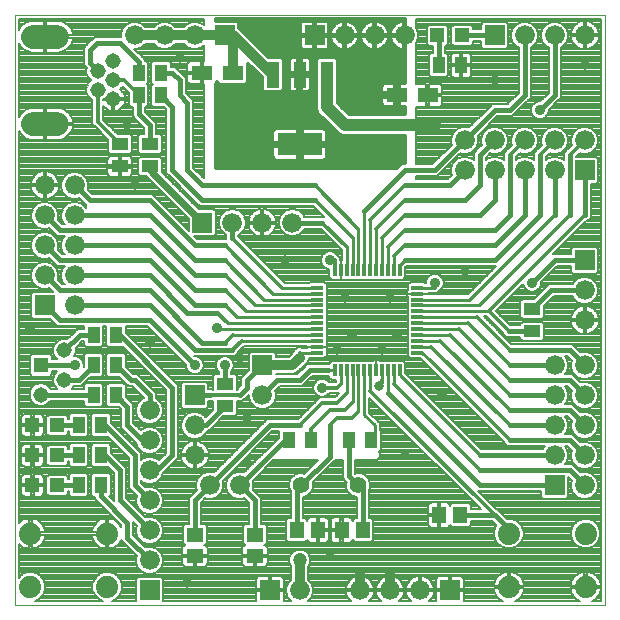
<source format=gtl>
G75*
G70*
%OFA0B0*%
%FSLAX24Y24*%
%IPPOS*%
%LPD*%
%AMOC8*
5,1,8,0,0,1.08239X$1,22.5*
%
%ADD10C,0.0000*%
%ADD11C,0.0560*%
%ADD12C,0.0660*%
%ADD13C,0.0516*%
%ADD14R,0.0516X0.0516*%
%ADD15R,0.0472X0.0472*%
%ADD16R,0.0453X0.0571*%
%ADD17R,0.0551X0.0413*%
%ADD18R,0.0413X0.0551*%
%ADD19C,0.0740*%
%ADD20R,0.0660X0.0660*%
%ADD21R,0.0571X0.0453*%
%ADD22C,0.0787*%
%ADD23R,0.0118X0.0394*%
%ADD24R,0.0394X0.0118*%
%ADD25R,0.0709X0.0492*%
%ADD26R,0.1500X0.0760*%
%ADD27R,0.0420X0.0860*%
%ADD28C,0.0160*%
%ADD29C,0.0120*%
%ADD30C,0.0356*%
%ADD31C,0.0100*%
%ADD32C,0.0317*%
%ADD33C,0.0320*%
%ADD34C,0.0240*%
%ADD35C,0.0080*%
%ADD36C,0.0400*%
%ADD37C,0.0472*%
D10*
X001481Y000917D02*
X001481Y020602D01*
X021166Y020602D01*
X021166Y000917D01*
X001481Y000917D01*
D11*
X011031Y004917D03*
X012931Y004917D03*
D12*
X009731Y007917D03*
X007481Y006917D03*
X007481Y005917D03*
X007981Y004917D03*
X008981Y004917D03*
X005981Y005417D03*
X005981Y006417D03*
X005981Y007417D03*
X005981Y004417D03*
X005981Y003417D03*
X005981Y002417D03*
X010981Y001417D03*
X012981Y001417D03*
X013981Y001417D03*
X014981Y001417D03*
X019481Y005917D03*
X019481Y006917D03*
X019481Y007917D03*
X019481Y008917D03*
X020481Y008917D03*
X020481Y007917D03*
X020481Y006917D03*
X020481Y005917D03*
X020481Y004917D03*
X020481Y010417D03*
X020481Y011417D03*
X019481Y015417D03*
X019481Y016417D03*
X018481Y016417D03*
X017481Y016417D03*
X017481Y015417D03*
X018481Y015417D03*
X016481Y015417D03*
X016481Y016417D03*
X014481Y019917D03*
X013481Y019917D03*
X012481Y019917D03*
X007481Y019917D03*
X006481Y019917D03*
X005481Y019917D03*
X003481Y014917D03*
X003481Y013917D03*
X002481Y013917D03*
X002481Y014917D03*
X002481Y012917D03*
X003481Y012917D03*
X003481Y011917D03*
X003481Y010917D03*
X002481Y011917D03*
X008731Y013667D03*
X009731Y013667D03*
X010731Y013667D03*
X018481Y019917D03*
X019481Y019917D03*
X020481Y019917D03*
X020481Y016417D03*
D13*
X004761Y017787D03*
X004249Y018102D03*
X004761Y018417D03*
X004249Y018732D03*
X004761Y019047D03*
X003137Y009409D03*
X003137Y008425D03*
X002350Y007932D03*
D14*
X002350Y008917D03*
D15*
X002068Y006917D03*
X002894Y006917D03*
X002894Y005917D03*
X002068Y005917D03*
X002068Y004917D03*
X002894Y004917D03*
X015568Y019917D03*
X016394Y019917D03*
D16*
X016335Y003917D03*
X015627Y003917D03*
X013085Y003417D03*
X012377Y003417D03*
X011585Y003417D03*
X010877Y003417D03*
D17*
X008481Y007543D03*
X008481Y008291D03*
X005981Y015543D03*
X005981Y016291D03*
X004981Y016291D03*
X004981Y015543D03*
X018731Y010791D03*
X018731Y010043D03*
D18*
X013355Y006417D03*
X012607Y006417D03*
X011355Y006417D03*
X010607Y006417D03*
X004855Y007917D03*
X004107Y007917D03*
X004107Y008917D03*
X004855Y008917D03*
X004855Y009917D03*
X004107Y009917D03*
X004355Y006917D03*
X003607Y006917D03*
X003607Y005917D03*
X004355Y005917D03*
X004355Y004917D03*
X003607Y004917D03*
X005607Y017917D03*
X006355Y017917D03*
X006355Y018667D03*
X005607Y018667D03*
X015607Y018917D03*
X016355Y018917D03*
D19*
X017951Y003307D03*
X017951Y001527D03*
X020511Y001527D03*
X020511Y003307D03*
X004561Y003307D03*
X004561Y001527D03*
X002001Y001527D03*
X002001Y003307D03*
D20*
X005981Y001417D03*
X009981Y001417D03*
X015981Y001417D03*
X019481Y004917D03*
X020481Y012417D03*
X020481Y015417D03*
X017481Y019917D03*
X011481Y019917D03*
X008481Y019917D03*
X007731Y013667D03*
X009731Y008917D03*
X007481Y007917D03*
X002481Y010917D03*
D21*
X007481Y003271D03*
X007481Y002562D03*
X009481Y002562D03*
X009481Y003271D03*
D22*
X002891Y016960D02*
X002103Y016960D01*
X002103Y019873D02*
X002891Y019873D01*
D23*
X012148Y012090D03*
X012345Y012090D03*
X012542Y012090D03*
X012739Y012090D03*
X012936Y012090D03*
X013133Y012090D03*
X013330Y012090D03*
X013526Y012090D03*
X013723Y012090D03*
X013920Y012090D03*
X014117Y012090D03*
X014314Y012090D03*
X014314Y008743D03*
X014117Y008743D03*
X013920Y008743D03*
X013723Y008743D03*
X013526Y008743D03*
X013330Y008743D03*
X013133Y008743D03*
X012936Y008743D03*
X012739Y008743D03*
X012542Y008743D03*
X012345Y008743D03*
X012148Y008743D03*
D24*
X011558Y009334D03*
X011558Y009531D03*
X011558Y009728D03*
X011558Y009925D03*
X011558Y010121D03*
X011558Y010318D03*
X011558Y010515D03*
X011558Y010712D03*
X011558Y010909D03*
X011558Y011106D03*
X011558Y011302D03*
X011558Y011499D03*
X014904Y011499D03*
X014904Y011302D03*
X014904Y011106D03*
X014904Y010909D03*
X014904Y010712D03*
X014904Y010515D03*
X014904Y010318D03*
X014904Y010121D03*
X014904Y009925D03*
X014904Y009728D03*
X014904Y009531D03*
X014904Y009334D03*
D25*
X015243Y017917D03*
X014219Y017917D03*
X008743Y018667D03*
X007719Y018667D03*
D26*
X010981Y016275D03*
D27*
X010981Y018598D03*
X010076Y018598D03*
X011887Y018598D03*
D28*
X014481Y015417D02*
X015481Y015417D01*
X016481Y016417D01*
X017481Y017417D01*
X017981Y017417D01*
X018481Y017917D01*
X018481Y019917D01*
X017481Y019917D02*
X016394Y019917D01*
X015607Y019917D02*
X015607Y018917D01*
X015568Y019917D02*
X015607Y019917D01*
X018981Y017417D02*
X019481Y017917D01*
X019481Y019917D01*
X017481Y016417D02*
X016981Y015917D01*
X016981Y014917D01*
X016481Y014417D01*
X014481Y014417D01*
X014481Y014917D02*
X015981Y014917D01*
X016481Y015417D01*
X017481Y015417D02*
X017481Y014417D01*
X016981Y013917D01*
X014481Y013917D01*
X014481Y013417D02*
X017481Y013417D01*
X017981Y013917D01*
X017981Y015917D01*
X018481Y015417D02*
X018481Y013917D01*
X017481Y012917D01*
X014481Y012917D01*
X014481Y012417D02*
X017481Y012417D01*
X018981Y013917D01*
X018981Y015917D01*
X019481Y015417D02*
X019481Y013917D01*
X019981Y013917D02*
X019981Y015917D01*
X020481Y015417D02*
X020481Y013917D01*
X020481Y012417D02*
X019481Y012417D01*
X018731Y011667D01*
X019357Y011417D02*
X020481Y011417D01*
X019357Y011417D02*
X018731Y010791D01*
X018731Y010043D02*
X017946Y010043D01*
X017981Y009417D02*
X019981Y009417D01*
X020481Y008917D01*
X019981Y008417D02*
X020481Y007917D01*
X019981Y008417D02*
X017981Y008417D01*
X017981Y008917D02*
X019481Y008917D01*
X019481Y007917D02*
X017981Y007917D01*
X017981Y007417D02*
X019981Y007417D01*
X020481Y006917D01*
X019981Y006417D02*
X020481Y005917D01*
X019981Y006417D02*
X017981Y006417D01*
X017981Y006917D02*
X019481Y006917D01*
X019481Y005917D02*
X016981Y005917D01*
X016981Y005417D02*
X019981Y005417D01*
X020481Y004917D01*
X019481Y004917D02*
X016981Y004917D01*
X013920Y007978D01*
X012607Y006417D02*
X012607Y005241D01*
X012931Y004917D01*
X013085Y004762D02*
X013085Y003417D01*
X011031Y004917D02*
X011981Y005867D01*
X011981Y006917D01*
X010981Y006917D02*
X009981Y006917D01*
X007981Y004917D01*
X007481Y004417D01*
X007481Y003271D01*
X005981Y003417D02*
X004981Y004417D01*
X004981Y005417D01*
X004481Y005917D01*
X004355Y005917D01*
X003607Y005917D02*
X002894Y005917D01*
X002894Y004917D02*
X003607Y004917D01*
X004355Y004917D02*
X004355Y004543D01*
X005231Y003667D01*
X005231Y003167D01*
X005981Y002417D01*
X005981Y004417D02*
X005481Y004917D01*
X005481Y005917D01*
X004481Y006917D01*
X004355Y006917D01*
X003607Y006917D02*
X002894Y006917D01*
X002350Y007932D02*
X004091Y007932D01*
X004107Y007917D01*
X003615Y008425D02*
X004107Y008917D01*
X003481Y008917D02*
X002350Y008917D01*
X003137Y009409D02*
X003645Y009917D01*
X004107Y009917D01*
X004855Y009917D02*
X004981Y009917D01*
X006731Y008167D01*
X006731Y005917D01*
X006231Y005417D01*
X005981Y005417D01*
X005981Y006417D02*
X005731Y006417D01*
X005231Y006917D01*
X005231Y007541D01*
X004855Y007917D01*
X005355Y008417D02*
X005481Y008417D01*
X005981Y007917D01*
X005981Y007417D01*
X005355Y008417D02*
X004855Y008917D01*
X003615Y008425D02*
X003137Y008425D01*
X002981Y010417D02*
X002481Y010917D01*
X002981Y011417D02*
X002481Y011917D01*
X002981Y011417D02*
X005981Y011417D01*
X007731Y009667D01*
X008481Y009667D01*
X008731Y009417D02*
X007481Y009417D01*
X005981Y010917D01*
X003481Y010917D01*
X002981Y010417D02*
X005981Y010417D01*
X007481Y008917D01*
X008481Y008917D02*
X008481Y008291D01*
X007981Y007917D02*
X007481Y007917D01*
X008481Y007543D02*
X007855Y006917D01*
X007481Y006917D01*
X008981Y007917D02*
X009231Y008167D01*
X009231Y008417D01*
X009731Y008917D01*
X010231Y008417D02*
X009731Y007917D01*
X010231Y008417D02*
X010981Y008417D01*
X011308Y008743D01*
X011914Y008743D01*
X010607Y006417D02*
X010481Y006417D01*
X008981Y004917D01*
X009481Y004417D01*
X009481Y003271D01*
X010877Y003417D02*
X010877Y004762D01*
X016335Y003917D02*
X017481Y003917D01*
X017981Y003417D01*
X017981Y003337D01*
X017951Y003307D01*
X008481Y010917D02*
X007481Y010917D01*
X005981Y012417D01*
X002981Y012417D01*
X002481Y012917D01*
X002981Y013417D02*
X005981Y013417D01*
X007481Y011917D01*
X008481Y011917D01*
X008481Y011417D02*
X007481Y011417D01*
X005981Y012917D01*
X003481Y012917D01*
X002981Y013417D02*
X002481Y013917D01*
X003481Y013917D02*
X005981Y013917D01*
X007481Y012417D01*
X008481Y012417D01*
X008481Y012917D02*
X007481Y012917D01*
X005981Y014417D01*
X003981Y014417D01*
X003481Y014917D01*
X005981Y016291D02*
X005981Y016917D01*
X005607Y017291D01*
X005607Y017917D01*
X006355Y017917D02*
X006731Y017541D01*
X006731Y015417D01*
X007731Y014417D01*
X011481Y014417D01*
X011481Y014917D02*
X007731Y014917D01*
X007231Y015417D01*
X007231Y017667D01*
X006981Y017917D01*
X006981Y018417D01*
X006731Y018667D01*
X006355Y018667D01*
X005607Y018667D02*
X005607Y019041D01*
X004981Y019667D01*
X004231Y019667D01*
X003981Y019417D01*
X003981Y018999D01*
X004249Y018732D01*
X008731Y013667D02*
X008731Y013167D01*
X010731Y013667D02*
X011731Y013667D01*
X013133Y014068D02*
X014481Y015417D01*
X008231Y010667D02*
X007231Y010667D01*
X005981Y011917D01*
X003481Y011917D01*
D29*
X007981Y007917D02*
X008981Y007917D01*
X008731Y009417D02*
X009042Y009728D01*
X008739Y009925D02*
X008481Y009667D01*
X008580Y010318D02*
X008231Y010667D01*
X008481Y010917D02*
X008883Y010515D01*
X009186Y010712D02*
X008481Y011417D01*
X008481Y011917D02*
X009489Y010909D01*
X009792Y011106D02*
X008481Y012417D01*
X008481Y012917D02*
X010095Y011302D01*
X010398Y011499D02*
X008731Y013167D01*
X008174Y015484D02*
X008174Y018295D01*
X008231Y018352D01*
X008322Y018261D01*
X009164Y018261D01*
X009257Y018354D01*
X009257Y018964D01*
X009706Y018515D01*
X009706Y018101D01*
X009799Y018008D01*
X010352Y018008D01*
X010446Y018101D01*
X010446Y019094D01*
X010352Y019188D01*
X009938Y019188D01*
X009028Y020098D01*
X008971Y020155D01*
X008971Y020313D01*
X008877Y020407D01*
X008174Y020407D01*
X008174Y020442D01*
X014473Y020442D01*
X014473Y019937D01*
X014461Y019937D01*
X014461Y020407D01*
X014443Y020407D01*
X014366Y020395D01*
X014293Y020371D01*
X014224Y020336D01*
X014162Y020290D01*
X014107Y020236D01*
X014062Y020173D01*
X014027Y020105D01*
X014003Y020031D01*
X013991Y019955D01*
X013991Y019937D01*
X014461Y019937D01*
X014461Y019897D01*
X013991Y019897D01*
X013991Y019878D01*
X014003Y019802D01*
X014027Y019729D01*
X014062Y019660D01*
X014107Y019597D01*
X014162Y019543D01*
X014224Y019498D01*
X014293Y019463D01*
X014366Y019439D01*
X014443Y019427D01*
X014461Y019427D01*
X014461Y019897D01*
X014473Y019897D01*
X014473Y018323D01*
X014279Y018323D01*
X014279Y017977D01*
X014159Y017977D01*
X014159Y018323D01*
X013844Y018323D01*
X013803Y018312D01*
X013767Y018291D01*
X013737Y018261D01*
X013716Y018224D01*
X013705Y018184D01*
X013705Y017977D01*
X014159Y017977D01*
X014159Y017857D01*
X013705Y017857D01*
X013705Y017650D01*
X013716Y017609D01*
X013737Y017572D01*
X013767Y017543D01*
X013803Y017522D01*
X013844Y017511D01*
X014159Y017511D01*
X014159Y017857D01*
X014279Y017857D01*
X014279Y017511D01*
X014473Y017511D01*
X014473Y017277D01*
X012630Y017277D01*
X012247Y017660D01*
X012247Y018091D01*
X012257Y018101D01*
X012257Y019094D01*
X012163Y019188D01*
X011610Y019188D01*
X011517Y019094D01*
X011517Y018101D01*
X011527Y018091D01*
X011527Y017440D01*
X011581Y017307D01*
X012176Y016713D01*
X012277Y016611D01*
X012409Y016557D01*
X014473Y016557D01*
X014473Y015657D01*
X014433Y015657D01*
X014345Y015620D01*
X014278Y015553D01*
X014209Y015484D01*
X008174Y015484D01*
X008174Y015492D02*
X014217Y015492D01*
X014336Y015611D02*
X008174Y015611D01*
X008174Y015729D02*
X014473Y015729D01*
X014473Y015848D02*
X011884Y015848D01*
X011880Y015833D02*
X011891Y015874D01*
X011891Y016215D01*
X011041Y016215D01*
X011041Y015735D01*
X011752Y015735D01*
X011793Y015746D01*
X011829Y015767D01*
X011859Y015797D01*
X011880Y015833D01*
X011891Y015966D02*
X014473Y015966D01*
X014473Y016085D02*
X011891Y016085D01*
X011891Y016203D02*
X014473Y016203D01*
X014473Y016322D02*
X011041Y016322D01*
X011041Y016335D02*
X011891Y016335D01*
X011891Y016676D01*
X011880Y016717D01*
X011859Y016753D01*
X011829Y016783D01*
X011793Y016804D01*
X011752Y016815D01*
X011041Y016815D01*
X011041Y016335D01*
X010921Y016335D01*
X010921Y016215D01*
X010071Y016215D01*
X010071Y015874D01*
X010082Y015833D01*
X010103Y015797D01*
X010133Y015767D01*
X010169Y015746D01*
X010210Y015735D01*
X010921Y015735D01*
X010921Y016215D01*
X011041Y016215D01*
X011041Y016335D01*
X011041Y016440D02*
X010921Y016440D01*
X010921Y016335D02*
X010921Y016815D01*
X010210Y016815D01*
X010169Y016804D01*
X010133Y016783D01*
X010103Y016753D01*
X010082Y016717D01*
X010071Y016676D01*
X010071Y016335D01*
X010921Y016335D01*
X010921Y016322D02*
X008174Y016322D01*
X008174Y016440D02*
X010071Y016440D01*
X010071Y016559D02*
X008174Y016559D01*
X008174Y016677D02*
X010071Y016677D01*
X010155Y016796D02*
X008174Y016796D01*
X008174Y016914D02*
X011974Y016914D01*
X011856Y017033D02*
X008174Y017033D01*
X008174Y017151D02*
X011737Y017151D01*
X011619Y017270D02*
X008174Y017270D01*
X008174Y017388D02*
X011548Y017388D01*
X011527Y017507D02*
X008174Y017507D01*
X008174Y017625D02*
X011527Y017625D01*
X011527Y017744D02*
X008174Y017744D01*
X008174Y017862D02*
X011527Y017862D01*
X011527Y017981D02*
X008174Y017981D01*
X008174Y018099D02*
X009708Y018099D01*
X009706Y018218D02*
X008174Y018218D01*
X008215Y018336D02*
X008247Y018336D01*
X009239Y018336D02*
X009706Y018336D01*
X009706Y018455D02*
X009257Y018455D01*
X009257Y018573D02*
X009648Y018573D01*
X009529Y018692D02*
X009257Y018692D01*
X009257Y018810D02*
X009411Y018810D01*
X009292Y018929D02*
X009257Y018929D01*
X009723Y019403D02*
X014473Y019403D01*
X014461Y019521D02*
X014473Y019521D01*
X014461Y019640D02*
X014473Y019640D01*
X014461Y019758D02*
X014473Y019758D01*
X014461Y019877D02*
X014473Y019877D01*
X014461Y019995D02*
X014473Y019995D01*
X014461Y020114D02*
X014473Y020114D01*
X014461Y020232D02*
X014473Y020232D01*
X014461Y020351D02*
X014473Y020351D01*
X014254Y020351D02*
X013709Y020351D01*
X013738Y020336D02*
X013669Y020371D01*
X013596Y020395D01*
X013520Y020407D01*
X013501Y020407D01*
X013501Y019937D01*
X013461Y019937D01*
X013461Y020407D01*
X013443Y020407D01*
X013366Y020395D01*
X013293Y020371D01*
X013224Y020336D01*
X013162Y020290D01*
X013107Y020236D01*
X013062Y020173D01*
X013027Y020105D01*
X013003Y020031D01*
X012991Y019955D01*
X012991Y019937D01*
X013461Y019937D01*
X013461Y019897D01*
X012991Y019897D01*
X012991Y019878D01*
X013003Y019802D01*
X013027Y019729D01*
X013062Y019660D01*
X013107Y019597D01*
X013162Y019543D01*
X013224Y019498D01*
X013293Y019463D01*
X013366Y019439D01*
X013443Y019427D01*
X013461Y019427D01*
X013461Y019897D01*
X013501Y019897D01*
X013501Y019937D01*
X013971Y019937D01*
X013971Y019955D01*
X013959Y020031D01*
X013935Y020105D01*
X013900Y020173D01*
X013855Y020236D01*
X013800Y020290D01*
X013738Y020336D01*
X013858Y020232D02*
X014105Y020232D01*
X014032Y020114D02*
X013931Y020114D01*
X013965Y019995D02*
X013997Y019995D01*
X013971Y019897D02*
X013501Y019897D01*
X013501Y019427D01*
X013520Y019427D01*
X013596Y019439D01*
X013669Y019463D01*
X013738Y019498D01*
X013800Y019543D01*
X013855Y019597D01*
X013900Y019660D01*
X013935Y019729D01*
X013959Y019802D01*
X013971Y019878D01*
X013971Y019897D01*
X013971Y019877D02*
X013991Y019877D01*
X014017Y019758D02*
X013945Y019758D01*
X013886Y019640D02*
X014077Y019640D01*
X014192Y019521D02*
X013770Y019521D01*
X013501Y019521D02*
X013461Y019521D01*
X013461Y019640D02*
X013501Y019640D01*
X013501Y019758D02*
X013461Y019758D01*
X013461Y019877D02*
X013501Y019877D01*
X013501Y019995D02*
X013461Y019995D01*
X013461Y020114D02*
X013501Y020114D01*
X013501Y020232D02*
X013461Y020232D01*
X013461Y020351D02*
X013501Y020351D01*
X013254Y020351D02*
X012709Y020351D01*
X012738Y020336D02*
X012669Y020371D01*
X012596Y020395D01*
X012520Y020407D01*
X012501Y020407D01*
X012501Y019937D01*
X012461Y019937D01*
X012461Y020407D01*
X012443Y020407D01*
X012366Y020395D01*
X012293Y020371D01*
X012224Y020336D01*
X012162Y020290D01*
X012107Y020236D01*
X012062Y020173D01*
X012027Y020105D01*
X012003Y020031D01*
X011991Y019955D01*
X011991Y019937D01*
X012461Y019937D01*
X012461Y019897D01*
X011991Y019897D01*
X011991Y019878D01*
X012003Y019802D01*
X012027Y019729D01*
X012062Y019660D01*
X012107Y019597D01*
X012162Y019543D01*
X012224Y019498D01*
X012293Y019463D01*
X012366Y019439D01*
X012443Y019427D01*
X012461Y019427D01*
X012461Y019897D01*
X012501Y019897D01*
X012501Y019937D01*
X012971Y019937D01*
X012971Y019955D01*
X012959Y020031D01*
X012935Y020105D01*
X012900Y020173D01*
X012855Y020236D01*
X012800Y020290D01*
X012738Y020336D01*
X012858Y020232D02*
X013105Y020232D01*
X013032Y020114D02*
X012931Y020114D01*
X012965Y019995D02*
X012997Y019995D01*
X012971Y019897D02*
X012501Y019897D01*
X012501Y019427D01*
X012520Y019427D01*
X012596Y019439D01*
X012669Y019463D01*
X012738Y019498D01*
X012800Y019543D01*
X012855Y019597D01*
X012900Y019660D01*
X012935Y019729D01*
X012959Y019802D01*
X012971Y019878D01*
X012971Y019897D01*
X012971Y019877D02*
X012991Y019877D01*
X013017Y019758D02*
X012945Y019758D01*
X012886Y019640D02*
X013077Y019640D01*
X013192Y019521D02*
X012770Y019521D01*
X012501Y019521D02*
X012461Y019521D01*
X012461Y019640D02*
X012501Y019640D01*
X012501Y019758D02*
X012461Y019758D01*
X012461Y019877D02*
X012501Y019877D01*
X012501Y019995D02*
X012461Y019995D01*
X012461Y020114D02*
X012501Y020114D01*
X012501Y020232D02*
X012461Y020232D01*
X012461Y020351D02*
X012501Y020351D01*
X012254Y020351D02*
X011933Y020351D01*
X011939Y020345D02*
X011909Y020375D01*
X011873Y020396D01*
X011832Y020407D01*
X011501Y020407D01*
X011501Y019937D01*
X011461Y019937D01*
X011461Y020407D01*
X011130Y020407D01*
X011089Y020396D01*
X011053Y020375D01*
X011023Y020345D01*
X011002Y020308D01*
X010991Y020268D01*
X010991Y019937D01*
X011461Y019937D01*
X011461Y019897D01*
X010991Y019897D01*
X010991Y019566D01*
X011002Y019525D01*
X011023Y019488D01*
X011053Y019459D01*
X011089Y019438D01*
X011130Y019427D01*
X011461Y019427D01*
X011461Y019897D01*
X011501Y019897D01*
X011501Y019937D01*
X011971Y019937D01*
X011971Y020268D01*
X011960Y020308D01*
X011939Y020345D01*
X011971Y020232D02*
X012105Y020232D01*
X012032Y020114D02*
X011971Y020114D01*
X011971Y019995D02*
X011997Y019995D01*
X011971Y019897D02*
X011501Y019897D01*
X011501Y019427D01*
X011832Y019427D01*
X011873Y019438D01*
X011909Y019459D01*
X011939Y019488D01*
X011960Y019525D01*
X011971Y019566D01*
X011971Y019897D01*
X011971Y019877D02*
X011991Y019877D01*
X011971Y019758D02*
X012017Y019758D01*
X011971Y019640D02*
X012077Y019640D01*
X012192Y019521D02*
X011958Y019521D01*
X012185Y019166D02*
X014473Y019166D01*
X014473Y019284D02*
X009842Y019284D01*
X009605Y019521D02*
X011004Y019521D01*
X010991Y019640D02*
X009486Y019640D01*
X009368Y019758D02*
X010991Y019758D01*
X010991Y019877D02*
X009249Y019877D01*
X009131Y019995D02*
X010991Y019995D01*
X010991Y020114D02*
X009012Y020114D01*
X008971Y020232D02*
X010991Y020232D01*
X011029Y020351D02*
X008933Y020351D01*
X010374Y019166D02*
X010690Y019166D01*
X010673Y019156D02*
X010643Y019126D01*
X010622Y019090D01*
X010611Y019049D01*
X010611Y018643D01*
X010936Y018643D01*
X010936Y019188D01*
X010750Y019188D01*
X010709Y019177D01*
X010673Y019156D01*
X010611Y019047D02*
X010446Y019047D01*
X010446Y018929D02*
X010611Y018929D01*
X010611Y018810D02*
X010446Y018810D01*
X010446Y018692D02*
X010611Y018692D01*
X010611Y018553D02*
X010611Y018147D01*
X010622Y018106D01*
X010643Y018070D01*
X010673Y018040D01*
X010709Y018019D01*
X010750Y018008D01*
X010936Y018008D01*
X010936Y018553D01*
X010611Y018553D01*
X010611Y018455D02*
X010446Y018455D01*
X010446Y018573D02*
X010936Y018573D01*
X010936Y018553D02*
X010936Y018643D01*
X011026Y018643D01*
X011026Y019188D01*
X011212Y019188D01*
X011253Y019177D01*
X011289Y019156D01*
X011319Y019126D01*
X011340Y019090D01*
X011351Y019049D01*
X011351Y018643D01*
X011026Y018643D01*
X011026Y018553D01*
X011351Y018553D01*
X011351Y018147D01*
X011340Y018106D01*
X011319Y018070D01*
X011289Y018040D01*
X011253Y018019D01*
X011212Y018008D01*
X011026Y018008D01*
X011026Y018553D01*
X010936Y018553D01*
X011026Y018573D02*
X011517Y018573D01*
X011517Y018455D02*
X011351Y018455D01*
X011351Y018336D02*
X011517Y018336D01*
X011517Y018218D02*
X011351Y018218D01*
X011336Y018099D02*
X011519Y018099D01*
X011026Y018099D02*
X010936Y018099D01*
X010936Y018218D02*
X011026Y018218D01*
X011026Y018336D02*
X010936Y018336D01*
X010936Y018455D02*
X011026Y018455D01*
X011026Y018692D02*
X010936Y018692D01*
X010936Y018810D02*
X011026Y018810D01*
X011026Y018929D02*
X010936Y018929D01*
X010936Y019047D02*
X011026Y019047D01*
X011026Y019166D02*
X010936Y019166D01*
X011272Y019166D02*
X011588Y019166D01*
X011517Y019047D02*
X011351Y019047D01*
X011351Y018929D02*
X011517Y018929D01*
X011517Y018810D02*
X011351Y018810D01*
X011351Y018692D02*
X011517Y018692D01*
X012257Y018692D02*
X014473Y018692D01*
X014473Y018810D02*
X012257Y018810D01*
X012257Y018929D02*
X014473Y018929D01*
X014473Y019047D02*
X012257Y019047D01*
X012257Y018573D02*
X014473Y018573D01*
X014473Y018455D02*
X012257Y018455D01*
X012257Y018336D02*
X014473Y018336D01*
X014279Y018218D02*
X014159Y018218D01*
X014159Y018099D02*
X014279Y018099D01*
X014279Y017981D02*
X014159Y017981D01*
X014159Y017862D02*
X012247Y017862D01*
X012247Y017744D02*
X013705Y017744D01*
X013711Y017625D02*
X012282Y017625D01*
X012400Y017507D02*
X014473Y017507D01*
X014473Y017388D02*
X012519Y017388D01*
X012247Y017981D02*
X013705Y017981D01*
X013705Y018099D02*
X012254Y018099D01*
X012257Y018218D02*
X013714Y018218D01*
X014159Y017744D02*
X014279Y017744D01*
X014279Y017625D02*
X014159Y017625D01*
X014473Y016440D02*
X011891Y016440D01*
X011891Y016559D02*
X012405Y016559D01*
X012211Y016677D02*
X011891Y016677D01*
X011807Y016796D02*
X012093Y016796D01*
X011041Y016796D02*
X010921Y016796D01*
X010921Y016677D02*
X011041Y016677D01*
X011041Y016559D02*
X010921Y016559D01*
X010921Y016203D02*
X011041Y016203D01*
X011041Y016085D02*
X010921Y016085D01*
X010921Y015966D02*
X011041Y015966D01*
X011041Y015848D02*
X010921Y015848D01*
X010078Y015848D02*
X008174Y015848D01*
X008174Y015966D02*
X010071Y015966D01*
X010071Y016085D02*
X008174Y016085D01*
X008174Y016203D02*
X010071Y016203D01*
X011481Y014917D02*
X012936Y013462D01*
X012739Y013159D02*
X011481Y014417D01*
X011731Y013667D02*
X012542Y012856D01*
X012148Y012417D02*
X011981Y012417D01*
X013526Y013462D02*
X014481Y014417D01*
X014481Y014917D02*
X013330Y013765D01*
X013723Y013159D02*
X014481Y013917D01*
X014481Y013417D02*
X013920Y012856D01*
X014117Y012552D02*
X014481Y012917D01*
X015481Y011667D02*
X015481Y011499D01*
X016670Y011106D02*
X019481Y013917D01*
X019981Y013917D02*
X016973Y010909D01*
X017276Y010712D02*
X017946Y010043D01*
X017981Y009417D02*
X016883Y010515D01*
X016580Y010318D02*
X017981Y008917D01*
X017981Y008417D02*
X016276Y010121D01*
X015973Y009925D02*
X017981Y007917D01*
X017981Y007417D02*
X015670Y009728D01*
X015367Y009531D02*
X017981Y006917D01*
X017981Y006417D02*
X015314Y009084D01*
X014481Y008417D02*
X016981Y005917D01*
X016981Y005417D02*
X014117Y008281D01*
X013723Y008309D02*
X013723Y008409D01*
X013723Y008309D02*
X013631Y008217D01*
X013330Y008068D02*
X017481Y003917D01*
X013085Y004762D02*
X012931Y004917D01*
X011355Y006417D02*
X011355Y006791D01*
X011981Y007417D01*
X012481Y007417D01*
X012739Y007675D01*
X012936Y007371D02*
X012731Y007167D01*
X012231Y007167D01*
X011981Y006917D01*
X011731Y007667D02*
X010981Y006917D01*
X011731Y007667D02*
X012231Y007667D01*
X012542Y007978D01*
X012345Y008281D02*
X012231Y008167D01*
X011731Y008167D01*
X010981Y009167D02*
X010981Y009334D01*
X011031Y004917D02*
X010877Y004762D01*
X017276Y010712D02*
X020481Y013917D01*
X019981Y015917D02*
X020481Y016417D01*
X019481Y016417D02*
X018981Y015917D01*
X018481Y016417D02*
X017981Y015917D01*
X011501Y019521D02*
X011461Y019521D01*
X011461Y019640D02*
X011501Y019640D01*
X011501Y019758D02*
X011461Y019758D01*
X011461Y019877D02*
X011501Y019877D01*
X011501Y019995D02*
X011461Y019995D01*
X011461Y020114D02*
X011501Y020114D01*
X011501Y020232D02*
X011461Y020232D01*
X011461Y020351D02*
X011501Y020351D01*
X010611Y018336D02*
X010446Y018336D01*
X010446Y018218D02*
X010611Y018218D01*
X010626Y018099D02*
X010443Y018099D01*
X005607Y017917D02*
X005107Y018417D01*
X004761Y018417D01*
X004249Y018102D02*
X004249Y017023D01*
X004981Y016291D01*
D30*
X008481Y015917D03*
X009481Y016917D03*
X008981Y017917D03*
X010981Y017417D03*
X012481Y016417D03*
X013981Y015917D03*
X012981Y018917D03*
X009981Y019917D03*
X011981Y012417D03*
X015481Y011667D03*
X018731Y011667D03*
X018981Y017417D03*
X010981Y009167D03*
X011731Y008167D03*
X008481Y008917D03*
X007481Y008917D03*
X008231Y010167D03*
X003481Y008917D03*
D31*
X008231Y010167D02*
X008276Y010121D01*
X011558Y010121D01*
X011558Y009925D02*
X008739Y009925D01*
X009042Y009728D02*
X011558Y009728D01*
X011558Y009334D02*
X010981Y009334D01*
X011914Y008743D02*
X012148Y008743D01*
X012345Y008743D02*
X012345Y008781D01*
X012345Y008743D02*
X012345Y008281D01*
X012542Y007978D02*
X012542Y008743D01*
X012739Y008743D02*
X012739Y007675D01*
X012936Y007371D02*
X012936Y008743D01*
X013133Y008743D02*
X013133Y007265D01*
X013481Y006917D01*
X013481Y006543D01*
X013355Y006417D01*
X013330Y008068D02*
X013330Y008743D01*
X013723Y008743D02*
X013723Y008409D01*
X013920Y008743D02*
X013920Y007978D01*
X014117Y008281D02*
X014117Y008743D01*
X014314Y008743D02*
X014314Y008584D01*
X014481Y008417D01*
X015314Y009084D02*
X015064Y009334D01*
X014904Y009334D01*
X014904Y009531D02*
X015367Y009531D01*
X015670Y009728D02*
X014904Y009728D01*
X014904Y009925D02*
X015973Y009925D01*
X016276Y010121D02*
X014904Y010121D01*
X014904Y010318D02*
X016580Y010318D01*
X016883Y010515D02*
X014904Y010515D01*
X014904Y010712D02*
X017276Y010712D01*
X016973Y010909D02*
X014904Y010909D01*
X014904Y011106D02*
X016670Y011106D01*
X015481Y011499D02*
X014904Y011499D01*
X014314Y012090D02*
X014314Y012249D01*
X014481Y012417D01*
X014117Y012552D02*
X014117Y012090D01*
X013920Y012090D02*
X013920Y012856D01*
X013723Y013159D02*
X013723Y012090D01*
X013526Y012090D02*
X013526Y013462D01*
X013330Y013765D02*
X013330Y012090D01*
X013133Y012090D02*
X013133Y014068D01*
X012936Y013462D02*
X012936Y012090D01*
X012739Y012090D02*
X012739Y013159D01*
X012542Y012856D02*
X012542Y012090D01*
X012148Y012090D02*
X012148Y012417D01*
X011558Y011499D02*
X010398Y011499D01*
X010095Y011302D02*
X011558Y011302D01*
X011558Y011106D02*
X009792Y011106D01*
X009489Y010909D02*
X011558Y010909D01*
X011558Y010712D02*
X009186Y010712D01*
X008883Y010515D02*
X011558Y010515D01*
X011558Y010318D02*
X008580Y010318D01*
D32*
X008981Y009167D03*
X009231Y007167D03*
X009231Y005667D03*
X011981Y002667D03*
X014481Y005917D03*
X015731Y007917D03*
X013631Y008217D03*
X013731Y009417D03*
X014231Y009917D03*
X013981Y011167D03*
X012481Y011167D03*
X012731Y009917D03*
X012231Y009417D03*
X010481Y012417D03*
X005981Y009667D03*
X001981Y010167D03*
X005481Y014917D03*
X005231Y016917D03*
X006981Y019167D03*
X015481Y016917D03*
X017481Y018417D03*
X020481Y018917D03*
X016481Y012067D03*
X007231Y001667D03*
D33*
X010981Y001417D02*
X010981Y002417D01*
X012981Y001917D02*
X012981Y001417D01*
X013981Y001417D02*
X013981Y001917D01*
X010731Y008917D02*
X009731Y008917D01*
X010731Y008917D02*
X010981Y009167D01*
X010076Y018598D02*
X008757Y019917D01*
X008481Y019917D01*
X008743Y019655D01*
X008743Y019417D01*
X008743Y018667D01*
X008481Y019917D02*
X007481Y019917D01*
X006481Y019917D01*
X005481Y019917D01*
D34*
X005981Y015543D02*
X005981Y015417D01*
X007731Y013667D01*
D35*
X007281Y013634D02*
X007047Y013634D01*
X006968Y013712D02*
X007281Y013712D01*
X007281Y013777D02*
X007281Y013400D01*
X006181Y014500D01*
X006064Y014617D01*
X004064Y014617D01*
X003908Y014772D01*
X003931Y014827D01*
X003931Y015006D01*
X003863Y015172D01*
X003736Y015298D01*
X003571Y015367D01*
X003392Y015367D01*
X003226Y015298D01*
X003100Y015172D01*
X003031Y015006D01*
X003031Y014827D01*
X003100Y014662D01*
X003226Y014535D01*
X003392Y014467D01*
X003571Y014467D01*
X003626Y014489D01*
X003861Y014254D01*
X003861Y014173D01*
X003736Y014298D01*
X003571Y014367D01*
X003392Y014367D01*
X003226Y014298D01*
X003100Y014172D01*
X003031Y014006D01*
X003031Y013827D01*
X003100Y013662D01*
X003145Y013617D01*
X003064Y013617D01*
X002908Y013772D01*
X002931Y013827D01*
X002931Y014006D01*
X002863Y014172D01*
X002736Y014298D01*
X002571Y014367D01*
X002392Y014367D01*
X002226Y014298D01*
X002100Y014172D01*
X002031Y014006D01*
X002031Y013827D01*
X002100Y013662D01*
X002226Y013535D01*
X002392Y013467D01*
X002571Y013467D01*
X002626Y013489D01*
X002781Y013334D01*
X002898Y013217D01*
X003145Y013217D01*
X003100Y013172D01*
X003031Y013006D01*
X003031Y012827D01*
X003100Y012662D01*
X003145Y012617D01*
X003064Y012617D01*
X002908Y012772D01*
X002931Y012827D01*
X002931Y013006D01*
X002863Y013172D01*
X002736Y013298D01*
X002571Y013367D01*
X002392Y013367D01*
X002226Y013298D01*
X002100Y013172D01*
X002031Y013006D01*
X002031Y012827D01*
X002100Y012662D01*
X002226Y012535D01*
X002392Y012467D01*
X002571Y012467D01*
X002626Y012489D01*
X002781Y012334D01*
X002898Y012217D01*
X003145Y012217D01*
X003100Y012172D01*
X003031Y012006D01*
X003031Y011827D01*
X003100Y011662D01*
X003145Y011617D01*
X003064Y011617D01*
X002908Y011772D01*
X002931Y011827D01*
X002931Y012006D01*
X002863Y012172D01*
X002736Y012298D01*
X002571Y012367D01*
X002392Y012367D01*
X002226Y012298D01*
X002100Y012172D01*
X002031Y012006D01*
X002031Y011827D01*
X002100Y011662D01*
X002226Y011535D01*
X002392Y011467D01*
X002571Y011467D01*
X002626Y011489D01*
X002748Y011367D01*
X002101Y011367D01*
X002031Y011296D01*
X002031Y010537D01*
X002101Y010467D01*
X002648Y010467D01*
X002898Y010217D01*
X003780Y010217D01*
X003780Y010117D01*
X003562Y010117D01*
X003445Y010000D01*
X003226Y009781D01*
X003212Y009787D01*
X003062Y009787D01*
X002923Y009729D01*
X002817Y009623D01*
X002759Y009484D01*
X002759Y009334D01*
X002817Y009195D01*
X002895Y009117D01*
X002727Y009117D01*
X002727Y009224D01*
X002657Y009294D01*
X002042Y009294D01*
X001972Y009224D01*
X001972Y008609D01*
X002042Y008539D01*
X002657Y008539D01*
X002727Y008609D01*
X002727Y008717D01*
X002895Y008717D01*
X002817Y008639D01*
X002759Y008500D01*
X002759Y008349D01*
X002817Y008211D01*
X002895Y008132D01*
X002676Y008132D01*
X002670Y008146D01*
X002564Y008253D01*
X002425Y008310D01*
X002274Y008310D01*
X002136Y008253D01*
X002029Y008146D01*
X001972Y008008D01*
X001972Y007857D01*
X002029Y007718D01*
X002136Y007612D01*
X002274Y007555D01*
X002425Y007555D01*
X002564Y007612D01*
X002670Y007718D01*
X002676Y007732D01*
X003780Y007732D01*
X003780Y007591D01*
X003851Y007521D01*
X004363Y007521D01*
X004434Y007591D01*
X004434Y008242D01*
X004363Y008312D01*
X003851Y008312D01*
X003780Y008242D01*
X003780Y008132D01*
X003379Y008132D01*
X003457Y008211D01*
X003463Y008225D01*
X003698Y008225D01*
X003994Y008521D01*
X004363Y008521D01*
X004434Y008591D01*
X004434Y009242D01*
X004363Y009312D01*
X003851Y009312D01*
X003780Y009242D01*
X003780Y008873D01*
X003779Y008872D01*
X003779Y008976D01*
X003734Y009086D01*
X003650Y009169D01*
X003540Y009215D01*
X003466Y009215D01*
X003515Y009334D01*
X003515Y009484D01*
X003509Y009498D01*
X003728Y009717D01*
X003780Y009717D01*
X003780Y009591D01*
X003851Y009521D01*
X004363Y009521D01*
X004434Y009591D01*
X004434Y010217D01*
X004528Y010217D01*
X004528Y009591D01*
X004599Y009521D01*
X005094Y009521D01*
X006531Y008084D01*
X006531Y006000D01*
X006283Y005751D01*
X006236Y005798D01*
X006071Y005867D01*
X005892Y005867D01*
X005726Y005798D01*
X005681Y005753D01*
X005681Y006000D01*
X005564Y006117D01*
X004682Y006999D01*
X004682Y007242D01*
X004612Y007312D01*
X004099Y007312D01*
X004028Y007242D01*
X004028Y006591D01*
X004099Y006521D01*
X004594Y006521D01*
X005281Y005834D01*
X005281Y004834D01*
X005554Y004561D01*
X005531Y004506D01*
X005531Y004327D01*
X005600Y004162D01*
X005726Y004035D01*
X005892Y003967D01*
X006071Y003967D01*
X006236Y004035D01*
X006363Y004162D01*
X006431Y004327D01*
X006431Y004506D01*
X006363Y004672D01*
X006236Y004798D01*
X006071Y004867D01*
X005892Y004867D01*
X005837Y004844D01*
X005681Y005000D01*
X005681Y005080D01*
X005726Y005035D01*
X005892Y004967D01*
X006071Y004967D01*
X006236Y005035D01*
X006363Y005162D01*
X006431Y005327D01*
X006431Y005334D01*
X006931Y005834D01*
X006931Y008250D01*
X006814Y008367D01*
X005182Y009999D01*
X005182Y010217D01*
X005898Y010217D01*
X007183Y008932D01*
X007183Y008857D01*
X007228Y008748D01*
X007312Y008664D01*
X007422Y008619D01*
X007540Y008619D01*
X007650Y008664D01*
X007734Y008748D01*
X007779Y008857D01*
X007779Y008976D01*
X007734Y009086D01*
X007650Y009169D01*
X007540Y009215D01*
X007466Y009215D01*
X007464Y009217D01*
X008814Y009217D01*
X008931Y009334D01*
X008931Y009362D01*
X009127Y009558D01*
X011221Y009558D01*
X011221Y009531D01*
X011558Y009531D01*
X011895Y009531D01*
X011895Y009608D01*
X011885Y009644D01*
X011875Y009662D01*
X011875Y011608D01*
X011804Y011678D01*
X011311Y011678D01*
X011302Y011669D01*
X010483Y011669D01*
X008931Y013221D01*
X008931Y013262D01*
X008986Y013285D01*
X009113Y013412D01*
X009181Y013577D01*
X009181Y013756D01*
X009113Y013922D01*
X008986Y014048D01*
X008821Y014117D01*
X008642Y014117D01*
X008476Y014048D01*
X008350Y013922D01*
X008281Y013756D01*
X008281Y013577D01*
X008350Y013412D01*
X008476Y013285D01*
X008531Y013262D01*
X008531Y013117D01*
X007564Y013117D01*
X007464Y013217D01*
X008111Y013217D01*
X008181Y013287D01*
X008181Y014046D01*
X008111Y014117D01*
X007621Y014117D01*
X006377Y015360D01*
X006377Y015799D01*
X006306Y015869D01*
X005656Y015869D01*
X005586Y015799D01*
X005586Y015286D01*
X005656Y015216D01*
X005842Y015216D01*
X005845Y015213D01*
X007281Y013777D01*
X007268Y013791D02*
X006890Y013791D01*
X006811Y013869D02*
X007189Y013869D01*
X007111Y013948D02*
X006733Y013948D01*
X006654Y014026D02*
X007032Y014026D01*
X006954Y014105D02*
X006576Y014105D01*
X006497Y014183D02*
X006875Y014183D01*
X006797Y014262D02*
X006419Y014262D01*
X006340Y014340D02*
X006718Y014340D01*
X006640Y014419D02*
X006262Y014419D01*
X006183Y014497D02*
X006561Y014497D01*
X006483Y014576D02*
X006105Y014576D01*
X006326Y014733D02*
X003948Y014733D01*
X003924Y014811D02*
X006247Y014811D01*
X006169Y014890D02*
X003931Y014890D01*
X003931Y014968D02*
X006090Y014968D01*
X006012Y015047D02*
X003914Y015047D01*
X003882Y015125D02*
X005933Y015125D01*
X005855Y015204D02*
X005304Y015204D01*
X005311Y015205D02*
X005343Y015224D01*
X005369Y015250D01*
X005387Y015282D01*
X005397Y015318D01*
X005397Y015503D01*
X005021Y015503D01*
X005021Y015583D01*
X004941Y015583D01*
X004941Y015889D01*
X004687Y015889D01*
X004651Y015880D01*
X004620Y015861D01*
X004593Y015835D01*
X004575Y015803D01*
X004566Y015768D01*
X004566Y015583D01*
X004941Y015583D01*
X004941Y015503D01*
X004566Y015503D01*
X004566Y015318D01*
X004575Y015282D01*
X004593Y015250D01*
X004620Y015224D01*
X004651Y015205D01*
X004687Y015196D01*
X004941Y015196D01*
X004941Y015503D01*
X005021Y015503D01*
X005021Y015196D01*
X005275Y015196D01*
X005311Y015205D01*
X005387Y015282D02*
X005590Y015282D01*
X005586Y015361D02*
X005397Y015361D01*
X005397Y015439D02*
X005586Y015439D01*
X005586Y015518D02*
X005021Y015518D01*
X005021Y015583D02*
X005397Y015583D01*
X005397Y015768D01*
X005387Y015803D01*
X005369Y015835D01*
X005343Y015861D01*
X005311Y015880D01*
X005275Y015889D01*
X005021Y015889D01*
X005021Y015583D01*
X005021Y015596D02*
X004941Y015596D01*
X004941Y015518D02*
X001621Y015518D01*
X001621Y015596D02*
X004566Y015596D01*
X004566Y015675D02*
X001621Y015675D01*
X001621Y015753D02*
X004566Y015753D01*
X004591Y015832D02*
X001621Y015832D01*
X001621Y015910D02*
X006531Y015910D01*
X006531Y015832D02*
X006344Y015832D01*
X006377Y015753D02*
X006531Y015753D01*
X006531Y015675D02*
X006377Y015675D01*
X006377Y015596D02*
X006531Y015596D01*
X006531Y015518D02*
X006377Y015518D01*
X006377Y015439D02*
X006531Y015439D01*
X006531Y015361D02*
X006377Y015361D01*
X006455Y015282D02*
X006583Y015282D01*
X006531Y015334D02*
X006648Y015217D01*
X007531Y014334D01*
X007648Y014217D01*
X011427Y014217D01*
X011777Y013867D01*
X011135Y013867D01*
X011113Y013922D01*
X010986Y014048D01*
X010821Y014117D01*
X010642Y014117D01*
X010476Y014048D01*
X010350Y013922D01*
X010281Y013756D01*
X010281Y013577D01*
X010350Y013412D01*
X010476Y013285D01*
X010642Y013217D01*
X010821Y013217D01*
X010986Y013285D01*
X011113Y013412D01*
X011135Y013467D01*
X011677Y013467D01*
X012372Y012771D01*
X012372Y012427D01*
X012345Y012427D01*
X012328Y012427D01*
X012328Y012491D01*
X012223Y012597D01*
X012223Y012597D01*
X012150Y012669D01*
X012040Y012715D01*
X011922Y012715D01*
X011812Y012669D01*
X011728Y012586D01*
X011683Y012476D01*
X011683Y012357D01*
X011728Y012248D01*
X011812Y012164D01*
X011922Y012119D01*
X011969Y012119D01*
X011969Y011843D01*
X012040Y011773D01*
X012214Y011773D01*
X012232Y011763D01*
X012268Y011753D01*
X012345Y011753D01*
X012345Y012090D01*
X012345Y012427D01*
X012345Y012090D01*
X012345Y012090D01*
X012345Y012090D01*
X012345Y011753D01*
X012423Y011753D01*
X012458Y011763D01*
X012476Y011773D01*
X014423Y011773D01*
X014493Y011843D01*
X014493Y012188D01*
X014522Y012217D01*
X017527Y012217D01*
X016586Y011276D01*
X015241Y011276D01*
X015241Y011302D01*
X014904Y011302D01*
X014567Y011302D01*
X014567Y011225D01*
X014577Y011189D01*
X014587Y011171D01*
X014587Y009225D01*
X014658Y009155D01*
X015002Y009155D01*
X015134Y009024D01*
X015134Y009009D01*
X017781Y006362D01*
X017781Y006334D01*
X017898Y006217D01*
X019145Y006217D01*
X019100Y006172D01*
X019077Y006117D01*
X017036Y006117D01*
X014556Y008597D01*
X014542Y008597D01*
X014493Y008645D01*
X014493Y008990D01*
X014423Y009060D01*
X013658Y009060D01*
X013639Y009071D01*
X013604Y009080D01*
X013526Y009080D01*
X013449Y009080D01*
X013413Y009071D01*
X013395Y009060D01*
X012040Y009060D01*
X011969Y008990D01*
X011969Y008943D01*
X011225Y008943D01*
X011108Y008826D01*
X010898Y008617D01*
X010181Y008617D01*
X010181Y008637D01*
X010787Y008637D01*
X010890Y008679D01*
X010968Y008758D01*
X011106Y008896D01*
X011150Y008914D01*
X011234Y008998D01*
X011279Y009107D01*
X011279Y009164D01*
X011302Y009164D01*
X011311Y009155D01*
X011804Y009155D01*
X011875Y009225D01*
X011875Y009400D01*
X011885Y009418D01*
X011895Y009453D01*
X011895Y009531D01*
X011558Y009531D01*
X011558Y009531D01*
X011558Y009531D01*
X011221Y009531D01*
X011221Y009504D01*
X011066Y009504D01*
X011056Y009514D01*
X010907Y009514D01*
X010801Y009409D01*
X010801Y009408D01*
X010728Y009336D01*
X010710Y009292D01*
X010615Y009197D01*
X010181Y009197D01*
X010181Y009296D01*
X010111Y009367D01*
X009351Y009367D01*
X009281Y009296D01*
X009281Y008750D01*
X009031Y008500D01*
X009031Y008250D01*
X008878Y008097D01*
X008877Y008097D01*
X008877Y008547D01*
X008806Y008617D01*
X008681Y008617D01*
X008681Y008695D01*
X008734Y008748D01*
X008779Y008857D01*
X008779Y008976D01*
X008734Y009086D01*
X008650Y009169D01*
X008540Y009215D01*
X008422Y009215D01*
X008312Y009169D01*
X008228Y009086D01*
X008183Y008976D01*
X008183Y008857D01*
X008228Y008748D01*
X008281Y008695D01*
X008281Y008617D01*
X008156Y008617D01*
X008086Y008547D01*
X008086Y008097D01*
X008084Y008097D01*
X008064Y008117D01*
X007931Y008117D01*
X007931Y008296D01*
X008086Y008296D01*
X008086Y008374D02*
X006806Y008374D01*
X006728Y008453D02*
X008086Y008453D01*
X008086Y008531D02*
X006649Y008531D01*
X006571Y008610D02*
X008148Y008610D01*
X008281Y008688D02*
X007674Y008688D01*
X007742Y008767D02*
X008221Y008767D01*
X008188Y008845D02*
X007774Y008845D01*
X007779Y008924D02*
X008183Y008924D01*
X008194Y009002D02*
X007768Y009002D01*
X007736Y009081D02*
X008226Y009081D01*
X008302Y009159D02*
X007660Y009159D01*
X007183Y008924D02*
X006257Y008924D01*
X006178Y009002D02*
X007113Y009002D01*
X007034Y009081D02*
X006100Y009081D01*
X006021Y009159D02*
X006956Y009159D01*
X006877Y009238D02*
X005943Y009238D01*
X005864Y009316D02*
X006799Y009316D01*
X006720Y009395D02*
X005786Y009395D01*
X005707Y009473D02*
X006642Y009473D01*
X006563Y009552D02*
X005629Y009552D01*
X005550Y009630D02*
X006485Y009630D01*
X006406Y009709D02*
X005472Y009709D01*
X005393Y009787D02*
X006328Y009787D01*
X006249Y009866D02*
X005315Y009866D01*
X005236Y009944D02*
X006171Y009944D01*
X006092Y010023D02*
X005182Y010023D01*
X005182Y010101D02*
X006014Y010101D01*
X005935Y010180D02*
X005182Y010180D01*
X004528Y010180D02*
X004434Y010180D01*
X004434Y010101D02*
X004528Y010101D01*
X004528Y010023D02*
X004434Y010023D01*
X004434Y009944D02*
X004528Y009944D01*
X004528Y009866D02*
X004434Y009866D01*
X004434Y009787D02*
X004528Y009787D01*
X004528Y009709D02*
X004434Y009709D01*
X004434Y009630D02*
X004528Y009630D01*
X004568Y009552D02*
X004394Y009552D01*
X004599Y009312D02*
X004528Y009242D01*
X004528Y008591D01*
X004599Y008521D01*
X004968Y008521D01*
X005155Y008334D01*
X005272Y008217D01*
X005182Y008217D01*
X005182Y008242D02*
X005112Y008312D01*
X004599Y008312D01*
X004528Y008242D01*
X004528Y007591D01*
X004599Y007521D01*
X004968Y007521D01*
X005031Y007458D01*
X005031Y006834D01*
X005531Y006334D01*
X005531Y006327D01*
X005600Y006162D01*
X005726Y006035D01*
X005892Y005967D01*
X006071Y005967D01*
X006236Y006035D01*
X006363Y006162D01*
X006431Y006327D01*
X006431Y006506D01*
X006363Y006672D01*
X006236Y006798D01*
X006071Y006867D01*
X005892Y006867D01*
X005726Y006798D01*
X005679Y006751D01*
X005431Y007000D01*
X005431Y007624D01*
X005314Y007741D01*
X005182Y007873D01*
X005182Y008242D01*
X005193Y008296D02*
X005128Y008296D01*
X005115Y008374D02*
X003847Y008374D01*
X003834Y008296D02*
X003769Y008296D01*
X003780Y008217D02*
X003460Y008217D01*
X003385Y008139D02*
X003780Y008139D01*
X003926Y008453D02*
X005036Y008453D01*
X005272Y008217D02*
X005398Y008217D01*
X005781Y007834D01*
X005781Y007821D01*
X005726Y007798D01*
X005600Y007672D01*
X005531Y007506D01*
X005531Y007327D01*
X005600Y007162D01*
X005726Y007035D01*
X005892Y006967D01*
X006071Y006967D01*
X006236Y007035D01*
X006363Y007162D01*
X006431Y007327D01*
X006431Y007506D01*
X006363Y007672D01*
X006236Y007798D01*
X006181Y007821D01*
X006181Y008000D01*
X006064Y008117D01*
X005564Y008617D01*
X005438Y008617D01*
X005182Y008873D01*
X005182Y009242D01*
X005112Y009312D01*
X004599Y009312D01*
X004528Y009238D02*
X004434Y009238D01*
X004434Y009159D02*
X004528Y009159D01*
X004528Y009081D02*
X004434Y009081D01*
X004434Y009002D02*
X004528Y009002D01*
X004528Y008924D02*
X004434Y008924D01*
X004434Y008845D02*
X004528Y008845D01*
X004528Y008767D02*
X004434Y008767D01*
X004434Y008688D02*
X004528Y008688D01*
X004528Y008610D02*
X004434Y008610D01*
X004374Y008531D02*
X004589Y008531D01*
X004582Y008296D02*
X004380Y008296D01*
X004434Y008217D02*
X004528Y008217D01*
X004528Y008139D02*
X004434Y008139D01*
X004434Y008060D02*
X004528Y008060D01*
X004528Y007982D02*
X004434Y007982D01*
X004434Y007903D02*
X004528Y007903D01*
X004528Y007825D02*
X004434Y007825D01*
X004434Y007746D02*
X004528Y007746D01*
X004528Y007668D02*
X004434Y007668D01*
X004432Y007589D02*
X004531Y007589D01*
X004649Y007275D02*
X005031Y007275D01*
X005031Y007197D02*
X004682Y007197D01*
X004682Y007118D02*
X005031Y007118D01*
X005031Y007040D02*
X004682Y007040D01*
X004719Y006961D02*
X005031Y006961D01*
X005031Y006883D02*
X004798Y006883D01*
X004876Y006804D02*
X005061Y006804D01*
X005139Y006726D02*
X004955Y006726D01*
X005033Y006647D02*
X005218Y006647D01*
X005296Y006569D02*
X005112Y006569D01*
X005190Y006490D02*
X005375Y006490D01*
X005453Y006412D02*
X005269Y006412D01*
X005347Y006333D02*
X005531Y006333D01*
X005561Y006255D02*
X005426Y006255D01*
X005504Y006176D02*
X005594Y006176D01*
X005564Y006117D02*
X005564Y006117D01*
X005583Y006098D02*
X005664Y006098D01*
X005661Y006019D02*
X005765Y006019D01*
X005681Y005941D02*
X006472Y005941D01*
X006531Y006019D02*
X006197Y006019D01*
X006299Y006098D02*
X006531Y006098D01*
X006531Y006176D02*
X006369Y006176D01*
X006401Y006255D02*
X006531Y006255D01*
X006531Y006333D02*
X006431Y006333D01*
X006431Y006412D02*
X006531Y006412D01*
X006531Y006490D02*
X006431Y006490D01*
X006405Y006569D02*
X006531Y006569D01*
X006531Y006647D02*
X006373Y006647D01*
X006308Y006726D02*
X006531Y006726D01*
X006531Y006804D02*
X006221Y006804D01*
X006241Y007040D02*
X006531Y007040D01*
X006531Y007118D02*
X006319Y007118D01*
X006377Y007197D02*
X006531Y007197D01*
X006531Y007275D02*
X006410Y007275D01*
X006431Y007354D02*
X006531Y007354D01*
X006531Y007432D02*
X006431Y007432D01*
X006429Y007511D02*
X006531Y007511D01*
X006531Y007589D02*
X006397Y007589D01*
X006364Y007668D02*
X006531Y007668D01*
X006531Y007746D02*
X006288Y007746D01*
X006181Y007825D02*
X006531Y007825D01*
X006531Y007903D02*
X006181Y007903D01*
X006181Y007982D02*
X006531Y007982D01*
X006531Y008060D02*
X006120Y008060D01*
X006042Y008139D02*
X006476Y008139D01*
X006398Y008217D02*
X005963Y008217D01*
X005885Y008296D02*
X006319Y008296D01*
X006241Y008374D02*
X005806Y008374D01*
X005728Y008453D02*
X006162Y008453D01*
X006084Y008531D02*
X005649Y008531D01*
X005571Y008610D02*
X006005Y008610D01*
X005927Y008688D02*
X005366Y008688D01*
X005288Y008767D02*
X005848Y008767D01*
X005770Y008845D02*
X005209Y008845D01*
X005182Y008924D02*
X005691Y008924D01*
X005613Y009002D02*
X005182Y009002D01*
X005182Y009081D02*
X005534Y009081D01*
X005456Y009159D02*
X005182Y009159D01*
X005182Y009238D02*
X005377Y009238D01*
X005299Y009316D02*
X003508Y009316D01*
X003515Y009395D02*
X005220Y009395D01*
X005142Y009473D02*
X003515Y009473D01*
X003563Y009552D02*
X003820Y009552D01*
X003780Y009630D02*
X003641Y009630D01*
X003720Y009709D02*
X003780Y009709D01*
X003468Y010023D02*
X001621Y010023D01*
X001621Y010101D02*
X003547Y010101D01*
X003390Y009944D02*
X001621Y009944D01*
X001621Y009866D02*
X003311Y009866D01*
X003233Y009787D02*
X001621Y009787D01*
X001621Y009709D02*
X002903Y009709D01*
X002824Y009630D02*
X001621Y009630D01*
X001621Y009552D02*
X002787Y009552D01*
X002759Y009473D02*
X001621Y009473D01*
X001621Y009395D02*
X002759Y009395D01*
X002766Y009316D02*
X001621Y009316D01*
X001621Y009238D02*
X001985Y009238D01*
X001972Y009159D02*
X001621Y009159D01*
X001621Y009081D02*
X001972Y009081D01*
X001972Y009002D02*
X001621Y009002D01*
X001621Y008924D02*
X001972Y008924D01*
X001972Y008845D02*
X001621Y008845D01*
X001621Y008767D02*
X001972Y008767D01*
X001972Y008688D02*
X001621Y008688D01*
X001621Y008610D02*
X001972Y008610D01*
X001621Y008531D02*
X002772Y008531D01*
X002759Y008453D02*
X001621Y008453D01*
X001621Y008374D02*
X002759Y008374D01*
X002781Y008296D02*
X002460Y008296D01*
X002599Y008217D02*
X002814Y008217D01*
X002889Y008139D02*
X002673Y008139D01*
X002239Y008296D02*
X001621Y008296D01*
X001621Y008217D02*
X002100Y008217D01*
X002026Y008139D02*
X001621Y008139D01*
X001621Y008060D02*
X001994Y008060D01*
X001972Y007982D02*
X001621Y007982D01*
X001621Y007903D02*
X001972Y007903D01*
X001985Y007825D02*
X001621Y007825D01*
X001621Y007746D02*
X002018Y007746D01*
X002080Y007668D02*
X001621Y007668D01*
X001621Y007589D02*
X002191Y007589D01*
X002108Y007293D02*
X002108Y006957D01*
X002028Y006957D01*
X002028Y007293D01*
X001813Y007293D01*
X001777Y007283D01*
X001746Y007265D01*
X001719Y007239D01*
X001701Y007207D01*
X001691Y007171D01*
X001691Y006957D01*
X002028Y006957D01*
X002028Y006877D01*
X002108Y006877D01*
X002108Y006957D01*
X002444Y006957D01*
X002444Y007171D01*
X002434Y007207D01*
X002416Y007239D01*
X002390Y007265D01*
X002358Y007283D01*
X002322Y007293D01*
X002108Y007293D01*
X002108Y007275D02*
X002028Y007275D01*
X002028Y007197D02*
X002108Y007197D01*
X002108Y007118D02*
X002028Y007118D01*
X002028Y007040D02*
X002108Y007040D01*
X002108Y006961D02*
X002028Y006961D01*
X002028Y006883D02*
X001621Y006883D01*
X001691Y006877D02*
X001691Y006662D01*
X001701Y006626D01*
X001719Y006594D01*
X001746Y006568D01*
X001777Y006550D01*
X001813Y006540D01*
X002028Y006540D01*
X002028Y006877D01*
X001691Y006877D01*
X001691Y006804D02*
X001621Y006804D01*
X001621Y006726D02*
X001691Y006726D01*
X001695Y006647D02*
X001621Y006647D01*
X001621Y006569D02*
X001745Y006569D01*
X001621Y006490D02*
X004625Y006490D01*
X004703Y006412D02*
X001621Y006412D01*
X001621Y006333D02*
X004782Y006333D01*
X004860Y006255D02*
X004669Y006255D01*
X004682Y006242D02*
X004612Y006312D01*
X004099Y006312D01*
X004028Y006242D01*
X004028Y005591D01*
X004099Y005521D01*
X004594Y005521D01*
X004781Y005334D01*
X004781Y004400D01*
X004636Y004545D01*
X004682Y004591D01*
X004682Y005242D01*
X004612Y005312D01*
X004099Y005312D01*
X004028Y005242D01*
X004028Y004591D01*
X004099Y004521D01*
X004155Y004521D01*
X004155Y004460D01*
X005031Y003584D01*
X005031Y003508D01*
X004997Y003574D01*
X004950Y003639D01*
X004893Y003696D01*
X004828Y003743D01*
X004757Y003779D01*
X004681Y003804D01*
X004601Y003817D01*
X004601Y003347D01*
X004521Y003347D01*
X004521Y003817D01*
X004442Y003804D01*
X004365Y003779D01*
X004294Y003743D01*
X004229Y003696D01*
X004172Y003639D01*
X004125Y003574D01*
X004088Y003502D01*
X004064Y003426D01*
X004051Y003347D01*
X004051Y003347D01*
X004521Y003347D01*
X004521Y003267D01*
X004051Y003267D01*
X004051Y003267D01*
X004064Y003187D01*
X004088Y003111D01*
X004125Y003039D01*
X004172Y002974D01*
X004229Y002918D01*
X004294Y002870D01*
X004365Y002834D01*
X004442Y002809D01*
X004521Y002797D01*
X004521Y002797D01*
X004521Y003267D01*
X004601Y003267D01*
X004601Y002797D01*
X004601Y002797D01*
X004681Y002809D01*
X004757Y002834D01*
X004828Y002870D01*
X004893Y002918D01*
X004950Y002974D01*
X004997Y003039D01*
X005031Y003106D01*
X005031Y003084D01*
X005554Y002561D01*
X005531Y002506D01*
X005531Y002327D01*
X005600Y002162D01*
X005726Y002035D01*
X005892Y001967D01*
X006071Y001967D01*
X006236Y002035D01*
X006363Y002162D01*
X006431Y002327D01*
X006431Y002506D01*
X006363Y002672D01*
X006236Y002798D01*
X006071Y002867D01*
X005892Y002867D01*
X005837Y002844D01*
X005431Y003250D01*
X005431Y003684D01*
X005554Y003561D01*
X005531Y003506D01*
X005531Y003327D01*
X005600Y003162D01*
X005726Y003035D01*
X005892Y002967D01*
X006071Y002967D01*
X006236Y003035D01*
X006363Y003162D01*
X006431Y003327D01*
X006431Y003506D01*
X006363Y003672D01*
X006236Y003798D01*
X006071Y003867D01*
X005892Y003867D01*
X005837Y003844D01*
X005181Y004500D01*
X005181Y005500D01*
X005064Y005617D01*
X004682Y005999D01*
X004682Y006242D01*
X004682Y006176D02*
X004939Y006176D01*
X005017Y006098D02*
X004682Y006098D01*
X004682Y006019D02*
X005096Y006019D01*
X005174Y005941D02*
X004740Y005941D01*
X004818Y005862D02*
X005253Y005862D01*
X005281Y005784D02*
X004897Y005784D01*
X004975Y005705D02*
X005281Y005705D01*
X005281Y005627D02*
X005054Y005627D01*
X005132Y005548D02*
X005281Y005548D01*
X005281Y005470D02*
X005181Y005470D01*
X005181Y005391D02*
X005281Y005391D01*
X005281Y005313D02*
X005181Y005313D01*
X005181Y005234D02*
X005281Y005234D01*
X005281Y005156D02*
X005181Y005156D01*
X005181Y005077D02*
X005281Y005077D01*
X005281Y004999D02*
X005181Y004999D01*
X005181Y004920D02*
X005281Y004920D01*
X005281Y004842D02*
X005181Y004842D01*
X005181Y004763D02*
X005352Y004763D01*
X005430Y004685D02*
X005181Y004685D01*
X005181Y004606D02*
X005509Y004606D01*
X005540Y004528D02*
X005181Y004528D01*
X005231Y004449D02*
X005531Y004449D01*
X005531Y004371D02*
X005310Y004371D01*
X005388Y004292D02*
X005546Y004292D01*
X005578Y004214D02*
X005467Y004214D01*
X005545Y004135D02*
X005626Y004135D01*
X005624Y004057D02*
X005705Y004057D01*
X005702Y003978D02*
X005864Y003978D01*
X005781Y003900D02*
X007281Y003900D01*
X007281Y003978D02*
X006098Y003978D01*
X006180Y003821D02*
X007281Y003821D01*
X007281Y003743D02*
X006291Y003743D01*
X006366Y003664D02*
X007281Y003664D01*
X007281Y003617D02*
X007146Y003617D01*
X007076Y003547D01*
X007076Y002995D01*
X007146Y002925D01*
X007162Y002925D01*
X007142Y002919D01*
X007110Y002901D01*
X007084Y002875D01*
X007065Y002843D01*
X007056Y002807D01*
X007056Y002602D01*
X007441Y002602D01*
X007441Y002522D01*
X007521Y002522D01*
X007521Y002196D01*
X007785Y002196D01*
X007821Y002205D01*
X007852Y002224D01*
X007879Y002250D01*
X007897Y002282D01*
X007907Y002318D01*
X007907Y002522D01*
X007521Y002522D01*
X007521Y002602D01*
X007907Y002602D01*
X007907Y002807D01*
X007897Y002843D01*
X007879Y002875D01*
X007852Y002901D01*
X007821Y002919D01*
X007800Y002925D01*
X007816Y002925D01*
X007887Y002995D01*
X007887Y003547D01*
X007816Y003617D01*
X007681Y003617D01*
X007681Y004334D01*
X007837Y004489D01*
X007892Y004467D01*
X008071Y004467D01*
X008236Y004535D01*
X008363Y004662D01*
X008431Y004827D01*
X008431Y005006D01*
X008408Y005061D01*
X010064Y006717D01*
X010280Y006717D01*
X010280Y006499D01*
X009126Y005344D01*
X009071Y005367D01*
X008892Y005367D01*
X008726Y005298D01*
X008600Y005172D01*
X008531Y005006D01*
X008531Y004827D01*
X008600Y004662D01*
X008726Y004535D01*
X008892Y004467D01*
X009071Y004467D01*
X009126Y004489D01*
X009281Y004334D01*
X009281Y003617D01*
X009146Y003617D01*
X009076Y003547D01*
X009076Y002995D01*
X009146Y002925D01*
X009162Y002925D01*
X009142Y002919D01*
X009110Y002901D01*
X009084Y002875D01*
X009065Y002843D01*
X009056Y002807D01*
X009056Y002602D01*
X009441Y002602D01*
X009441Y002522D01*
X009521Y002522D01*
X009521Y002196D01*
X009785Y002196D01*
X009821Y002205D01*
X009852Y002224D01*
X009879Y002250D01*
X009897Y002282D01*
X009907Y002318D01*
X009907Y002522D01*
X009521Y002522D01*
X009521Y002602D01*
X009907Y002602D01*
X009907Y002807D01*
X009897Y002843D01*
X009879Y002875D01*
X009852Y002901D01*
X009821Y002919D01*
X009800Y002925D01*
X009816Y002925D01*
X009887Y002995D01*
X009887Y003547D01*
X009816Y003617D01*
X009681Y003617D01*
X009681Y004500D01*
X009564Y004617D01*
X009408Y004772D01*
X009431Y004827D01*
X009431Y005006D01*
X009408Y005061D01*
X010094Y005747D01*
X011578Y005747D01*
X011137Y005306D01*
X011111Y005317D01*
X010952Y005317D01*
X010805Y005256D01*
X010692Y005143D01*
X010631Y004996D01*
X010631Y004837D01*
X010677Y004727D01*
X010677Y003822D01*
X010601Y003822D01*
X010530Y003752D01*
X010530Y003082D01*
X010601Y003011D01*
X011153Y003011D01*
X011223Y003082D01*
X011223Y003098D01*
X011229Y003077D01*
X011247Y003045D01*
X011273Y003019D01*
X011305Y003001D01*
X011341Y002991D01*
X011545Y002991D01*
X011545Y003377D01*
X011625Y003377D01*
X011625Y002991D01*
X011830Y002991D01*
X011866Y003001D01*
X011898Y003019D01*
X011924Y003045D01*
X011942Y003077D01*
X011952Y003113D01*
X011952Y003377D01*
X011625Y003377D01*
X011625Y003457D01*
X011545Y003457D01*
X011545Y003842D01*
X011341Y003842D01*
X011305Y003833D01*
X011273Y003814D01*
X011247Y003788D01*
X011229Y003756D01*
X011223Y003736D01*
X011223Y003752D01*
X011153Y003822D01*
X011077Y003822D01*
X011077Y004517D01*
X011111Y004517D01*
X011258Y004578D01*
X011370Y004690D01*
X011431Y004837D01*
X011431Y004996D01*
X011420Y005023D01*
X012064Y005667D01*
X012144Y005747D01*
X012407Y005747D01*
X012407Y005158D01*
X012524Y005041D01*
X012542Y005023D01*
X012531Y004996D01*
X012531Y004837D01*
X012592Y004690D01*
X012705Y004578D01*
X012852Y004517D01*
X012885Y004517D01*
X012885Y003822D01*
X012809Y003822D01*
X012739Y003752D01*
X012739Y003736D01*
X012734Y003756D01*
X012715Y003788D01*
X012689Y003814D01*
X012657Y003833D01*
X012622Y003842D01*
X012417Y003842D01*
X012417Y003457D01*
X012337Y003457D01*
X012337Y003842D01*
X012132Y003842D01*
X012096Y003833D01*
X012064Y003814D01*
X012038Y003788D01*
X012020Y003756D01*
X012010Y003721D01*
X012010Y003457D01*
X012337Y003457D01*
X012337Y003377D01*
X012010Y003377D01*
X012010Y003113D01*
X012020Y003077D01*
X012038Y003045D01*
X012064Y003019D01*
X012096Y003001D01*
X012132Y002991D01*
X012337Y002991D01*
X012337Y003377D01*
X012417Y003377D01*
X012417Y002991D01*
X012622Y002991D01*
X012657Y003001D01*
X012689Y003019D01*
X012715Y003045D01*
X012734Y003077D01*
X012739Y003098D01*
X012739Y003082D01*
X012809Y003011D01*
X013362Y003011D01*
X013432Y003082D01*
X013432Y003752D01*
X013362Y003822D01*
X013285Y003822D01*
X013285Y004727D01*
X013331Y004837D01*
X013331Y004996D01*
X013270Y005143D01*
X013158Y005256D01*
X013011Y005317D01*
X012852Y005317D01*
X012825Y005306D01*
X012807Y005324D01*
X012807Y005747D01*
X013552Y005747D01*
X013651Y005846D01*
X013651Y005987D01*
X013614Y006024D01*
X013682Y006091D01*
X013682Y006742D01*
X013651Y006773D01*
X013651Y006987D01*
X013303Y007336D01*
X013303Y007841D01*
X017027Y004117D01*
X016682Y004117D01*
X016682Y004252D01*
X016612Y004322D01*
X016059Y004322D01*
X015989Y004252D01*
X015989Y004236D01*
X015984Y004256D01*
X015965Y004288D01*
X015939Y004314D01*
X015907Y004333D01*
X015872Y004342D01*
X015667Y004342D01*
X015667Y003957D01*
X015587Y003957D01*
X015587Y004342D01*
X015382Y004342D01*
X015346Y004333D01*
X015314Y004314D01*
X015288Y004288D01*
X015270Y004256D01*
X015260Y004221D01*
X015260Y003957D01*
X015587Y003957D01*
X015587Y003877D01*
X015260Y003877D01*
X015260Y003613D01*
X015270Y003577D01*
X015288Y003545D01*
X015314Y003519D01*
X015346Y003501D01*
X015382Y003491D01*
X015587Y003491D01*
X015587Y003877D01*
X015667Y003877D01*
X015667Y003491D01*
X015872Y003491D01*
X015907Y003501D01*
X015939Y003519D01*
X015965Y003545D01*
X015984Y003577D01*
X015989Y003598D01*
X015989Y003582D01*
X016059Y003511D01*
X016612Y003511D01*
X016682Y003582D01*
X016682Y003717D01*
X017398Y003717D01*
X017534Y003581D01*
X017461Y003404D01*
X017461Y003209D01*
X017536Y003029D01*
X017674Y002891D01*
X017854Y002817D01*
X018049Y002817D01*
X018229Y002891D01*
X018367Y003029D01*
X018441Y003209D01*
X018441Y003404D01*
X018367Y003584D01*
X018229Y003722D01*
X018049Y003797D01*
X017884Y003797D01*
X017564Y004117D01*
X017536Y004117D01*
X016936Y004717D01*
X019031Y004717D01*
X019031Y004537D01*
X019101Y004467D01*
X019861Y004467D01*
X019931Y004537D01*
X019931Y005184D01*
X020054Y005061D01*
X020031Y005006D01*
X020031Y004827D01*
X020100Y004662D01*
X020226Y004535D01*
X020392Y004467D01*
X020571Y004467D01*
X020736Y004535D01*
X020863Y004662D01*
X020931Y004827D01*
X020931Y005006D01*
X020863Y005172D01*
X020736Y005298D01*
X020571Y005367D01*
X020392Y005367D01*
X020337Y005344D01*
X020064Y005617D01*
X019817Y005617D01*
X019863Y005662D01*
X019931Y005827D01*
X019931Y006006D01*
X019863Y006172D01*
X019817Y006217D01*
X019898Y006217D01*
X020054Y006061D01*
X020031Y006006D01*
X020031Y005827D01*
X020100Y005662D01*
X020226Y005535D01*
X020392Y005467D01*
X020571Y005467D01*
X020736Y005535D01*
X020863Y005662D01*
X020931Y005827D01*
X020931Y006006D01*
X020863Y006172D01*
X020736Y006298D01*
X020571Y006367D01*
X020392Y006367D01*
X020337Y006344D01*
X020064Y006617D01*
X019817Y006617D01*
X019863Y006662D01*
X019931Y006827D01*
X019931Y007006D01*
X019863Y007172D01*
X019817Y007217D01*
X019898Y007217D01*
X020054Y007061D01*
X020031Y007006D01*
X020031Y006827D01*
X020100Y006662D01*
X020226Y006535D01*
X020392Y006467D01*
X020571Y006467D01*
X020736Y006535D01*
X020863Y006662D01*
X020931Y006827D01*
X020931Y007006D01*
X020863Y007172D01*
X020736Y007298D01*
X020571Y007367D01*
X020392Y007367D01*
X020337Y007344D01*
X020064Y007617D01*
X019817Y007617D01*
X019863Y007662D01*
X019931Y007827D01*
X019931Y008006D01*
X019863Y008172D01*
X019817Y008217D01*
X019898Y008217D01*
X020054Y008061D01*
X020031Y008006D01*
X020031Y007827D01*
X020100Y007662D01*
X020226Y007535D01*
X020392Y007467D01*
X020571Y007467D01*
X020736Y007535D01*
X020863Y007662D01*
X020931Y007827D01*
X020931Y008006D01*
X020863Y008172D01*
X020736Y008298D01*
X020571Y008367D01*
X020392Y008367D01*
X020337Y008344D01*
X020064Y008617D01*
X019817Y008617D01*
X019863Y008662D01*
X019931Y008827D01*
X019931Y009006D01*
X019863Y009172D01*
X019817Y009217D01*
X019898Y009217D01*
X020054Y009061D01*
X020031Y009006D01*
X020031Y008827D01*
X020100Y008662D01*
X020226Y008535D01*
X020392Y008467D01*
X020571Y008467D01*
X020736Y008535D01*
X020863Y008662D01*
X020931Y008827D01*
X020931Y009006D01*
X020863Y009172D01*
X020736Y009298D01*
X020571Y009367D01*
X020392Y009367D01*
X020337Y009344D01*
X020064Y009617D01*
X018036Y009617D01*
X017110Y010542D01*
X017192Y010542D01*
X017746Y009988D01*
X017746Y009960D01*
X017863Y009843D01*
X018336Y009843D01*
X018336Y009786D01*
X018406Y009716D01*
X019056Y009716D01*
X019127Y009786D01*
X019127Y010299D01*
X019056Y010369D01*
X018406Y010369D01*
X018336Y010299D01*
X018336Y010243D01*
X018000Y010243D01*
X017531Y010712D01*
X018433Y011614D01*
X018433Y011607D01*
X018478Y011498D01*
X018562Y011414D01*
X018672Y011369D01*
X018790Y011369D01*
X018900Y011414D01*
X018984Y011498D01*
X019029Y011607D01*
X019029Y011682D01*
X019564Y012217D01*
X020031Y012217D01*
X020031Y012037D01*
X020101Y011967D01*
X020861Y011967D01*
X020931Y012037D01*
X020931Y012796D01*
X020861Y012867D01*
X020101Y012867D01*
X020031Y012796D01*
X020031Y012617D01*
X019436Y012617D01*
X020536Y013717D01*
X020564Y013717D01*
X020681Y013834D01*
X020681Y014967D01*
X020861Y014967D01*
X020931Y015037D01*
X020931Y015796D01*
X020861Y015867D01*
X020186Y015867D01*
X020317Y015998D01*
X020392Y015967D01*
X020571Y015967D01*
X020736Y016035D01*
X020863Y016162D01*
X020931Y016327D01*
X020931Y016506D01*
X020863Y016672D01*
X020736Y016798D01*
X020571Y016867D01*
X020392Y016867D01*
X020226Y016798D01*
X020100Y016672D01*
X020031Y016506D01*
X020031Y016327D01*
X020062Y016252D01*
X019927Y016117D01*
X019898Y016117D01*
X019781Y016000D01*
X019781Y015753D01*
X019736Y015798D01*
X019571Y015867D01*
X019392Y015867D01*
X019226Y015798D01*
X019181Y015753D01*
X019181Y015862D01*
X019317Y015998D01*
X019392Y015967D01*
X019571Y015967D01*
X019736Y016035D01*
X019863Y016162D01*
X019931Y016327D01*
X019931Y016506D01*
X019863Y016672D01*
X019736Y016798D01*
X019571Y016867D01*
X019392Y016867D01*
X019226Y016798D01*
X019100Y016672D01*
X019031Y016506D01*
X019031Y016327D01*
X019062Y016252D01*
X018927Y016117D01*
X018898Y016117D01*
X018781Y016000D01*
X018781Y015753D01*
X018736Y015798D01*
X018571Y015867D01*
X018392Y015867D01*
X018226Y015798D01*
X018181Y015753D01*
X018181Y015862D01*
X018317Y015998D01*
X018392Y015967D01*
X018571Y015967D01*
X018736Y016035D01*
X018863Y016162D01*
X018931Y016327D01*
X018931Y016506D01*
X018863Y016672D01*
X018736Y016798D01*
X018571Y016867D01*
X018392Y016867D01*
X018226Y016798D01*
X018100Y016672D01*
X018031Y016506D01*
X018031Y016327D01*
X018062Y016252D01*
X017927Y016117D01*
X017898Y016117D01*
X017781Y016000D01*
X017781Y015753D01*
X017736Y015798D01*
X017571Y015867D01*
X017392Y015867D01*
X017226Y015798D01*
X017181Y015753D01*
X017181Y015834D01*
X017337Y015989D01*
X017392Y015967D01*
X017571Y015967D01*
X017736Y016035D01*
X017863Y016162D01*
X017931Y016327D01*
X017931Y016506D01*
X017863Y016672D01*
X017736Y016798D01*
X017571Y016867D01*
X017392Y016867D01*
X017226Y016798D01*
X017100Y016672D01*
X017031Y016506D01*
X017031Y016327D01*
X017054Y016272D01*
X016898Y016117D01*
X016781Y016000D01*
X016781Y015753D01*
X016736Y015798D01*
X016571Y015867D01*
X016392Y015867D01*
X016226Y015798D01*
X016100Y015672D01*
X016031Y015506D01*
X016031Y015327D01*
X016054Y015272D01*
X015898Y015117D01*
X014867Y015117D01*
X014867Y015217D01*
X015564Y015217D01*
X016337Y015989D01*
X016392Y015967D01*
X016571Y015967D01*
X016736Y016035D01*
X016863Y016162D01*
X016931Y016327D01*
X016931Y016506D01*
X016908Y016561D01*
X017564Y017217D01*
X018064Y017217D01*
X018564Y017717D01*
X018681Y017834D01*
X018681Y019512D01*
X018736Y019535D01*
X018863Y019662D01*
X018931Y019827D01*
X018931Y020006D01*
X018863Y020172D01*
X018736Y020298D01*
X018571Y020367D01*
X018392Y020367D01*
X018226Y020298D01*
X018100Y020172D01*
X018031Y020006D01*
X018031Y019827D01*
X018100Y019662D01*
X018226Y019535D01*
X018281Y019512D01*
X018281Y018000D01*
X017898Y017617D01*
X017398Y017617D01*
X017281Y017500D01*
X016626Y016844D01*
X016571Y016867D01*
X016392Y016867D01*
X016226Y016798D01*
X016100Y016672D01*
X016031Y016506D01*
X016031Y016327D01*
X016054Y016272D01*
X015398Y015617D01*
X014867Y015617D01*
X014867Y017531D01*
X014870Y017531D01*
X015203Y017531D01*
X015203Y017877D01*
X015283Y017877D01*
X015283Y017957D01*
X015203Y017957D01*
X015203Y018303D01*
X014870Y018303D01*
X014867Y018302D01*
X014867Y019672D01*
X014931Y019827D01*
X014931Y020006D01*
X014867Y020161D01*
X014867Y020462D01*
X021026Y020462D01*
X021026Y001057D01*
X020712Y001057D01*
X020778Y001090D01*
X020843Y001138D01*
X020900Y001194D01*
X020947Y001259D01*
X020984Y001331D01*
X021009Y001407D01*
X021021Y001487D01*
X020551Y001487D01*
X020551Y001567D01*
X020471Y001567D01*
X020471Y002037D01*
X020392Y002024D01*
X020315Y001999D01*
X020244Y001963D01*
X020179Y001916D01*
X020122Y001859D01*
X020075Y001794D01*
X020038Y001722D01*
X020014Y001646D01*
X020001Y001567D01*
X020001Y001567D01*
X020471Y001567D01*
X020471Y001487D01*
X020001Y001487D01*
X020001Y001487D01*
X020014Y001407D01*
X020038Y001331D01*
X020075Y001259D01*
X020122Y001194D01*
X020179Y001138D01*
X020244Y001090D01*
X020310Y001057D01*
X018152Y001057D01*
X018218Y001090D01*
X018283Y001138D01*
X018340Y001194D01*
X018387Y001259D01*
X018424Y001331D01*
X018449Y001407D01*
X018461Y001487D01*
X017991Y001487D01*
X017991Y001567D01*
X017911Y001567D01*
X017911Y002037D01*
X017832Y002024D01*
X017755Y001999D01*
X017684Y001963D01*
X017619Y001916D01*
X017562Y001859D01*
X017515Y001794D01*
X017478Y001722D01*
X017454Y001646D01*
X017441Y001567D01*
X017441Y001567D01*
X017911Y001567D01*
X017911Y001487D01*
X017441Y001487D01*
X017441Y001487D01*
X017454Y001407D01*
X017478Y001331D01*
X017515Y001259D01*
X017562Y001194D01*
X017619Y001138D01*
X017684Y001090D01*
X017750Y001057D01*
X016448Y001057D01*
X016451Y001068D01*
X016451Y001377D01*
X016021Y001377D01*
X016021Y001457D01*
X015941Y001457D01*
X015941Y001887D01*
X015633Y001887D01*
X015597Y001877D01*
X015565Y001859D01*
X015539Y001833D01*
X015521Y001801D01*
X015511Y001765D01*
X015511Y001457D01*
X015941Y001457D01*
X015941Y001377D01*
X015511Y001377D01*
X015511Y001068D01*
X015514Y001057D01*
X015285Y001057D01*
X015287Y001058D01*
X015340Y001110D01*
X015383Y001170D01*
X015417Y001236D01*
X015440Y001307D01*
X015451Y001377D01*
X015021Y001377D01*
X015021Y001457D01*
X014941Y001457D01*
X014941Y001886D01*
X014871Y001875D01*
X014801Y001852D01*
X014735Y001819D01*
X014675Y001775D01*
X014623Y001723D01*
X014579Y001663D01*
X014546Y001597D01*
X014523Y001527D01*
X014512Y001457D01*
X014941Y001457D01*
X014941Y001377D01*
X014512Y001377D01*
X014523Y001307D01*
X014546Y001236D01*
X014579Y001170D01*
X014623Y001110D01*
X014675Y001058D01*
X014677Y001057D01*
X014285Y001057D01*
X014287Y001058D01*
X014340Y001110D01*
X014383Y001170D01*
X014417Y001236D01*
X014440Y001307D01*
X014451Y001377D01*
X014021Y001377D01*
X014021Y001457D01*
X013941Y001457D01*
X013941Y001886D01*
X013871Y001875D01*
X013801Y001852D01*
X013735Y001819D01*
X013675Y001775D01*
X013623Y001723D01*
X013579Y001663D01*
X013546Y001597D01*
X013523Y001527D01*
X013512Y001457D01*
X013941Y001457D01*
X013941Y001377D01*
X013512Y001377D01*
X013523Y001307D01*
X013546Y001236D01*
X013579Y001170D01*
X013623Y001110D01*
X013675Y001058D01*
X013677Y001057D01*
X013285Y001057D01*
X013287Y001058D01*
X013340Y001110D01*
X013383Y001170D01*
X013417Y001236D01*
X013440Y001307D01*
X013451Y001377D01*
X013021Y001377D01*
X013021Y001457D01*
X012941Y001457D01*
X012941Y001886D01*
X012871Y001875D01*
X012801Y001852D01*
X012735Y001819D01*
X012675Y001775D01*
X012623Y001723D01*
X012579Y001663D01*
X012546Y001597D01*
X012523Y001527D01*
X012512Y001457D01*
X012941Y001457D01*
X012941Y001377D01*
X012512Y001377D01*
X012523Y001307D01*
X012546Y001236D01*
X012579Y001170D01*
X012623Y001110D01*
X012675Y001058D01*
X012677Y001057D01*
X011257Y001057D01*
X011363Y001162D01*
X011431Y001327D01*
X011431Y001506D01*
X011363Y001672D01*
X011261Y001773D01*
X011261Y002193D01*
X011283Y002215D01*
X011337Y002346D01*
X011337Y002488D01*
X011283Y002618D01*
X011183Y002719D01*
X011052Y002773D01*
X010910Y002773D01*
X010779Y002719D01*
X010679Y002618D01*
X010625Y002488D01*
X010625Y002346D01*
X010679Y002215D01*
X010701Y002193D01*
X010701Y001773D01*
X010600Y001672D01*
X010531Y001506D01*
X010531Y001327D01*
X010600Y001162D01*
X010705Y001057D01*
X010448Y001057D01*
X010451Y001068D01*
X010451Y001377D01*
X010021Y001377D01*
X010021Y001457D01*
X009941Y001457D01*
X009941Y001887D01*
X009633Y001887D01*
X009597Y001877D01*
X009565Y001859D01*
X009539Y001833D01*
X009521Y001801D01*
X009511Y001765D01*
X009511Y001457D01*
X009941Y001457D01*
X009941Y001377D01*
X009511Y001377D01*
X009511Y001068D01*
X009514Y001057D01*
X006431Y001057D01*
X006431Y001796D01*
X006361Y001867D01*
X005601Y001867D01*
X005531Y001796D01*
X005531Y001057D01*
X004707Y001057D01*
X004839Y001111D01*
X004977Y001249D01*
X005051Y001429D01*
X005051Y001624D01*
X004977Y001804D01*
X004839Y001942D01*
X004659Y002017D01*
X004464Y002017D01*
X004284Y001942D01*
X004146Y001804D01*
X004071Y001624D01*
X004071Y001429D01*
X004146Y001249D01*
X004284Y001111D01*
X004415Y001057D01*
X002147Y001057D01*
X002279Y001111D01*
X002417Y001249D01*
X002491Y001429D01*
X002491Y001624D01*
X002417Y001804D01*
X002279Y001942D01*
X002099Y002017D01*
X001904Y002017D01*
X001724Y001942D01*
X001621Y001840D01*
X001621Y002965D01*
X001669Y002918D01*
X001734Y002870D01*
X001805Y002834D01*
X001882Y002809D01*
X001961Y002797D01*
X001961Y002797D01*
X001961Y003267D01*
X002041Y003267D01*
X002041Y003347D01*
X001961Y003347D01*
X001961Y003817D01*
X001882Y003804D01*
X001805Y003779D01*
X001734Y003743D01*
X001669Y003696D01*
X001621Y003648D01*
X001621Y016730D01*
X001647Y016680D01*
X001696Y016612D01*
X001755Y016553D01*
X001823Y016504D01*
X001898Y016465D01*
X001978Y016439D01*
X002061Y016426D01*
X002458Y016426D01*
X002458Y016921D01*
X002536Y016921D01*
X002536Y016999D01*
X003424Y016999D01*
X003424Y017002D01*
X003411Y017085D01*
X003385Y017165D01*
X003347Y017240D01*
X003298Y017308D01*
X003238Y017367D01*
X003170Y017416D01*
X003095Y017455D01*
X003016Y017481D01*
X002933Y017494D01*
X002536Y017494D01*
X002536Y016999D01*
X002458Y016999D01*
X002458Y017494D01*
X002061Y017494D01*
X001978Y017481D01*
X001898Y017455D01*
X001823Y017416D01*
X001755Y017367D01*
X001696Y017308D01*
X001647Y017240D01*
X001621Y017189D01*
X001621Y019644D01*
X001647Y019594D01*
X001696Y019526D01*
X001755Y019466D01*
X001823Y019417D01*
X001898Y019379D01*
X001978Y019353D01*
X002061Y019340D01*
X002458Y019340D01*
X002458Y019835D01*
X002536Y019835D01*
X004117Y019835D01*
X004148Y019867D02*
X003898Y019617D01*
X003781Y019500D01*
X003781Y018916D01*
X003877Y018821D01*
X003871Y018807D01*
X003871Y018656D01*
X003929Y018518D01*
X004029Y018417D01*
X003929Y018316D01*
X003871Y018177D01*
X003871Y018027D01*
X003929Y017888D01*
X004035Y017781D01*
X004069Y017767D01*
X004069Y016948D01*
X004174Y016843D01*
X004586Y016432D01*
X004586Y016034D01*
X004656Y015964D01*
X005306Y015964D01*
X005377Y016034D01*
X005377Y016547D01*
X005306Y016617D01*
X004909Y016617D01*
X004429Y017098D01*
X004429Y017567D01*
X004452Y017533D01*
X004507Y017478D01*
X004572Y017434D01*
X004645Y017404D01*
X004721Y017389D01*
X004732Y017389D01*
X004732Y017758D01*
X004790Y017758D01*
X004790Y017816D01*
X005158Y017816D01*
X005158Y017826D01*
X005143Y017903D01*
X005113Y017975D01*
X005070Y018040D01*
X005014Y018096D01*
X004990Y018112D01*
X005074Y018195D01*
X005280Y017989D01*
X005280Y017591D01*
X005351Y017521D01*
X005407Y017521D01*
X005407Y017208D01*
X005524Y017091D01*
X005781Y016834D01*
X005781Y016617D01*
X005656Y016617D01*
X005586Y016547D01*
X005586Y016034D01*
X005656Y015964D01*
X006306Y015964D01*
X006377Y016034D01*
X006377Y016547D01*
X006306Y016617D01*
X006181Y016617D01*
X006181Y017000D01*
X005807Y017374D01*
X005807Y017521D01*
X005863Y017521D01*
X005934Y017591D01*
X005934Y018242D01*
X005884Y018292D01*
X005934Y018341D01*
X005934Y018992D01*
X005863Y019062D01*
X005807Y019062D01*
X005807Y019124D01*
X005464Y019467D01*
X005571Y019467D01*
X005736Y019535D01*
X005837Y019637D01*
X006125Y019637D01*
X006226Y019535D01*
X006392Y019467D01*
X006571Y019467D01*
X006736Y019535D01*
X006837Y019637D01*
X007125Y019637D01*
X007226Y019535D01*
X007392Y019467D01*
X007571Y019467D01*
X007736Y019535D01*
X007780Y019579D01*
X007780Y019053D01*
X007759Y019053D01*
X007759Y018707D01*
X007679Y018707D01*
X007679Y019053D01*
X007347Y019053D01*
X007311Y019043D01*
X007279Y019025D01*
X007253Y018999D01*
X007235Y018967D01*
X007225Y018931D01*
X007225Y018707D01*
X007679Y018707D01*
X007679Y018627D01*
X007225Y018627D01*
X007225Y018402D01*
X007235Y018367D01*
X007253Y018335D01*
X007279Y018309D01*
X007311Y018290D01*
X007347Y018281D01*
X007679Y018281D01*
X007679Y018627D01*
X007759Y018627D01*
X007759Y018281D01*
X007780Y018281D01*
X007780Y015150D01*
X007431Y015500D01*
X007431Y017750D01*
X007181Y018000D01*
X007181Y018500D01*
X006814Y018867D01*
X006682Y018867D01*
X006682Y018992D01*
X006612Y019062D01*
X006099Y019062D01*
X006028Y018992D01*
X006028Y018341D01*
X006078Y018292D01*
X006028Y018242D01*
X006028Y017591D01*
X006099Y017521D01*
X006468Y017521D01*
X006531Y017458D01*
X006531Y015334D01*
X006533Y015204D02*
X006661Y015204D01*
X006612Y015125D02*
X006740Y015125D01*
X006690Y015047D02*
X006818Y015047D01*
X006769Y014968D02*
X006897Y014968D01*
X006847Y014890D02*
X006975Y014890D01*
X006926Y014811D02*
X007054Y014811D01*
X007004Y014733D02*
X007132Y014733D01*
X007083Y014654D02*
X007211Y014654D01*
X007161Y014576D02*
X007289Y014576D01*
X007240Y014497D02*
X007368Y014497D01*
X007318Y014419D02*
X007446Y014419D01*
X007397Y014340D02*
X007525Y014340D01*
X007475Y014262D02*
X007603Y014262D01*
X007554Y014183D02*
X011460Y014183D01*
X011539Y014105D02*
X010849Y014105D01*
X011008Y014026D02*
X011617Y014026D01*
X011696Y013948D02*
X011086Y013948D01*
X011134Y013869D02*
X011774Y013869D01*
X011745Y013398D02*
X011099Y013398D01*
X011021Y013320D02*
X011824Y013320D01*
X011902Y013241D02*
X010880Y013241D01*
X010582Y013241D02*
X009931Y013241D01*
X009912Y013231D02*
X009977Y013265D01*
X010037Y013308D01*
X010090Y013360D01*
X010133Y013420D01*
X010167Y013486D01*
X010190Y013557D01*
X010201Y013627D01*
X009771Y013627D01*
X009771Y013707D01*
X009691Y013707D01*
X009691Y014136D01*
X009621Y014125D01*
X009551Y014102D01*
X009485Y014069D01*
X009425Y014025D01*
X009373Y013973D01*
X009329Y013913D01*
X009296Y013847D01*
X009273Y013777D01*
X009262Y013707D01*
X009691Y013707D01*
X009691Y013627D01*
X009262Y013627D01*
X009273Y013557D01*
X009296Y013486D01*
X009329Y013420D01*
X009373Y013360D01*
X009425Y013308D01*
X009485Y013265D01*
X009551Y013231D01*
X009621Y013208D01*
X009691Y013197D01*
X009691Y013627D01*
X009771Y013627D01*
X009771Y013197D01*
X009841Y013208D01*
X009912Y013231D01*
X009771Y013241D02*
X009691Y013241D01*
X009691Y013320D02*
X009771Y013320D01*
X009771Y013398D02*
X009691Y013398D01*
X009691Y013477D02*
X009771Y013477D01*
X009771Y013555D02*
X009691Y013555D01*
X009691Y013634D02*
X009181Y013634D01*
X009181Y013712D02*
X009262Y013712D01*
X009277Y013791D02*
X009167Y013791D01*
X009134Y013869D02*
X009307Y013869D01*
X009354Y013948D02*
X009086Y013948D01*
X009008Y014026D02*
X009426Y014026D01*
X009558Y014105D02*
X008849Y014105D01*
X008613Y014105D02*
X008123Y014105D01*
X008181Y014026D02*
X008454Y014026D01*
X008376Y013948D02*
X008181Y013948D01*
X008181Y013869D02*
X008328Y013869D01*
X008295Y013791D02*
X008181Y013791D01*
X008181Y013712D02*
X008281Y013712D01*
X008281Y013634D02*
X008181Y013634D01*
X008181Y013555D02*
X008290Y013555D01*
X008323Y013477D02*
X008181Y013477D01*
X008181Y013398D02*
X008363Y013398D01*
X008442Y013320D02*
X008181Y013320D01*
X008135Y013241D02*
X008531Y013241D01*
X008531Y013163D02*
X007518Y013163D01*
X007281Y013477D02*
X007204Y013477D01*
X007281Y013555D02*
X007125Y013555D01*
X006404Y014654D02*
X004026Y014654D01*
X003775Y014340D02*
X003634Y014340D01*
X003696Y014419D02*
X001621Y014419D01*
X001621Y014497D02*
X002269Y014497D01*
X002301Y014481D02*
X002235Y014515D01*
X002175Y014558D01*
X002123Y014610D01*
X002079Y014670D01*
X002046Y014736D01*
X002023Y014807D01*
X002012Y014877D01*
X002441Y014877D01*
X002441Y014957D01*
X002441Y015386D01*
X002371Y015375D01*
X002301Y015352D01*
X002235Y015319D01*
X002175Y015275D01*
X002123Y015223D01*
X002079Y015163D01*
X002046Y015097D01*
X002023Y015027D01*
X002012Y014957D01*
X002441Y014957D01*
X002521Y014957D01*
X002521Y015386D01*
X002591Y015375D01*
X002662Y015352D01*
X002727Y015319D01*
X002787Y015275D01*
X002840Y015223D01*
X002883Y015163D01*
X002917Y015097D01*
X002940Y015027D01*
X002951Y014957D01*
X002521Y014957D01*
X002521Y014877D01*
X002951Y014877D01*
X002940Y014807D01*
X002917Y014736D01*
X002883Y014670D01*
X002840Y014610D01*
X002787Y014558D01*
X002727Y014515D01*
X002662Y014481D01*
X002591Y014458D01*
X002521Y014447D01*
X002521Y014877D01*
X002441Y014877D01*
X002441Y014447D01*
X002371Y014458D01*
X002301Y014481D01*
X002441Y014497D02*
X002521Y014497D01*
X002521Y014576D02*
X002441Y014576D01*
X002441Y014654D02*
X002521Y014654D01*
X002521Y014733D02*
X002441Y014733D01*
X002441Y014811D02*
X002521Y014811D01*
X002521Y014890D02*
X003031Y014890D01*
X003031Y014968D02*
X002949Y014968D01*
X002933Y015047D02*
X003048Y015047D01*
X003080Y015125D02*
X002902Y015125D01*
X002854Y015204D02*
X003132Y015204D01*
X003210Y015282D02*
X002778Y015282D01*
X002635Y015361D02*
X003377Y015361D01*
X003585Y015361D02*
X004566Y015361D01*
X004566Y015439D02*
X001621Y015439D01*
X001621Y015361D02*
X002327Y015361D01*
X002441Y015361D02*
X002521Y015361D01*
X002521Y015282D02*
X002441Y015282D01*
X002441Y015204D02*
X002521Y015204D01*
X002521Y015125D02*
X002441Y015125D01*
X002441Y015047D02*
X002521Y015047D01*
X002521Y014968D02*
X002441Y014968D01*
X002441Y014890D02*
X001621Y014890D01*
X001621Y014968D02*
X002013Y014968D01*
X002029Y015047D02*
X001621Y015047D01*
X001621Y015125D02*
X002060Y015125D01*
X002109Y015204D02*
X001621Y015204D01*
X001621Y015282D02*
X002185Y015282D01*
X002022Y014811D02*
X001621Y014811D01*
X001621Y014733D02*
X002047Y014733D01*
X002091Y014654D02*
X001621Y014654D01*
X001621Y014576D02*
X002157Y014576D01*
X002328Y014340D02*
X001621Y014340D01*
X001621Y014262D02*
X002190Y014262D01*
X002111Y014183D02*
X001621Y014183D01*
X001621Y014105D02*
X002072Y014105D01*
X002039Y014026D02*
X001621Y014026D01*
X001621Y013948D02*
X002031Y013948D01*
X002031Y013869D02*
X001621Y013869D01*
X001621Y013791D02*
X002046Y013791D01*
X002079Y013712D02*
X001621Y013712D01*
X001621Y013634D02*
X002128Y013634D01*
X002206Y013555D02*
X001621Y013555D01*
X001621Y013477D02*
X002367Y013477D01*
X002278Y013320D02*
X001621Y013320D01*
X001621Y013398D02*
X002717Y013398D01*
X002684Y013320D02*
X002795Y013320D01*
X002793Y013241D02*
X002874Y013241D01*
X002866Y013163D02*
X003096Y013163D01*
X003063Y013084D02*
X002899Y013084D01*
X002931Y013006D02*
X003031Y013006D01*
X003031Y012927D02*
X002931Y012927D01*
X002931Y012849D02*
X003031Y012849D01*
X003055Y012770D02*
X002910Y012770D01*
X002989Y012692D02*
X003087Y012692D01*
X002737Y012378D02*
X001621Y012378D01*
X001621Y012456D02*
X002659Y012456D01*
X002733Y012299D02*
X002816Y012299D01*
X002813Y012221D02*
X002894Y012221D01*
X002875Y012142D02*
X003087Y012142D01*
X003055Y012064D02*
X002907Y012064D01*
X002931Y011985D02*
X003031Y011985D01*
X003031Y011907D02*
X002931Y011907D01*
X002931Y011828D02*
X003031Y011828D01*
X003063Y011750D02*
X002931Y011750D01*
X003009Y011671D02*
X003096Y011671D01*
X002679Y011436D02*
X001621Y011436D01*
X001621Y011514D02*
X002277Y011514D01*
X002169Y011593D02*
X001621Y011593D01*
X001621Y011671D02*
X002096Y011671D01*
X002063Y011750D02*
X001621Y011750D01*
X001621Y011828D02*
X002031Y011828D01*
X002031Y011907D02*
X001621Y011907D01*
X001621Y011985D02*
X002031Y011985D01*
X002055Y012064D02*
X001621Y012064D01*
X001621Y012142D02*
X002087Y012142D01*
X002149Y012221D02*
X001621Y012221D01*
X001621Y012299D02*
X002229Y012299D01*
X002227Y012535D02*
X001621Y012535D01*
X001621Y012613D02*
X002148Y012613D01*
X002087Y012692D02*
X001621Y012692D01*
X001621Y012770D02*
X002055Y012770D01*
X002031Y012849D02*
X001621Y012849D01*
X001621Y012927D02*
X002031Y012927D01*
X002031Y013006D02*
X001621Y013006D01*
X001621Y013084D02*
X002063Y013084D01*
X002096Y013163D02*
X001621Y013163D01*
X001621Y013241D02*
X002169Y013241D01*
X002595Y013477D02*
X002638Y013477D01*
X002968Y013712D02*
X003079Y013712D01*
X003047Y013634D02*
X003128Y013634D01*
X003046Y013791D02*
X002916Y013791D01*
X002931Y013869D02*
X003031Y013869D01*
X003031Y013948D02*
X002931Y013948D01*
X002923Y014026D02*
X003039Y014026D01*
X003072Y014105D02*
X002890Y014105D01*
X002851Y014183D02*
X003111Y014183D01*
X003190Y014262D02*
X002772Y014262D01*
X002634Y014340D02*
X003328Y014340D01*
X003318Y014497D02*
X002693Y014497D01*
X002805Y014576D02*
X003186Y014576D01*
X003107Y014654D02*
X002871Y014654D01*
X002915Y014733D02*
X003070Y014733D01*
X003038Y014811D02*
X002940Y014811D01*
X003752Y015282D02*
X004575Y015282D01*
X004658Y015204D02*
X003830Y015204D01*
X004631Y015989D02*
X001621Y015989D01*
X001621Y016067D02*
X004586Y016067D01*
X004586Y016146D02*
X001621Y016146D01*
X001621Y016224D02*
X004586Y016224D01*
X004586Y016303D02*
X001621Y016303D01*
X001621Y016381D02*
X004586Y016381D01*
X004558Y016460D02*
X003078Y016460D01*
X003095Y016465D02*
X003170Y016504D01*
X003238Y016553D01*
X003298Y016612D01*
X003347Y016680D01*
X003385Y016755D01*
X003411Y016835D01*
X003424Y016918D01*
X003424Y016921D01*
X002536Y016921D01*
X002536Y016426D01*
X002933Y016426D01*
X003016Y016439D01*
X003095Y016465D01*
X003218Y016538D02*
X004479Y016538D01*
X004401Y016617D02*
X003301Y016617D01*
X003355Y016695D02*
X004322Y016695D01*
X004244Y016774D02*
X003391Y016774D01*
X003414Y016852D02*
X004165Y016852D01*
X004087Y016931D02*
X002536Y016931D01*
X002536Y017009D02*
X002458Y017009D01*
X002458Y017088D02*
X002536Y017088D01*
X002536Y017166D02*
X002458Y017166D01*
X002458Y017245D02*
X002536Y017245D01*
X002536Y017323D02*
X002458Y017323D01*
X002458Y017402D02*
X002536Y017402D01*
X002536Y017480D02*
X002458Y017480D01*
X001977Y017480D02*
X001621Y017480D01*
X001621Y017402D02*
X001803Y017402D01*
X001712Y017323D02*
X001621Y017323D01*
X001621Y017245D02*
X001650Y017245D01*
X001621Y017559D02*
X004069Y017559D01*
X004069Y017637D02*
X001621Y017637D01*
X001621Y017716D02*
X004069Y017716D01*
X004022Y017794D02*
X001621Y017794D01*
X001621Y017873D02*
X003944Y017873D01*
X003902Y017951D02*
X001621Y017951D01*
X001621Y018030D02*
X003871Y018030D01*
X003871Y018108D02*
X001621Y018108D01*
X001621Y018187D02*
X003875Y018187D01*
X003908Y018265D02*
X001621Y018265D01*
X001621Y018344D02*
X003957Y018344D01*
X004024Y018422D02*
X001621Y018422D01*
X001621Y018501D02*
X003945Y018501D01*
X003903Y018579D02*
X001621Y018579D01*
X001621Y018658D02*
X003871Y018658D01*
X003871Y018736D02*
X001621Y018736D01*
X001621Y018815D02*
X003874Y018815D01*
X003804Y018893D02*
X001621Y018893D01*
X001621Y018972D02*
X003781Y018972D01*
X003781Y019050D02*
X001621Y019050D01*
X001621Y019129D02*
X003781Y019129D01*
X003781Y019207D02*
X001621Y019207D01*
X001621Y019286D02*
X003781Y019286D01*
X003781Y019364D02*
X003051Y019364D01*
X003016Y019353D02*
X003095Y019379D01*
X003170Y019417D01*
X003238Y019466D01*
X003298Y019526D01*
X003347Y019594D01*
X003385Y019668D01*
X003411Y019748D01*
X003424Y019831D01*
X003424Y019835D01*
X002536Y019835D01*
X002536Y019912D01*
X003424Y019912D01*
X003424Y019915D01*
X003411Y019998D01*
X003385Y020078D01*
X003347Y020153D01*
X003298Y020221D01*
X003238Y020280D01*
X003170Y020330D01*
X003095Y020368D01*
X003016Y020394D01*
X002933Y020407D01*
X002536Y020407D01*
X002536Y019912D01*
X002458Y019912D01*
X002458Y020407D01*
X002061Y020407D01*
X001978Y020394D01*
X001898Y020368D01*
X001823Y020330D01*
X001755Y020280D01*
X001696Y020221D01*
X001647Y020153D01*
X001621Y020103D01*
X001621Y020462D01*
X007780Y020462D01*
X007780Y020254D01*
X007736Y020298D01*
X007571Y020367D01*
X007392Y020367D01*
X007226Y020298D01*
X007125Y020197D01*
X006837Y020197D01*
X006736Y020298D01*
X006571Y020367D01*
X006392Y020367D01*
X006226Y020298D01*
X006125Y020197D01*
X005837Y020197D01*
X005736Y020298D01*
X005571Y020367D01*
X005392Y020367D01*
X005226Y020298D01*
X005100Y020172D01*
X005031Y020006D01*
X005031Y019867D01*
X004148Y019867D01*
X004038Y019757D02*
X003412Y019757D01*
X003388Y019678D02*
X003960Y019678D01*
X003881Y019600D02*
X003350Y019600D01*
X003293Y019521D02*
X003803Y019521D01*
X003781Y019443D02*
X003206Y019443D01*
X003016Y019353D02*
X002933Y019340D01*
X002536Y019340D01*
X002536Y019835D01*
X002536Y019757D02*
X002458Y019757D01*
X002458Y019678D02*
X002536Y019678D01*
X002536Y019600D02*
X002458Y019600D01*
X002458Y019521D02*
X002536Y019521D01*
X002536Y019443D02*
X002458Y019443D01*
X002458Y019364D02*
X002536Y019364D01*
X002536Y019914D02*
X002458Y019914D01*
X002458Y019992D02*
X002536Y019992D01*
X002536Y020071D02*
X002458Y020071D01*
X002458Y020149D02*
X002536Y020149D01*
X002536Y020228D02*
X002458Y020228D01*
X002458Y020306D02*
X002536Y020306D01*
X002536Y020385D02*
X002458Y020385D01*
X001950Y020385D02*
X001621Y020385D01*
X001621Y020306D02*
X001791Y020306D01*
X001703Y020228D02*
X001621Y020228D01*
X001621Y020149D02*
X001645Y020149D01*
X001621Y019600D02*
X001644Y019600D01*
X001621Y019521D02*
X001701Y019521D01*
X001621Y019443D02*
X001788Y019443D01*
X001943Y019364D02*
X001621Y019364D01*
X003044Y020385D02*
X007780Y020385D01*
X007780Y020306D02*
X007717Y020306D01*
X007246Y020306D02*
X006717Y020306D01*
X006806Y020228D02*
X007156Y020228D01*
X007162Y019600D02*
X006801Y019600D01*
X006702Y019521D02*
X007260Y019521D01*
X007702Y019521D02*
X007780Y019521D01*
X007780Y019443D02*
X005488Y019443D01*
X005566Y019364D02*
X007780Y019364D01*
X007780Y019286D02*
X005645Y019286D01*
X005723Y019207D02*
X007780Y019207D01*
X007780Y019129D02*
X005802Y019129D01*
X005876Y019050D02*
X006087Y019050D01*
X006028Y018972D02*
X005934Y018972D01*
X005934Y018893D02*
X006028Y018893D01*
X006028Y018815D02*
X005934Y018815D01*
X005934Y018736D02*
X006028Y018736D01*
X006028Y018658D02*
X005934Y018658D01*
X005934Y018579D02*
X006028Y018579D01*
X006028Y018501D02*
X005934Y018501D01*
X005934Y018422D02*
X006028Y018422D01*
X006028Y018344D02*
X005934Y018344D01*
X005911Y018265D02*
X006052Y018265D01*
X006028Y018187D02*
X005934Y018187D01*
X005934Y018108D02*
X006028Y018108D01*
X006028Y018030D02*
X005934Y018030D01*
X005934Y017951D02*
X006028Y017951D01*
X006028Y017873D02*
X005934Y017873D01*
X005934Y017794D02*
X006028Y017794D01*
X006028Y017716D02*
X005934Y017716D01*
X005934Y017637D02*
X006028Y017637D01*
X006061Y017559D02*
X005901Y017559D01*
X005807Y017480D02*
X006509Y017480D01*
X006531Y017402D02*
X005807Y017402D01*
X005857Y017323D02*
X006531Y017323D01*
X006531Y017245D02*
X005936Y017245D01*
X006014Y017166D02*
X006531Y017166D01*
X006531Y017088D02*
X006093Y017088D01*
X006171Y017009D02*
X006531Y017009D01*
X006531Y016931D02*
X006181Y016931D01*
X006181Y016852D02*
X006531Y016852D01*
X006531Y016774D02*
X006181Y016774D01*
X006181Y016695D02*
X006531Y016695D01*
X006531Y016617D02*
X006307Y016617D01*
X006377Y016538D02*
X006531Y016538D01*
X006531Y016460D02*
X006377Y016460D01*
X006377Y016381D02*
X006531Y016381D01*
X006531Y016303D02*
X006377Y016303D01*
X006377Y016224D02*
X006531Y016224D01*
X006531Y016146D02*
X006377Y016146D01*
X006377Y016067D02*
X006531Y016067D01*
X006531Y015989D02*
X006331Y015989D01*
X005631Y015989D02*
X005331Y015989D01*
X005377Y016067D02*
X005586Y016067D01*
X005586Y016146D02*
X005377Y016146D01*
X005377Y016224D02*
X005586Y016224D01*
X005586Y016303D02*
X005377Y016303D01*
X005377Y016381D02*
X005586Y016381D01*
X005586Y016460D02*
X005377Y016460D01*
X005377Y016538D02*
X005586Y016538D01*
X005655Y016617D02*
X005307Y016617D01*
X005781Y016695D02*
X004831Y016695D01*
X004753Y016774D02*
X005781Y016774D01*
X005763Y016852D02*
X004674Y016852D01*
X004596Y016931D02*
X005684Y016931D01*
X005606Y017009D02*
X004517Y017009D01*
X004439Y017088D02*
X005527Y017088D01*
X005449Y017166D02*
X004429Y017166D01*
X004429Y017245D02*
X005407Y017245D01*
X005407Y017323D02*
X004429Y017323D01*
X004429Y017402D02*
X004657Y017402D01*
X004732Y017402D02*
X004790Y017402D01*
X004790Y017389D02*
X004800Y017389D01*
X004877Y017404D01*
X004949Y017434D01*
X005014Y017478D01*
X005070Y017533D01*
X005113Y017598D01*
X005143Y017671D01*
X005158Y017748D01*
X005158Y017758D01*
X004790Y017758D01*
X004790Y017389D01*
X004864Y017402D02*
X005407Y017402D01*
X005407Y017480D02*
X005017Y017480D01*
X005087Y017559D02*
X005313Y017559D01*
X005280Y017637D02*
X005129Y017637D01*
X005152Y017716D02*
X005280Y017716D01*
X005280Y017794D02*
X004790Y017794D01*
X004790Y017816D02*
X004790Y018039D01*
X004732Y018039D01*
X004732Y017816D01*
X004790Y017816D01*
X004790Y017873D02*
X004732Y017873D01*
X004732Y017816D02*
X004497Y017816D01*
X004463Y017781D01*
X004429Y017767D01*
X004429Y017758D01*
X004732Y017758D01*
X004732Y017816D01*
X004732Y017794D02*
X004476Y017794D01*
X004435Y017559D02*
X004429Y017559D01*
X004429Y017480D02*
X004505Y017480D01*
X004732Y017480D02*
X004790Y017480D01*
X004790Y017559D02*
X004732Y017559D01*
X004732Y017637D02*
X004790Y017637D01*
X004790Y017716D02*
X004732Y017716D01*
X004732Y017951D02*
X004790Y017951D01*
X004790Y018030D02*
X004732Y018030D01*
X004996Y018108D02*
X005161Y018108D01*
X005239Y018030D02*
X005077Y018030D01*
X005123Y017951D02*
X005280Y017951D01*
X005280Y017873D02*
X005149Y017873D01*
X005082Y018187D02*
X005065Y018187D01*
X004069Y017480D02*
X003016Y017480D01*
X003191Y017402D02*
X004069Y017402D01*
X004069Y017323D02*
X003282Y017323D01*
X003343Y017245D02*
X004069Y017245D01*
X004069Y017166D02*
X003384Y017166D01*
X003410Y017088D02*
X004069Y017088D01*
X004069Y017009D02*
X003423Y017009D01*
X002536Y016852D02*
X002458Y016852D01*
X002458Y016774D02*
X002536Y016774D01*
X002536Y016695D02*
X002458Y016695D01*
X002458Y016617D02*
X002536Y016617D01*
X002536Y016538D02*
X002458Y016538D01*
X002458Y016460D02*
X002536Y016460D01*
X001916Y016460D02*
X001621Y016460D01*
X001621Y016538D02*
X001776Y016538D01*
X001693Y016617D02*
X001621Y016617D01*
X001621Y016695D02*
X001639Y016695D01*
X003772Y014262D02*
X003853Y014262D01*
X003851Y014183D02*
X003861Y014183D01*
X004941Y015204D02*
X005021Y015204D01*
X005021Y015282D02*
X004941Y015282D01*
X004941Y015361D02*
X005021Y015361D01*
X005021Y015439D02*
X004941Y015439D01*
X004941Y015675D02*
X005021Y015675D01*
X005021Y015753D02*
X004941Y015753D01*
X004941Y015832D02*
X005021Y015832D01*
X005371Y015832D02*
X005618Y015832D01*
X005586Y015753D02*
X005397Y015753D01*
X005397Y015675D02*
X005586Y015675D01*
X005586Y015596D02*
X005397Y015596D01*
X005845Y015213D02*
X005845Y015213D01*
X007431Y015518D02*
X007780Y015518D01*
X007780Y015596D02*
X007431Y015596D01*
X007431Y015675D02*
X007780Y015675D01*
X007780Y015753D02*
X007431Y015753D01*
X007431Y015832D02*
X007780Y015832D01*
X007780Y015910D02*
X007431Y015910D01*
X007431Y015989D02*
X007780Y015989D01*
X007780Y016067D02*
X007431Y016067D01*
X007431Y016146D02*
X007780Y016146D01*
X007780Y016224D02*
X007431Y016224D01*
X007431Y016303D02*
X007780Y016303D01*
X007780Y016381D02*
X007431Y016381D01*
X007431Y016460D02*
X007780Y016460D01*
X007780Y016538D02*
X007431Y016538D01*
X007431Y016617D02*
X007780Y016617D01*
X007780Y016695D02*
X007431Y016695D01*
X007431Y016774D02*
X007780Y016774D01*
X007780Y016852D02*
X007431Y016852D01*
X007431Y016931D02*
X007780Y016931D01*
X007780Y017009D02*
X007431Y017009D01*
X007431Y017088D02*
X007780Y017088D01*
X007780Y017166D02*
X007431Y017166D01*
X007431Y017245D02*
X007780Y017245D01*
X007780Y017323D02*
X007431Y017323D01*
X007431Y017402D02*
X007780Y017402D01*
X007780Y017480D02*
X007431Y017480D01*
X007431Y017559D02*
X007780Y017559D01*
X007780Y017637D02*
X007431Y017637D01*
X007431Y017716D02*
X007780Y017716D01*
X007780Y017794D02*
X007386Y017794D01*
X007308Y017873D02*
X007780Y017873D01*
X007780Y017951D02*
X007229Y017951D01*
X007181Y018030D02*
X007780Y018030D01*
X007780Y018108D02*
X007181Y018108D01*
X007181Y018187D02*
X007780Y018187D01*
X007780Y018265D02*
X007181Y018265D01*
X007181Y018344D02*
X007248Y018344D01*
X007225Y018422D02*
X007181Y018422D01*
X007180Y018501D02*
X007225Y018501D01*
X007225Y018579D02*
X007101Y018579D01*
X007023Y018658D02*
X007679Y018658D01*
X007679Y018736D02*
X007759Y018736D01*
X007759Y018815D02*
X007679Y018815D01*
X007679Y018893D02*
X007759Y018893D01*
X007759Y018972D02*
X007679Y018972D01*
X007679Y019050D02*
X007759Y019050D01*
X007337Y019050D02*
X006624Y019050D01*
X006682Y018972D02*
X007237Y018972D01*
X007225Y018893D02*
X006682Y018893D01*
X006866Y018815D02*
X007225Y018815D01*
X007225Y018736D02*
X006944Y018736D01*
X007679Y018579D02*
X007759Y018579D01*
X007759Y018501D02*
X007679Y018501D01*
X007679Y018422D02*
X007759Y018422D01*
X007759Y018344D02*
X007679Y018344D01*
X006260Y019521D02*
X005702Y019521D01*
X005801Y019600D02*
X006162Y019600D01*
X006156Y020228D02*
X005806Y020228D01*
X005717Y020306D02*
X006246Y020306D01*
X005246Y020306D02*
X003203Y020306D01*
X003291Y020228D02*
X005156Y020228D01*
X005090Y020149D02*
X003349Y020149D01*
X003388Y020071D02*
X005058Y020071D01*
X005031Y019992D02*
X003412Y019992D01*
X003424Y019914D02*
X005031Y019914D01*
X007491Y015439D02*
X007780Y015439D01*
X007780Y015361D02*
X007570Y015361D01*
X007648Y015282D02*
X007780Y015282D01*
X007780Y015204D02*
X007727Y015204D01*
X009172Y013555D02*
X009273Y013555D01*
X009300Y013477D02*
X009139Y013477D01*
X009099Y013398D02*
X009345Y013398D01*
X009413Y013320D02*
X009021Y013320D01*
X008931Y013241D02*
X009531Y013241D01*
X009771Y013634D02*
X010281Y013634D01*
X010281Y013712D02*
X010200Y013712D01*
X010201Y013707D02*
X010190Y013777D01*
X010167Y013847D01*
X010133Y013913D01*
X010090Y013973D01*
X010037Y014025D01*
X009977Y014069D01*
X009912Y014102D01*
X009841Y014125D01*
X009771Y014136D01*
X009771Y013707D01*
X010201Y013707D01*
X010185Y013791D02*
X010295Y013791D01*
X010328Y013869D02*
X010155Y013869D01*
X010108Y013948D02*
X010376Y013948D01*
X010454Y014026D02*
X010036Y014026D01*
X009904Y014105D02*
X010613Y014105D01*
X010290Y013555D02*
X010189Y013555D01*
X010162Y013477D02*
X010323Y013477D01*
X010363Y013398D02*
X010117Y013398D01*
X010049Y013320D02*
X010442Y013320D01*
X009771Y013712D02*
X009691Y013712D01*
X009691Y013791D02*
X009771Y013791D01*
X009771Y013869D02*
X009691Y013869D01*
X009691Y013948D02*
X009771Y013948D01*
X009771Y014026D02*
X009691Y014026D01*
X009691Y014105D02*
X009771Y014105D01*
X008990Y013163D02*
X011981Y013163D01*
X012059Y013084D02*
X009068Y013084D01*
X009147Y013006D02*
X012138Y013006D01*
X012216Y012927D02*
X009225Y012927D01*
X009304Y012849D02*
X012295Y012849D01*
X012372Y012770D02*
X009382Y012770D01*
X009461Y012692D02*
X011866Y012692D01*
X011756Y012613D02*
X009539Y012613D01*
X009618Y012535D02*
X011707Y012535D01*
X011683Y012456D02*
X009696Y012456D01*
X009775Y012378D02*
X011683Y012378D01*
X011707Y012299D02*
X009853Y012299D01*
X009932Y012221D02*
X011755Y012221D01*
X011865Y012142D02*
X010010Y012142D01*
X010089Y012064D02*
X011969Y012064D01*
X011969Y011985D02*
X010167Y011985D01*
X010246Y011907D02*
X011969Y011907D01*
X011985Y011828D02*
X010324Y011828D01*
X010403Y011750D02*
X015193Y011750D01*
X015183Y011726D02*
X015228Y011836D01*
X015312Y011919D01*
X015422Y011965D01*
X015540Y011965D01*
X015650Y011919D01*
X015734Y011836D01*
X015779Y011726D01*
X015779Y011607D01*
X015734Y011498D01*
X015661Y011425D01*
X015661Y011425D01*
X015556Y011319D01*
X015407Y011319D01*
X015397Y011329D01*
X015241Y011329D01*
X015241Y011302D01*
X014904Y011302D01*
X014904Y011302D01*
X014567Y011302D01*
X014567Y011380D01*
X014577Y011416D01*
X014587Y011434D01*
X014587Y011608D01*
X014658Y011678D01*
X015151Y011678D01*
X015160Y011669D01*
X015183Y011669D01*
X015183Y011726D01*
X015183Y011671D02*
X015158Y011671D01*
X015225Y011828D02*
X014478Y011828D01*
X014493Y011907D02*
X015300Y011907D01*
X015663Y011907D02*
X017217Y011907D01*
X017295Y011985D02*
X014493Y011985D01*
X014493Y012064D02*
X017374Y012064D01*
X017452Y012142D02*
X014493Y012142D01*
X014651Y011671D02*
X011812Y011671D01*
X011875Y011593D02*
X014587Y011593D01*
X014587Y011514D02*
X011875Y011514D01*
X011875Y011436D02*
X014587Y011436D01*
X014567Y011357D02*
X011875Y011357D01*
X011875Y011279D02*
X014567Y011279D01*
X014574Y011200D02*
X011875Y011200D01*
X011875Y011122D02*
X014587Y011122D01*
X014587Y011043D02*
X011875Y011043D01*
X011875Y010965D02*
X014587Y010965D01*
X014587Y010886D02*
X011875Y010886D01*
X011875Y010808D02*
X014587Y010808D01*
X014587Y010729D02*
X011875Y010729D01*
X011875Y010651D02*
X014587Y010651D01*
X014587Y010572D02*
X011875Y010572D01*
X011875Y010494D02*
X014587Y010494D01*
X014587Y010415D02*
X011875Y010415D01*
X011875Y010337D02*
X014587Y010337D01*
X014587Y010258D02*
X011875Y010258D01*
X011875Y010180D02*
X014587Y010180D01*
X014587Y010101D02*
X011875Y010101D01*
X011875Y010023D02*
X014587Y010023D01*
X014587Y009944D02*
X011875Y009944D01*
X011875Y009866D02*
X014587Y009866D01*
X014587Y009787D02*
X011875Y009787D01*
X011875Y009709D02*
X014587Y009709D01*
X014587Y009630D02*
X011889Y009630D01*
X011895Y009552D02*
X014587Y009552D01*
X014587Y009473D02*
X011895Y009473D01*
X011875Y009395D02*
X014587Y009395D01*
X014587Y009316D02*
X011875Y009316D01*
X011875Y009238D02*
X014587Y009238D01*
X014654Y009159D02*
X011809Y009159D01*
X011982Y009002D02*
X011236Y009002D01*
X011205Y008924D02*
X011160Y008924D01*
X011127Y008845D02*
X011056Y008845D01*
X011048Y008767D02*
X010977Y008767D01*
X010970Y008688D02*
X010899Y008688D01*
X011221Y008374D02*
X011517Y008374D01*
X011478Y008336D02*
X011562Y008419D01*
X011672Y008465D01*
X011790Y008465D01*
X011900Y008419D01*
X011973Y008347D01*
X012157Y008347D01*
X012175Y008365D01*
X012175Y008427D01*
X012040Y008427D01*
X011969Y008497D01*
X011969Y008543D01*
X011391Y008543D01*
X011064Y008217D01*
X010314Y008217D01*
X010158Y008061D01*
X010181Y008006D01*
X010181Y007827D01*
X010113Y007662D01*
X009986Y007535D01*
X009821Y007467D01*
X009642Y007467D01*
X009476Y007535D01*
X009350Y007662D01*
X009281Y007827D01*
X009281Y007934D01*
X009064Y007717D01*
X008898Y007717D01*
X008878Y007737D01*
X008877Y007737D01*
X008877Y007286D01*
X008806Y007216D01*
X008437Y007216D01*
X008055Y006834D01*
X007938Y006717D01*
X007885Y006717D01*
X007863Y006662D01*
X007736Y006535D01*
X007571Y006467D01*
X007392Y006467D01*
X007226Y006535D01*
X007100Y006662D01*
X007031Y006827D01*
X007031Y007006D01*
X007100Y007172D01*
X007226Y007298D01*
X007392Y007367D01*
X007571Y007367D01*
X007736Y007298D01*
X007845Y007189D01*
X008086Y007430D01*
X008086Y007737D01*
X008084Y007737D01*
X008064Y007717D01*
X007931Y007717D01*
X007931Y007537D01*
X007861Y007467D01*
X007101Y007467D01*
X007031Y007537D01*
X007031Y008296D01*
X006885Y008296D01*
X006931Y008217D02*
X007031Y008217D01*
X007031Y008139D02*
X006931Y008139D01*
X006931Y008060D02*
X007031Y008060D01*
X007031Y007982D02*
X006931Y007982D01*
X006931Y007903D02*
X007031Y007903D01*
X007031Y007825D02*
X006931Y007825D01*
X006931Y007746D02*
X007031Y007746D01*
X007031Y007668D02*
X006931Y007668D01*
X006931Y007589D02*
X007031Y007589D01*
X007057Y007511D02*
X006931Y007511D01*
X006931Y007432D02*
X008086Y007432D01*
X008086Y007511D02*
X007905Y007511D01*
X007931Y007589D02*
X008086Y007589D01*
X008086Y007668D02*
X007931Y007668D01*
X008009Y007354D02*
X007602Y007354D01*
X007759Y007275D02*
X007931Y007275D01*
X007852Y007197D02*
X007837Y007197D01*
X008104Y006883D02*
X009664Y006883D01*
X009743Y006961D02*
X008182Y006961D01*
X008261Y007040D02*
X009821Y007040D01*
X009898Y007117D02*
X008126Y005344D01*
X008071Y005367D01*
X007892Y005367D01*
X007726Y005298D01*
X007600Y005172D01*
X007531Y005006D01*
X007531Y004827D01*
X007554Y004772D01*
X007281Y004500D01*
X007281Y003617D01*
X007114Y003586D02*
X006398Y003586D01*
X006431Y003507D02*
X007076Y003507D01*
X007076Y003429D02*
X006431Y003429D01*
X006431Y003350D02*
X007076Y003350D01*
X007076Y003272D02*
X006408Y003272D01*
X006376Y003193D02*
X007076Y003193D01*
X007076Y003115D02*
X006316Y003115D01*
X006237Y003036D02*
X007076Y003036D01*
X007113Y002958D02*
X005723Y002958D01*
X005725Y003036D02*
X005644Y003036D01*
X005647Y003115D02*
X005566Y003115D01*
X005587Y003193D02*
X005487Y003193D01*
X005431Y003272D02*
X005554Y003272D01*
X005531Y003350D02*
X005431Y003350D01*
X005431Y003429D02*
X005531Y003429D01*
X005532Y003507D02*
X005431Y003507D01*
X005431Y003586D02*
X005529Y003586D01*
X005451Y003664D02*
X005431Y003664D01*
X005029Y003586D02*
X004989Y003586D01*
X004951Y003664D02*
X004925Y003664D01*
X004872Y003743D02*
X004829Y003743D01*
X004794Y003821D02*
X001621Y003821D01*
X001621Y003743D02*
X001734Y003743D01*
X001637Y003664D02*
X001621Y003664D01*
X001621Y003900D02*
X004715Y003900D01*
X004637Y003978D02*
X001621Y003978D01*
X001621Y004057D02*
X004558Y004057D01*
X004480Y004135D02*
X001621Y004135D01*
X001621Y004214D02*
X004401Y004214D01*
X004323Y004292D02*
X001621Y004292D01*
X001621Y004371D02*
X004244Y004371D01*
X004166Y004449D02*
X001621Y004449D01*
X001621Y004528D02*
X003344Y004528D01*
X003351Y004521D02*
X003863Y004521D01*
X003934Y004591D01*
X003934Y005242D01*
X003863Y005312D01*
X003351Y005312D01*
X003280Y005242D01*
X003280Y005117D01*
X003251Y005117D01*
X003251Y005203D01*
X003180Y005273D01*
X002609Y005273D01*
X002538Y005203D01*
X002538Y004631D01*
X002609Y004560D01*
X003180Y004560D01*
X003251Y004631D01*
X003251Y004717D01*
X003280Y004717D01*
X003280Y004591D01*
X003351Y004521D01*
X003280Y004606D02*
X003226Y004606D01*
X003251Y004685D02*
X003280Y004685D01*
X003870Y004528D02*
X004092Y004528D01*
X004028Y004606D02*
X003934Y004606D01*
X003934Y004685D02*
X004028Y004685D01*
X004028Y004763D02*
X003934Y004763D01*
X003934Y004842D02*
X004028Y004842D01*
X004028Y004920D02*
X003934Y004920D01*
X003934Y004999D02*
X004028Y004999D01*
X004028Y005077D02*
X003934Y005077D01*
X003934Y005156D02*
X004028Y005156D01*
X004028Y005234D02*
X003934Y005234D01*
X003863Y005521D02*
X003934Y005591D01*
X003934Y006242D01*
X003863Y006312D01*
X003351Y006312D01*
X003280Y006242D01*
X003280Y006117D01*
X003251Y006117D01*
X003251Y006203D01*
X003180Y006273D01*
X002609Y006273D01*
X002538Y006203D01*
X002538Y005631D01*
X002609Y005560D01*
X003180Y005560D01*
X003251Y005631D01*
X003251Y005717D01*
X003280Y005717D01*
X003280Y005591D01*
X003351Y005521D01*
X003863Y005521D01*
X003891Y005548D02*
X004072Y005548D01*
X004028Y005627D02*
X003934Y005627D01*
X003934Y005705D02*
X004028Y005705D01*
X004028Y005784D02*
X003934Y005784D01*
X003934Y005862D02*
X004028Y005862D01*
X004028Y005941D02*
X003934Y005941D01*
X003934Y006019D02*
X004028Y006019D01*
X004028Y006098D02*
X003934Y006098D01*
X003934Y006176D02*
X004028Y006176D01*
X004041Y006255D02*
X003921Y006255D01*
X003863Y006521D02*
X003934Y006591D01*
X003934Y007242D01*
X003863Y007312D01*
X003351Y007312D01*
X003280Y007242D01*
X003280Y007117D01*
X003251Y007117D01*
X003251Y007203D01*
X003180Y007273D01*
X002609Y007273D01*
X002538Y007203D01*
X002538Y006631D01*
X002609Y006560D01*
X003180Y006560D01*
X003251Y006631D01*
X003251Y006717D01*
X003280Y006717D01*
X003280Y006591D01*
X003351Y006521D01*
X003863Y006521D01*
X003911Y006569D02*
X004051Y006569D01*
X004028Y006647D02*
X003934Y006647D01*
X003934Y006726D02*
X004028Y006726D01*
X004028Y006804D02*
X003934Y006804D01*
X003934Y006883D02*
X004028Y006883D01*
X004028Y006961D02*
X003934Y006961D01*
X003934Y007040D02*
X004028Y007040D01*
X004028Y007118D02*
X003934Y007118D01*
X003934Y007197D02*
X004028Y007197D01*
X004062Y007275D02*
X003901Y007275D01*
X003783Y007589D02*
X002508Y007589D01*
X002619Y007668D02*
X003780Y007668D01*
X003314Y007275D02*
X002372Y007275D01*
X002437Y007197D02*
X002538Y007197D01*
X002538Y007118D02*
X002444Y007118D01*
X002444Y007040D02*
X002538Y007040D01*
X002538Y006961D02*
X002444Y006961D01*
X002444Y006877D02*
X002108Y006877D01*
X002108Y006540D01*
X002322Y006540D01*
X002358Y006550D01*
X002390Y006568D01*
X002416Y006594D01*
X002434Y006626D01*
X002444Y006662D01*
X002444Y006877D01*
X002444Y006804D02*
X002538Y006804D01*
X002538Y006726D02*
X002444Y006726D01*
X002440Y006647D02*
X002538Y006647D01*
X002600Y006569D02*
X002390Y006569D01*
X002108Y006569D02*
X002028Y006569D01*
X002028Y006647D02*
X002108Y006647D01*
X002108Y006726D02*
X002028Y006726D01*
X002028Y006804D02*
X002108Y006804D01*
X002108Y006883D02*
X002538Y006883D01*
X003189Y006569D02*
X003303Y006569D01*
X003280Y006647D02*
X003251Y006647D01*
X003293Y006255D02*
X003199Y006255D01*
X003251Y006176D02*
X003280Y006176D01*
X003251Y005705D02*
X003280Y005705D01*
X003280Y005627D02*
X003247Y005627D01*
X003324Y005548D02*
X002351Y005548D01*
X002358Y005550D02*
X002390Y005568D01*
X002416Y005594D01*
X002434Y005626D01*
X002444Y005662D01*
X002444Y005877D01*
X002108Y005877D01*
X002108Y005957D01*
X002028Y005957D01*
X002028Y006293D01*
X001813Y006293D01*
X001777Y006283D01*
X001746Y006265D01*
X001719Y006239D01*
X001701Y006207D01*
X001691Y006171D01*
X001691Y005957D01*
X002028Y005957D01*
X002028Y005877D01*
X002108Y005877D01*
X002108Y005540D01*
X002322Y005540D01*
X002358Y005550D01*
X002434Y005627D02*
X002542Y005627D01*
X002538Y005705D02*
X002444Y005705D01*
X002444Y005784D02*
X002538Y005784D01*
X002538Y005862D02*
X002444Y005862D01*
X002444Y005957D02*
X002444Y006171D01*
X002434Y006207D01*
X002416Y006239D01*
X002390Y006265D01*
X002358Y006283D01*
X002322Y006293D01*
X002108Y006293D01*
X002108Y005957D01*
X002444Y005957D01*
X002444Y006019D02*
X002538Y006019D01*
X002538Y005941D02*
X002108Y005941D01*
X002108Y006019D02*
X002028Y006019D01*
X002028Y005941D02*
X001621Y005941D01*
X001621Y006019D02*
X001691Y006019D01*
X001691Y006098D02*
X001621Y006098D01*
X001621Y006176D02*
X001693Y006176D01*
X001735Y006255D02*
X001621Y006255D01*
X002028Y006255D02*
X002108Y006255D01*
X002108Y006176D02*
X002028Y006176D01*
X002028Y006098D02*
X002108Y006098D01*
X002028Y005877D02*
X001691Y005877D01*
X001691Y005662D01*
X001701Y005626D01*
X001719Y005594D01*
X001746Y005568D01*
X001777Y005550D01*
X001813Y005540D01*
X002028Y005540D01*
X002028Y005877D01*
X002028Y005862D02*
X002108Y005862D01*
X002108Y005784D02*
X002028Y005784D01*
X002028Y005705D02*
X002108Y005705D01*
X002108Y005627D02*
X002028Y005627D01*
X002028Y005548D02*
X002108Y005548D01*
X002108Y005293D02*
X002108Y004957D01*
X002028Y004957D01*
X002028Y005293D01*
X001813Y005293D01*
X001777Y005283D01*
X001746Y005265D01*
X001719Y005239D01*
X001701Y005207D01*
X001691Y005171D01*
X001691Y004957D01*
X002028Y004957D01*
X002028Y004877D01*
X002108Y004877D01*
X002108Y004957D01*
X002444Y004957D01*
X002444Y005171D01*
X002434Y005207D01*
X002416Y005239D01*
X002390Y005265D01*
X002358Y005283D01*
X002322Y005293D01*
X002108Y005293D01*
X002108Y005234D02*
X002028Y005234D01*
X002028Y005156D02*
X002108Y005156D01*
X002108Y005077D02*
X002028Y005077D01*
X002028Y004999D02*
X002108Y004999D01*
X002108Y004920D02*
X002538Y004920D01*
X002538Y004842D02*
X002444Y004842D01*
X002444Y004877D02*
X002108Y004877D01*
X002108Y004540D01*
X002322Y004540D01*
X002358Y004550D01*
X002390Y004568D01*
X002416Y004594D01*
X002434Y004626D01*
X002444Y004662D01*
X002444Y004877D01*
X002444Y004763D02*
X002538Y004763D01*
X002538Y004685D02*
X002444Y004685D01*
X002423Y004606D02*
X002563Y004606D01*
X002538Y004999D02*
X002444Y004999D01*
X002444Y005077D02*
X002538Y005077D01*
X002538Y005156D02*
X002444Y005156D01*
X002419Y005234D02*
X002570Y005234D01*
X002108Y004842D02*
X002028Y004842D01*
X002028Y004877D02*
X002028Y004540D01*
X001813Y004540D01*
X001777Y004550D01*
X001746Y004568D01*
X001719Y004594D01*
X001701Y004626D01*
X001691Y004662D01*
X001691Y004877D01*
X002028Y004877D01*
X002028Y004920D02*
X001621Y004920D01*
X001621Y004842D02*
X001691Y004842D01*
X001691Y004763D02*
X001621Y004763D01*
X001621Y004685D02*
X001691Y004685D01*
X001713Y004606D02*
X001621Y004606D01*
X002028Y004606D02*
X002108Y004606D01*
X002108Y004685D02*
X002028Y004685D01*
X002028Y004763D02*
X002108Y004763D01*
X001691Y004999D02*
X001621Y004999D01*
X001621Y005077D02*
X001691Y005077D01*
X001691Y005156D02*
X001621Y005156D01*
X001621Y005234D02*
X001717Y005234D01*
X001621Y005313D02*
X004781Y005313D01*
X004781Y005234D02*
X004682Y005234D01*
X004682Y005156D02*
X004781Y005156D01*
X004781Y005077D02*
X004682Y005077D01*
X004682Y004999D02*
X004781Y004999D01*
X004781Y004920D02*
X004682Y004920D01*
X004682Y004842D02*
X004781Y004842D01*
X004781Y004763D02*
X004682Y004763D01*
X004682Y004685D02*
X004781Y004685D01*
X004781Y004606D02*
X004682Y004606D01*
X004653Y004528D02*
X004781Y004528D01*
X004781Y004449D02*
X004731Y004449D01*
X004601Y003817D02*
X004601Y003817D01*
X004601Y003743D02*
X004521Y003743D01*
X004521Y003817D02*
X004521Y003817D01*
X004521Y003664D02*
X004601Y003664D01*
X004601Y003586D02*
X004521Y003586D01*
X004521Y003507D02*
X004601Y003507D01*
X004601Y003429D02*
X004521Y003429D01*
X004521Y003350D02*
X004601Y003350D01*
X004521Y003272D02*
X002041Y003272D01*
X002041Y003267D02*
X002511Y003267D01*
X002511Y003267D01*
X002499Y003187D01*
X002474Y003111D01*
X002437Y003039D01*
X002390Y002974D01*
X002333Y002918D01*
X002268Y002870D01*
X002197Y002834D01*
X002121Y002809D01*
X002041Y002797D01*
X002041Y002797D01*
X002041Y003267D01*
X002041Y003193D02*
X001961Y003193D01*
X001961Y003115D02*
X002041Y003115D01*
X002041Y003036D02*
X001961Y003036D01*
X001961Y002958D02*
X002041Y002958D01*
X002041Y002879D02*
X001961Y002879D01*
X001961Y002801D02*
X002041Y002801D01*
X002067Y002801D02*
X004496Y002801D01*
X004521Y002801D02*
X004601Y002801D01*
X004627Y002801D02*
X005314Y002801D01*
X005236Y002879D02*
X004840Y002879D01*
X004933Y002958D02*
X005157Y002958D01*
X005079Y003036D02*
X004995Y003036D01*
X004601Y003036D02*
X004521Y003036D01*
X004521Y002958D02*
X004601Y002958D01*
X004601Y002879D02*
X004521Y002879D01*
X004521Y003115D02*
X004601Y003115D01*
X004601Y003193D02*
X004521Y003193D01*
X004282Y002879D02*
X002280Y002879D01*
X002373Y002958D02*
X004189Y002958D01*
X004127Y003036D02*
X002435Y003036D01*
X002475Y003115D02*
X004087Y003115D01*
X004063Y003193D02*
X002499Y003193D01*
X002511Y003347D02*
X002511Y003347D01*
X002499Y003426D01*
X002474Y003502D01*
X002437Y003574D01*
X002390Y003639D01*
X002333Y003696D01*
X002268Y003743D01*
X002197Y003779D01*
X002121Y003804D01*
X002041Y003817D01*
X002041Y003347D01*
X002511Y003347D01*
X002511Y003350D02*
X004052Y003350D01*
X004065Y003429D02*
X002498Y003429D01*
X002471Y003507D02*
X004091Y003507D01*
X004133Y003586D02*
X002429Y003586D01*
X002365Y003664D02*
X004197Y003664D01*
X004294Y003743D02*
X002269Y003743D01*
X002041Y003743D02*
X001961Y003743D01*
X001961Y003817D02*
X001961Y003817D01*
X002041Y003817D02*
X002041Y003817D01*
X002041Y003664D02*
X001961Y003664D01*
X001961Y003586D02*
X002041Y003586D01*
X002041Y003507D02*
X001961Y003507D01*
X001961Y003429D02*
X002041Y003429D01*
X002041Y003350D02*
X001961Y003350D01*
X001629Y002958D02*
X001621Y002958D01*
X001621Y002879D02*
X001722Y002879D01*
X001621Y002801D02*
X001936Y002801D01*
X001621Y002722D02*
X005393Y002722D01*
X005471Y002644D02*
X001621Y002644D01*
X001621Y002565D02*
X005550Y002565D01*
X005531Y002487D02*
X001621Y002487D01*
X001621Y002408D02*
X005531Y002408D01*
X005531Y002330D02*
X001621Y002330D01*
X001621Y002251D02*
X005563Y002251D01*
X005595Y002173D02*
X001621Y002173D01*
X001621Y002094D02*
X005667Y002094D01*
X005773Y002016D02*
X004661Y002016D01*
X004844Y001937D02*
X010701Y001937D01*
X010701Y001859D02*
X010397Y001859D01*
X010365Y001877D01*
X010330Y001887D01*
X010021Y001887D01*
X010021Y001457D01*
X010451Y001457D01*
X010451Y001765D01*
X010442Y001801D01*
X010423Y001833D01*
X010397Y001859D01*
X010447Y001780D02*
X010701Y001780D01*
X010630Y001702D02*
X010451Y001702D01*
X010451Y001623D02*
X010580Y001623D01*
X010547Y001545D02*
X010451Y001545D01*
X010451Y001466D02*
X010531Y001466D01*
X010531Y001388D02*
X010021Y001388D01*
X010021Y001466D02*
X009941Y001466D01*
X009941Y001388D02*
X006431Y001388D01*
X006431Y001466D02*
X009511Y001466D01*
X009511Y001545D02*
X006431Y001545D01*
X006431Y001623D02*
X009511Y001623D01*
X009511Y001702D02*
X006431Y001702D01*
X006431Y001780D02*
X009515Y001780D01*
X009565Y001859D02*
X006369Y001859D01*
X006189Y002016D02*
X010701Y002016D01*
X010701Y002094D02*
X006295Y002094D01*
X006367Y002173D02*
X010701Y002173D01*
X010664Y002251D02*
X009879Y002251D01*
X009907Y002330D02*
X010632Y002330D01*
X010625Y002408D02*
X009907Y002408D01*
X009907Y002487D02*
X010625Y002487D01*
X010657Y002565D02*
X009521Y002565D01*
X009521Y002487D02*
X009441Y002487D01*
X009441Y002522D02*
X009441Y002196D01*
X009177Y002196D01*
X009142Y002205D01*
X009110Y002224D01*
X009084Y002250D01*
X009065Y002282D01*
X009056Y002318D01*
X009056Y002522D01*
X009441Y002522D01*
X009441Y002565D02*
X007521Y002565D01*
X007521Y002487D02*
X007441Y002487D01*
X007441Y002522D02*
X007441Y002196D01*
X007177Y002196D01*
X007142Y002205D01*
X007110Y002224D01*
X007084Y002250D01*
X007065Y002282D01*
X007056Y002318D01*
X007056Y002522D01*
X007441Y002522D01*
X007441Y002565D02*
X006407Y002565D01*
X006431Y002487D02*
X007056Y002487D01*
X007056Y002408D02*
X006431Y002408D01*
X006431Y002330D02*
X007056Y002330D01*
X007083Y002251D02*
X006400Y002251D01*
X006374Y002644D02*
X007056Y002644D01*
X007056Y002722D02*
X006312Y002722D01*
X006230Y002801D02*
X007056Y002801D01*
X007088Y002879D02*
X005801Y002879D01*
X005593Y001859D02*
X004922Y001859D01*
X004986Y001780D02*
X005531Y001780D01*
X005531Y001702D02*
X005019Y001702D01*
X005051Y001623D02*
X005531Y001623D01*
X005531Y001545D02*
X005051Y001545D01*
X005051Y001466D02*
X005531Y001466D01*
X005531Y001388D02*
X005034Y001388D01*
X005001Y001309D02*
X005531Y001309D01*
X005531Y001231D02*
X004958Y001231D01*
X004880Y001152D02*
X005531Y001152D01*
X005531Y001074D02*
X004748Y001074D01*
X004374Y001074D02*
X002188Y001074D01*
X002320Y001152D02*
X004243Y001152D01*
X004164Y001231D02*
X002398Y001231D01*
X002441Y001309D02*
X004121Y001309D01*
X004088Y001388D02*
X002474Y001388D01*
X002491Y001466D02*
X004071Y001466D01*
X004071Y001545D02*
X002491Y001545D01*
X002491Y001623D02*
X004071Y001623D01*
X004103Y001702D02*
X002459Y001702D01*
X002426Y001780D02*
X004136Y001780D01*
X004200Y001859D02*
X002362Y001859D01*
X002284Y001937D02*
X004279Y001937D01*
X004461Y002016D02*
X002101Y002016D01*
X001901Y002016D02*
X001621Y002016D01*
X001621Y001937D02*
X001719Y001937D01*
X001640Y001859D02*
X001621Y001859D01*
X003251Y005156D02*
X003280Y005156D01*
X003280Y005234D02*
X003219Y005234D01*
X002538Y006098D02*
X002444Y006098D01*
X002443Y006176D02*
X002538Y006176D01*
X002590Y006255D02*
X002400Y006255D01*
X001691Y005862D02*
X001621Y005862D01*
X001621Y005784D02*
X001691Y005784D01*
X001691Y005705D02*
X001621Y005705D01*
X001621Y005627D02*
X001701Y005627D01*
X001621Y005548D02*
X001784Y005548D01*
X001621Y005470D02*
X004645Y005470D01*
X004724Y005391D02*
X001621Y005391D01*
X001621Y006961D02*
X001691Y006961D01*
X001691Y007040D02*
X001621Y007040D01*
X001621Y007118D02*
X001691Y007118D01*
X001698Y007197D02*
X001621Y007197D01*
X001621Y007275D02*
X001763Y007275D01*
X001621Y007354D02*
X005031Y007354D01*
X005031Y007432D02*
X001621Y007432D01*
X001621Y007511D02*
X004978Y007511D01*
X005230Y007825D02*
X005781Y007825D01*
X005712Y007903D02*
X005182Y007903D01*
X005182Y007982D02*
X005633Y007982D01*
X005555Y008060D02*
X005182Y008060D01*
X005182Y008139D02*
X005476Y008139D01*
X005308Y007746D02*
X005674Y007746D01*
X005598Y007668D02*
X005387Y007668D01*
X005431Y007589D02*
X005565Y007589D01*
X005533Y007511D02*
X005431Y007511D01*
X005431Y007432D02*
X005531Y007432D01*
X005531Y007354D02*
X005431Y007354D01*
X005431Y007275D02*
X005553Y007275D01*
X005585Y007197D02*
X005431Y007197D01*
X005431Y007118D02*
X005643Y007118D01*
X005722Y007040D02*
X005431Y007040D01*
X005469Y006961D02*
X006531Y006961D01*
X006531Y006883D02*
X005548Y006883D01*
X005626Y006804D02*
X005741Y006804D01*
X005681Y005862D02*
X005881Y005862D01*
X005712Y005784D02*
X005681Y005784D01*
X006081Y005862D02*
X006394Y005862D01*
X006315Y005784D02*
X006250Y005784D01*
X006645Y005548D02*
X007189Y005548D01*
X007175Y005558D02*
X007235Y005515D01*
X007301Y005481D01*
X007371Y005458D01*
X007441Y005447D01*
X007441Y005877D01*
X007012Y005877D01*
X007023Y005807D01*
X007046Y005736D01*
X007079Y005670D01*
X007123Y005610D01*
X007175Y005558D01*
X007111Y005627D02*
X006724Y005627D01*
X006802Y005705D02*
X007061Y005705D01*
X007030Y005784D02*
X006881Y005784D01*
X006931Y005862D02*
X007014Y005862D01*
X007012Y005957D02*
X007441Y005957D01*
X007441Y006386D01*
X007371Y006375D01*
X007301Y006352D01*
X007235Y006319D01*
X007175Y006275D01*
X007123Y006223D01*
X007079Y006163D01*
X007046Y006097D01*
X007023Y006027D01*
X007012Y005957D01*
X007021Y006019D02*
X006931Y006019D01*
X006931Y005941D02*
X007441Y005941D01*
X007441Y005957D02*
X007441Y005877D01*
X007521Y005877D01*
X007521Y005957D01*
X007441Y005957D01*
X007441Y006019D02*
X007521Y006019D01*
X007521Y005957D02*
X007521Y006386D01*
X007591Y006375D01*
X007662Y006352D01*
X007727Y006319D01*
X007787Y006275D01*
X007840Y006223D01*
X007883Y006163D01*
X007917Y006097D01*
X007940Y006027D01*
X007951Y005957D01*
X007521Y005957D01*
X007521Y005941D02*
X008722Y005941D01*
X008801Y006019D02*
X007941Y006019D01*
X007916Y006098D02*
X008879Y006098D01*
X008958Y006176D02*
X007874Y006176D01*
X007808Y006255D02*
X009036Y006255D01*
X009115Y006333D02*
X007699Y006333D01*
X007627Y006490D02*
X009272Y006490D01*
X009350Y006569D02*
X007770Y006569D01*
X007848Y006647D02*
X009429Y006647D01*
X009507Y006726D02*
X007947Y006726D01*
X008025Y006804D02*
X009586Y006804D01*
X009837Y006490D02*
X010272Y006490D01*
X010280Y006569D02*
X009916Y006569D01*
X009994Y006647D02*
X010280Y006647D01*
X010193Y006412D02*
X009759Y006412D01*
X009680Y006333D02*
X010115Y006333D01*
X010036Y006255D02*
X009602Y006255D01*
X009523Y006176D02*
X009958Y006176D01*
X009879Y006098D02*
X009445Y006098D01*
X009366Y006019D02*
X009801Y006019D01*
X009722Y005941D02*
X009288Y005941D01*
X009209Y005862D02*
X009644Y005862D01*
X009565Y005784D02*
X009131Y005784D01*
X009052Y005705D02*
X009487Y005705D01*
X009408Y005627D02*
X008974Y005627D01*
X008895Y005548D02*
X009330Y005548D01*
X009251Y005470D02*
X008817Y005470D01*
X008738Y005391D02*
X009173Y005391D01*
X008761Y005313D02*
X008660Y005313D01*
X008662Y005234D02*
X008581Y005234D01*
X008593Y005156D02*
X008503Y005156D01*
X008561Y005077D02*
X008424Y005077D01*
X008431Y004999D02*
X008531Y004999D01*
X008531Y004920D02*
X008431Y004920D01*
X008431Y004842D02*
X008531Y004842D01*
X008558Y004763D02*
X008405Y004763D01*
X008372Y004685D02*
X008590Y004685D01*
X008655Y004606D02*
X008307Y004606D01*
X008218Y004528D02*
X008744Y004528D01*
X009166Y004449D02*
X007796Y004449D01*
X007718Y004371D02*
X009244Y004371D01*
X009281Y004292D02*
X007681Y004292D01*
X007681Y004214D02*
X009281Y004214D01*
X009281Y004135D02*
X007681Y004135D01*
X007681Y004057D02*
X009281Y004057D01*
X009281Y003978D02*
X007681Y003978D01*
X007681Y003900D02*
X009281Y003900D01*
X009281Y003821D02*
X007681Y003821D01*
X007681Y003743D02*
X009281Y003743D01*
X009281Y003664D02*
X007681Y003664D01*
X007848Y003586D02*
X009114Y003586D01*
X009076Y003507D02*
X007887Y003507D01*
X007887Y003429D02*
X009076Y003429D01*
X009076Y003350D02*
X007887Y003350D01*
X007887Y003272D02*
X009076Y003272D01*
X009076Y003193D02*
X007887Y003193D01*
X007887Y003115D02*
X009076Y003115D01*
X009076Y003036D02*
X007887Y003036D01*
X007849Y002958D02*
X009113Y002958D01*
X009088Y002879D02*
X007874Y002879D01*
X007907Y002801D02*
X009056Y002801D01*
X009056Y002722D02*
X007907Y002722D01*
X007907Y002644D02*
X009056Y002644D01*
X009056Y002487D02*
X007907Y002487D01*
X007907Y002408D02*
X009056Y002408D01*
X009056Y002330D02*
X007907Y002330D01*
X007879Y002251D02*
X009083Y002251D01*
X009441Y002251D02*
X009521Y002251D01*
X009521Y002330D02*
X009441Y002330D01*
X009441Y002408D02*
X009521Y002408D01*
X009907Y002644D02*
X010704Y002644D01*
X010788Y002722D02*
X009907Y002722D01*
X009907Y002801D02*
X021026Y002801D01*
X021026Y002879D02*
X020759Y002879D01*
X020789Y002891D02*
X020927Y003029D01*
X021001Y003209D01*
X021001Y003404D01*
X020927Y003584D01*
X020789Y003722D01*
X020609Y003797D01*
X020414Y003797D01*
X020234Y003722D01*
X020096Y003584D01*
X020021Y003404D01*
X020021Y003209D01*
X020096Y003029D01*
X020234Y002891D01*
X020414Y002817D01*
X020609Y002817D01*
X020789Y002891D01*
X020855Y002958D02*
X021026Y002958D01*
X021026Y003036D02*
X020929Y003036D01*
X020962Y003115D02*
X021026Y003115D01*
X021026Y003193D02*
X020994Y003193D01*
X021001Y003272D02*
X021026Y003272D01*
X021026Y003350D02*
X021001Y003350D01*
X020991Y003429D02*
X021026Y003429D01*
X021026Y003507D02*
X020958Y003507D01*
X020925Y003586D02*
X021026Y003586D01*
X021026Y003664D02*
X020847Y003664D01*
X020739Y003743D02*
X021026Y003743D01*
X021026Y003821D02*
X017859Y003821D01*
X017781Y003900D02*
X021026Y003900D01*
X021026Y003978D02*
X017702Y003978D01*
X017624Y004057D02*
X021026Y004057D01*
X021026Y004135D02*
X017517Y004135D01*
X017439Y004214D02*
X021026Y004214D01*
X021026Y004292D02*
X017360Y004292D01*
X017282Y004371D02*
X021026Y004371D01*
X021026Y004449D02*
X017203Y004449D01*
X017125Y004528D02*
X019040Y004528D01*
X019031Y004606D02*
X017046Y004606D01*
X016968Y004685D02*
X019031Y004685D01*
X019931Y004685D02*
X020090Y004685D01*
X020058Y004763D02*
X019931Y004763D01*
X019931Y004842D02*
X020031Y004842D01*
X020031Y004920D02*
X019931Y004920D01*
X019931Y004999D02*
X020031Y004999D01*
X020038Y005077D02*
X019931Y005077D01*
X019931Y005156D02*
X019959Y005156D01*
X020211Y005470D02*
X020384Y005470D01*
X020289Y005391D02*
X021026Y005391D01*
X021026Y005313D02*
X020701Y005313D01*
X020800Y005234D02*
X021026Y005234D01*
X021026Y005156D02*
X020869Y005156D01*
X020902Y005077D02*
X021026Y005077D01*
X021026Y004999D02*
X020931Y004999D01*
X020931Y004920D02*
X021026Y004920D01*
X021026Y004842D02*
X020931Y004842D01*
X020905Y004763D02*
X021026Y004763D01*
X021026Y004685D02*
X020872Y004685D01*
X020807Y004606D02*
X021026Y004606D01*
X021026Y004528D02*
X020718Y004528D01*
X020244Y004528D02*
X019922Y004528D01*
X019931Y004606D02*
X020155Y004606D01*
X020283Y003743D02*
X018179Y003743D01*
X018287Y003664D02*
X020176Y003664D01*
X020097Y003586D02*
X018365Y003586D01*
X018398Y003507D02*
X020064Y003507D01*
X020031Y003429D02*
X018431Y003429D01*
X018441Y003350D02*
X020021Y003350D01*
X020021Y003272D02*
X018441Y003272D01*
X018434Y003193D02*
X020028Y003193D01*
X020060Y003115D02*
X018402Y003115D01*
X018369Y003036D02*
X020093Y003036D01*
X020167Y002958D02*
X018295Y002958D01*
X018199Y002879D02*
X020263Y002879D01*
X021026Y002722D02*
X011174Y002722D01*
X011258Y002644D02*
X021026Y002644D01*
X021026Y002565D02*
X011305Y002565D01*
X011337Y002487D02*
X021026Y002487D01*
X021026Y002408D02*
X011337Y002408D01*
X011331Y002330D02*
X021026Y002330D01*
X021026Y002251D02*
X011298Y002251D01*
X011261Y002173D02*
X021026Y002173D01*
X021026Y002094D02*
X011261Y002094D01*
X011261Y002016D02*
X017806Y002016D01*
X017911Y002016D02*
X017991Y002016D01*
X017991Y002037D02*
X017991Y001567D01*
X018461Y001567D01*
X018449Y001646D01*
X018424Y001722D01*
X018387Y001794D01*
X018340Y001859D01*
X018283Y001916D01*
X018218Y001963D01*
X018147Y001999D01*
X018071Y002024D01*
X017991Y002037D01*
X017991Y002037D01*
X017911Y002037D02*
X017911Y002037D01*
X017911Y001937D02*
X017991Y001937D01*
X017991Y001859D02*
X017911Y001859D01*
X017911Y001780D02*
X017991Y001780D01*
X017991Y001702D02*
X017911Y001702D01*
X017911Y001623D02*
X017991Y001623D01*
X017991Y001545D02*
X020471Y001545D01*
X020471Y001623D02*
X020551Y001623D01*
X020551Y001567D02*
X020551Y002037D01*
X020551Y002037D01*
X020631Y002024D01*
X020707Y001999D01*
X020778Y001963D01*
X020843Y001916D01*
X020900Y001859D01*
X020947Y001794D01*
X020984Y001722D01*
X021009Y001646D01*
X021021Y001567D01*
X021021Y001567D01*
X020551Y001567D01*
X020551Y001545D02*
X021026Y001545D01*
X021021Y001487D02*
X021021Y001487D01*
X021018Y001466D02*
X021026Y001466D01*
X021026Y001388D02*
X021002Y001388D01*
X021026Y001309D02*
X020973Y001309D01*
X020926Y001231D02*
X021026Y001231D01*
X021026Y001152D02*
X020858Y001152D01*
X020745Y001074D02*
X021026Y001074D01*
X021012Y001623D02*
X021026Y001623D01*
X021026Y001702D02*
X020990Y001702D01*
X020954Y001780D02*
X021026Y001780D01*
X021026Y001859D02*
X020900Y001859D01*
X020814Y001937D02*
X021026Y001937D01*
X021026Y002016D02*
X020656Y002016D01*
X020551Y002016D02*
X020471Y002016D01*
X020471Y002037D02*
X020471Y002037D01*
X020471Y001937D02*
X020551Y001937D01*
X020551Y001859D02*
X020471Y001859D01*
X020471Y001780D02*
X020551Y001780D01*
X020551Y001702D02*
X020471Y001702D01*
X020366Y002016D02*
X018096Y002016D01*
X018254Y001937D02*
X020208Y001937D01*
X020122Y001859D02*
X018340Y001859D01*
X018394Y001780D02*
X020068Y001780D01*
X020032Y001702D02*
X018430Y001702D01*
X018452Y001623D02*
X020010Y001623D01*
X020004Y001466D02*
X018458Y001466D01*
X018461Y001487D02*
X018461Y001487D01*
X018461Y001567D02*
X018461Y001567D01*
X018442Y001388D02*
X020020Y001388D01*
X020050Y001309D02*
X018413Y001309D01*
X018366Y001231D02*
X020096Y001231D01*
X020164Y001152D02*
X018298Y001152D01*
X018185Y001074D02*
X020277Y001074D01*
X017911Y001545D02*
X016451Y001545D01*
X016451Y001623D02*
X017450Y001623D01*
X017472Y001702D02*
X016451Y001702D01*
X016451Y001765D02*
X016451Y001457D01*
X016021Y001457D01*
X016021Y001887D01*
X016330Y001887D01*
X016365Y001877D01*
X016397Y001859D01*
X016423Y001833D01*
X016442Y001801D01*
X016451Y001765D01*
X016447Y001780D02*
X017508Y001780D01*
X017562Y001859D02*
X016397Y001859D01*
X016021Y001859D02*
X015941Y001859D01*
X015941Y001780D02*
X016021Y001780D01*
X016021Y001702D02*
X015941Y001702D01*
X015941Y001623D02*
X016021Y001623D01*
X016021Y001545D02*
X015941Y001545D01*
X015941Y001466D02*
X016021Y001466D01*
X016021Y001388D02*
X017460Y001388D01*
X017444Y001466D02*
X016451Y001466D01*
X016451Y001309D02*
X017490Y001309D01*
X017536Y001231D02*
X016451Y001231D01*
X016451Y001152D02*
X017604Y001152D01*
X017717Y001074D02*
X016451Y001074D01*
X015941Y001388D02*
X015021Y001388D01*
X015021Y001457D02*
X015451Y001457D01*
X015440Y001527D01*
X015417Y001597D01*
X015383Y001663D01*
X015340Y001723D01*
X015287Y001775D01*
X015227Y001819D01*
X015162Y001852D01*
X015091Y001875D01*
X015021Y001886D01*
X015021Y001457D01*
X015021Y001466D02*
X014941Y001466D01*
X014941Y001388D02*
X014021Y001388D01*
X014021Y001457D02*
X014451Y001457D01*
X014440Y001527D01*
X014417Y001597D01*
X014383Y001663D01*
X014340Y001723D01*
X014287Y001775D01*
X014227Y001819D01*
X014162Y001852D01*
X014091Y001875D01*
X014021Y001886D01*
X014021Y001457D01*
X014021Y001466D02*
X013941Y001466D01*
X013941Y001388D02*
X013021Y001388D01*
X013021Y001457D02*
X013451Y001457D01*
X013440Y001527D01*
X013417Y001597D01*
X013383Y001663D01*
X013340Y001723D01*
X013287Y001775D01*
X013227Y001819D01*
X013162Y001852D01*
X013091Y001875D01*
X013021Y001886D01*
X013021Y001457D01*
X013021Y001466D02*
X012941Y001466D01*
X012941Y001388D02*
X011431Y001388D01*
X011431Y001466D02*
X012513Y001466D01*
X012529Y001545D02*
X011415Y001545D01*
X011383Y001623D02*
X012559Y001623D01*
X012607Y001702D02*
X011332Y001702D01*
X011261Y001780D02*
X012682Y001780D01*
X012820Y001859D02*
X011261Y001859D01*
X011261Y001937D02*
X017648Y001937D01*
X017703Y002879D02*
X009874Y002879D01*
X009849Y002958D02*
X017607Y002958D01*
X017533Y003036D02*
X013386Y003036D01*
X013432Y003115D02*
X017500Y003115D01*
X017468Y003193D02*
X013432Y003193D01*
X013432Y003272D02*
X017461Y003272D01*
X017461Y003350D02*
X013432Y003350D01*
X013432Y003429D02*
X017471Y003429D01*
X017504Y003507D02*
X015918Y003507D01*
X015986Y003586D02*
X015989Y003586D01*
X015667Y003586D02*
X015587Y003586D01*
X015587Y003664D02*
X015667Y003664D01*
X015667Y003743D02*
X015587Y003743D01*
X015587Y003821D02*
X015667Y003821D01*
X015587Y003900D02*
X013285Y003900D01*
X013285Y003978D02*
X015260Y003978D01*
X015260Y004057D02*
X013285Y004057D01*
X013285Y004135D02*
X015260Y004135D01*
X015260Y004214D02*
X013285Y004214D01*
X013285Y004292D02*
X015292Y004292D01*
X015587Y004292D02*
X015667Y004292D01*
X015667Y004214D02*
X015587Y004214D01*
X015587Y004135D02*
X015667Y004135D01*
X015667Y004057D02*
X015587Y004057D01*
X015587Y003978D02*
X015667Y003978D01*
X015961Y004292D02*
X016029Y004292D01*
X016459Y004685D02*
X013285Y004685D01*
X013285Y004606D02*
X016537Y004606D01*
X016616Y004528D02*
X013285Y004528D01*
X013285Y004449D02*
X016694Y004449D01*
X016773Y004371D02*
X013285Y004371D01*
X012885Y004371D02*
X011077Y004371D01*
X011077Y004449D02*
X012885Y004449D01*
X012825Y004528D02*
X011137Y004528D01*
X011286Y004606D02*
X012676Y004606D01*
X012597Y004685D02*
X011365Y004685D01*
X011400Y004763D02*
X012562Y004763D01*
X012531Y004842D02*
X011431Y004842D01*
X011431Y004920D02*
X012531Y004920D01*
X012532Y004999D02*
X011430Y004999D01*
X011474Y005077D02*
X012488Y005077D01*
X012409Y005156D02*
X011553Y005156D01*
X011631Y005234D02*
X012407Y005234D01*
X012407Y005313D02*
X011710Y005313D01*
X011788Y005391D02*
X012407Y005391D01*
X012407Y005470D02*
X011867Y005470D01*
X011945Y005548D02*
X012407Y005548D01*
X012407Y005627D02*
X012024Y005627D01*
X012064Y005667D02*
X012064Y005667D01*
X012102Y005705D02*
X012407Y005705D01*
X012807Y005705D02*
X015438Y005705D01*
X015517Y005627D02*
X012807Y005627D01*
X012807Y005548D02*
X015595Y005548D01*
X015674Y005470D02*
X012807Y005470D01*
X012807Y005391D02*
X015752Y005391D01*
X015831Y005313D02*
X013020Y005313D01*
X013179Y005234D02*
X015909Y005234D01*
X015988Y005156D02*
X013258Y005156D01*
X013298Y005077D02*
X016066Y005077D01*
X016145Y004999D02*
X013330Y004999D01*
X013331Y004920D02*
X016223Y004920D01*
X016302Y004842D02*
X013331Y004842D01*
X013300Y004763D02*
X016380Y004763D01*
X016641Y004292D02*
X016851Y004292D01*
X016930Y004214D02*
X016682Y004214D01*
X016682Y004135D02*
X017008Y004135D01*
X016682Y003664D02*
X017451Y003664D01*
X017529Y003586D02*
X016682Y003586D01*
X015667Y003507D02*
X015587Y003507D01*
X015335Y003507D02*
X013432Y003507D01*
X013432Y003586D02*
X015268Y003586D01*
X015260Y003664D02*
X013432Y003664D01*
X013432Y003743D02*
X015260Y003743D01*
X015260Y003821D02*
X013362Y003821D01*
X012885Y003900D02*
X011077Y003900D01*
X011077Y003978D02*
X012885Y003978D01*
X012885Y004057D02*
X011077Y004057D01*
X011077Y004135D02*
X012885Y004135D01*
X012885Y004214D02*
X011077Y004214D01*
X011077Y004292D02*
X012885Y004292D01*
X012808Y003821D02*
X012677Y003821D01*
X012737Y003743D02*
X012739Y003743D01*
X012417Y003743D02*
X012337Y003743D01*
X012337Y003821D02*
X012417Y003821D01*
X012417Y003664D02*
X012337Y003664D01*
X012337Y003586D02*
X012417Y003586D01*
X012417Y003507D02*
X012337Y003507D01*
X012337Y003429D02*
X011625Y003429D01*
X011625Y003457D02*
X011952Y003457D01*
X011952Y003721D01*
X011942Y003756D01*
X011924Y003788D01*
X011898Y003814D01*
X011866Y003833D01*
X011830Y003842D01*
X011625Y003842D01*
X011625Y003457D01*
X011625Y003507D02*
X011545Y003507D01*
X011545Y003586D02*
X011625Y003586D01*
X011625Y003664D02*
X011545Y003664D01*
X011545Y003743D02*
X011625Y003743D01*
X011625Y003821D02*
X011545Y003821D01*
X011285Y003821D02*
X011154Y003821D01*
X011223Y003743D02*
X011225Y003743D01*
X011545Y003350D02*
X011625Y003350D01*
X011625Y003272D02*
X011545Y003272D01*
X011545Y003193D02*
X011625Y003193D01*
X011625Y003115D02*
X011545Y003115D01*
X011545Y003036D02*
X011625Y003036D01*
X011915Y003036D02*
X012047Y003036D01*
X012010Y003115D02*
X011952Y003115D01*
X011952Y003193D02*
X012010Y003193D01*
X012010Y003272D02*
X011952Y003272D01*
X011952Y003350D02*
X012010Y003350D01*
X012010Y003507D02*
X011952Y003507D01*
X011952Y003586D02*
X012010Y003586D01*
X012010Y003664D02*
X011952Y003664D01*
X011946Y003743D02*
X012016Y003743D01*
X012077Y003821D02*
X011886Y003821D01*
X012337Y003350D02*
X012417Y003350D01*
X012417Y003272D02*
X012337Y003272D01*
X012337Y003193D02*
X012417Y003193D01*
X012417Y003115D02*
X012337Y003115D01*
X012337Y003036D02*
X012417Y003036D01*
X012706Y003036D02*
X012784Y003036D01*
X012941Y001859D02*
X013021Y001859D01*
X013021Y001780D02*
X012941Y001780D01*
X012941Y001702D02*
X013021Y001702D01*
X013021Y001623D02*
X012941Y001623D01*
X012941Y001545D02*
X013021Y001545D01*
X013142Y001859D02*
X013820Y001859D01*
X013941Y001859D02*
X014021Y001859D01*
X014021Y001780D02*
X013941Y001780D01*
X013941Y001702D02*
X014021Y001702D01*
X014021Y001623D02*
X013941Y001623D01*
X013941Y001545D02*
X014021Y001545D01*
X014142Y001859D02*
X014820Y001859D01*
X014941Y001859D02*
X015021Y001859D01*
X015021Y001780D02*
X014941Y001780D01*
X014941Y001702D02*
X015021Y001702D01*
X015021Y001623D02*
X014941Y001623D01*
X014941Y001545D02*
X015021Y001545D01*
X015142Y001859D02*
X015565Y001859D01*
X015515Y001780D02*
X015280Y001780D01*
X015355Y001702D02*
X015511Y001702D01*
X015511Y001623D02*
X015403Y001623D01*
X015434Y001545D02*
X015511Y001545D01*
X015511Y001466D02*
X015449Y001466D01*
X015440Y001309D02*
X015511Y001309D01*
X015511Y001231D02*
X015414Y001231D01*
X015370Y001152D02*
X015511Y001152D01*
X015511Y001074D02*
X015303Y001074D01*
X014659Y001074D02*
X014303Y001074D01*
X014370Y001152D02*
X014592Y001152D01*
X014548Y001231D02*
X014414Y001231D01*
X014440Y001309D02*
X014522Y001309D01*
X014513Y001466D02*
X014449Y001466D01*
X014434Y001545D02*
X014529Y001545D01*
X014559Y001623D02*
X014403Y001623D01*
X014355Y001702D02*
X014607Y001702D01*
X014682Y001780D02*
X014280Y001780D01*
X013682Y001780D02*
X013280Y001780D01*
X013355Y001702D02*
X013607Y001702D01*
X013559Y001623D02*
X013403Y001623D01*
X013434Y001545D02*
X013529Y001545D01*
X013513Y001466D02*
X013449Y001466D01*
X013440Y001309D02*
X013522Y001309D01*
X013548Y001231D02*
X013414Y001231D01*
X013370Y001152D02*
X013592Y001152D01*
X013659Y001074D02*
X013303Y001074D01*
X012659Y001074D02*
X011274Y001074D01*
X011353Y001152D02*
X012592Y001152D01*
X012548Y001231D02*
X011391Y001231D01*
X011424Y001309D02*
X012522Y001309D01*
X010688Y001074D02*
X010451Y001074D01*
X010451Y001152D02*
X010609Y001152D01*
X010571Y001231D02*
X010451Y001231D01*
X010451Y001309D02*
X010539Y001309D01*
X010021Y001545D02*
X009941Y001545D01*
X009941Y001623D02*
X010021Y001623D01*
X010021Y001702D02*
X009941Y001702D01*
X009941Y001780D02*
X010021Y001780D01*
X010021Y001859D02*
X009941Y001859D01*
X009511Y001309D02*
X006431Y001309D01*
X006431Y001231D02*
X009511Y001231D01*
X009511Y001152D02*
X006431Y001152D01*
X006431Y001074D02*
X009511Y001074D01*
X009887Y003036D02*
X010576Y003036D01*
X010530Y003115D02*
X009887Y003115D01*
X009887Y003193D02*
X010530Y003193D01*
X010530Y003272D02*
X009887Y003272D01*
X009887Y003350D02*
X010530Y003350D01*
X010530Y003429D02*
X009887Y003429D01*
X009887Y003507D02*
X010530Y003507D01*
X010530Y003586D02*
X009848Y003586D01*
X009681Y003664D02*
X010530Y003664D01*
X010530Y003743D02*
X009681Y003743D01*
X009681Y003821D02*
X010600Y003821D01*
X010677Y003900D02*
X009681Y003900D01*
X009681Y003978D02*
X010677Y003978D01*
X010677Y004057D02*
X009681Y004057D01*
X009681Y004135D02*
X010677Y004135D01*
X010677Y004214D02*
X009681Y004214D01*
X009681Y004292D02*
X010677Y004292D01*
X010677Y004371D02*
X009681Y004371D01*
X009681Y004449D02*
X010677Y004449D01*
X010677Y004528D02*
X009653Y004528D01*
X009574Y004606D02*
X010677Y004606D01*
X010677Y004685D02*
X009496Y004685D01*
X009417Y004763D02*
X010662Y004763D01*
X010631Y004842D02*
X009431Y004842D01*
X009431Y004920D02*
X010631Y004920D01*
X010632Y004999D02*
X009431Y004999D01*
X009424Y005077D02*
X010665Y005077D01*
X010704Y005156D02*
X009503Y005156D01*
X009581Y005234D02*
X010783Y005234D01*
X010942Y005313D02*
X009660Y005313D01*
X009738Y005391D02*
X011223Y005391D01*
X011301Y005470D02*
X009817Y005470D01*
X009895Y005548D02*
X011380Y005548D01*
X011458Y005627D02*
X009974Y005627D01*
X010052Y005705D02*
X011537Y005705D01*
X011144Y005313D02*
X011120Y005313D01*
X012818Y005313D02*
X012842Y005313D01*
X013589Y005784D02*
X015360Y005784D01*
X015281Y005862D02*
X013651Y005862D01*
X013651Y005941D02*
X015203Y005941D01*
X015124Y006019D02*
X013619Y006019D01*
X013682Y006098D02*
X015046Y006098D01*
X014967Y006176D02*
X013682Y006176D01*
X013682Y006255D02*
X014889Y006255D01*
X014810Y006333D02*
X013682Y006333D01*
X013682Y006412D02*
X014732Y006412D01*
X014653Y006490D02*
X013682Y006490D01*
X013682Y006569D02*
X014575Y006569D01*
X014496Y006647D02*
X013682Y006647D01*
X013682Y006726D02*
X014418Y006726D01*
X014339Y006804D02*
X013651Y006804D01*
X013651Y006883D02*
X014261Y006883D01*
X014182Y006961D02*
X013651Y006961D01*
X013598Y007040D02*
X014104Y007040D01*
X014025Y007118D02*
X013520Y007118D01*
X013441Y007197D02*
X013947Y007197D01*
X013868Y007275D02*
X013363Y007275D01*
X013303Y007354D02*
X013790Y007354D01*
X013711Y007432D02*
X013303Y007432D01*
X013303Y007511D02*
X013633Y007511D01*
X013554Y007589D02*
X013303Y007589D01*
X013303Y007668D02*
X013476Y007668D01*
X013397Y007746D02*
X013303Y007746D01*
X013303Y007825D02*
X013319Y007825D01*
X013526Y008743D02*
X013526Y009080D01*
X013526Y008743D01*
X013526Y008743D01*
X013526Y008767D02*
X013526Y008767D01*
X013526Y008845D02*
X013526Y008845D01*
X013526Y008924D02*
X013526Y008924D01*
X013526Y009002D02*
X013526Y009002D01*
X014481Y009002D02*
X015141Y009002D01*
X015077Y009081D02*
X011268Y009081D01*
X011279Y009159D02*
X011307Y009159D01*
X011221Y009552D02*
X009121Y009552D01*
X009042Y009473D02*
X010866Y009473D01*
X010788Y009395D02*
X008964Y009395D01*
X008913Y009316D02*
X009301Y009316D01*
X009281Y009238D02*
X008835Y009238D01*
X008736Y009081D02*
X009281Y009081D01*
X009281Y009159D02*
X008660Y009159D01*
X008768Y009002D02*
X009281Y009002D01*
X009281Y008924D02*
X008779Y008924D01*
X008774Y008845D02*
X009281Y008845D01*
X009281Y008767D02*
X008742Y008767D01*
X008681Y008688D02*
X009220Y008688D01*
X009141Y008610D02*
X008814Y008610D01*
X008877Y008531D02*
X009063Y008531D01*
X009031Y008453D02*
X008877Y008453D01*
X008877Y008374D02*
X009031Y008374D01*
X009031Y008296D02*
X008877Y008296D01*
X008877Y008217D02*
X008999Y008217D01*
X008920Y008139D02*
X008877Y008139D01*
X009172Y007825D02*
X009282Y007825D01*
X009281Y007903D02*
X009250Y007903D01*
X009315Y007746D02*
X009093Y007746D01*
X008877Y007668D02*
X009347Y007668D01*
X009422Y007589D02*
X008877Y007589D01*
X008877Y007511D02*
X009535Y007511D01*
X009927Y007511D02*
X011321Y007511D01*
X011399Y007589D02*
X010040Y007589D01*
X010115Y007668D02*
X011478Y007668D01*
X011556Y007746D02*
X010148Y007746D01*
X010180Y007825D02*
X011635Y007825D01*
X011657Y007847D02*
X010927Y007117D01*
X009898Y007117D01*
X009193Y006412D02*
X006931Y006412D01*
X006931Y006490D02*
X007335Y006490D01*
X007193Y006569D02*
X006931Y006569D01*
X006931Y006647D02*
X007114Y006647D01*
X007073Y006726D02*
X006931Y006726D01*
X006931Y006804D02*
X007041Y006804D01*
X007031Y006883D02*
X006931Y006883D01*
X006931Y006961D02*
X007031Y006961D01*
X007045Y007040D02*
X006931Y007040D01*
X006931Y007118D02*
X007077Y007118D01*
X007125Y007197D02*
X006931Y007197D01*
X006931Y007275D02*
X007203Y007275D01*
X007360Y007354D02*
X006931Y007354D01*
X007031Y008296D02*
X007101Y008367D01*
X007861Y008367D01*
X007931Y008296D01*
X007931Y008217D02*
X008086Y008217D01*
X008086Y008139D02*
X007931Y008139D01*
X007288Y008688D02*
X006492Y008688D01*
X006414Y008767D02*
X007221Y008767D01*
X007188Y008845D02*
X006335Y008845D01*
X008339Y007118D02*
X010928Y007118D01*
X011007Y007197D02*
X008418Y007197D01*
X008866Y007275D02*
X011085Y007275D01*
X011164Y007354D02*
X008877Y007354D01*
X008877Y007432D02*
X011242Y007432D01*
X011562Y007914D02*
X011672Y007869D01*
X011790Y007869D01*
X011900Y007914D01*
X011973Y007987D01*
X012297Y007987D01*
X012157Y007847D01*
X011657Y007847D01*
X011588Y007903D02*
X010181Y007903D01*
X010181Y007982D02*
X011494Y007982D01*
X011478Y007998D02*
X011562Y007914D01*
X011478Y007998D02*
X011433Y008107D01*
X011433Y008226D01*
X011478Y008336D01*
X011462Y008296D02*
X011143Y008296D01*
X011064Y008217D02*
X011433Y008217D01*
X011433Y008139D02*
X010236Y008139D01*
X010159Y008060D02*
X011453Y008060D01*
X011300Y008453D02*
X011643Y008453D01*
X011820Y008453D02*
X012014Y008453D01*
X011969Y008531D02*
X011378Y008531D01*
X011945Y008374D02*
X012175Y008374D01*
X012292Y007982D02*
X011968Y007982D01*
X011874Y007903D02*
X012213Y007903D01*
X010656Y009238D02*
X010181Y009238D01*
X010161Y009316D02*
X010720Y009316D01*
X010481Y011671D02*
X011304Y011671D01*
X012345Y011828D02*
X012345Y011828D01*
X012345Y011907D02*
X012345Y011907D01*
X012345Y011985D02*
X012345Y011985D01*
X012345Y012064D02*
X012345Y012064D01*
X012345Y012142D02*
X012345Y012142D01*
X012345Y012221D02*
X012345Y012221D01*
X012345Y012299D02*
X012345Y012299D01*
X012345Y012378D02*
X012345Y012378D01*
X012328Y012456D02*
X012372Y012456D01*
X012372Y012535D02*
X012285Y012535D01*
X012206Y012613D02*
X012372Y012613D01*
X012372Y012692D02*
X012096Y012692D01*
X014904Y011302D02*
X014904Y011302D01*
X015241Y011279D02*
X016589Y011279D01*
X016667Y011357D02*
X015594Y011357D01*
X015672Y011436D02*
X016746Y011436D01*
X016824Y011514D02*
X015741Y011514D01*
X015773Y011593D02*
X016903Y011593D01*
X016981Y011671D02*
X015779Y011671D01*
X015769Y011750D02*
X017060Y011750D01*
X017138Y011828D02*
X015737Y011828D01*
X017159Y010494D02*
X017240Y010494D01*
X017237Y010415D02*
X017319Y010415D01*
X017316Y010337D02*
X017397Y010337D01*
X017394Y010258D02*
X017476Y010258D01*
X017473Y010180D02*
X017554Y010180D01*
X017551Y010101D02*
X017633Y010101D01*
X017630Y010023D02*
X017711Y010023D01*
X017708Y009944D02*
X017761Y009944D01*
X017787Y009866D02*
X017840Y009866D01*
X017865Y009787D02*
X018336Y009787D01*
X018022Y009630D02*
X021026Y009630D01*
X021026Y009552D02*
X020129Y009552D01*
X020207Y009473D02*
X021026Y009473D01*
X021026Y009395D02*
X020286Y009395D01*
X020034Y009081D02*
X019900Y009081D01*
X019868Y009159D02*
X019956Y009159D01*
X019931Y009002D02*
X020031Y009002D01*
X020031Y008924D02*
X019931Y008924D01*
X019931Y008845D02*
X020031Y008845D01*
X020056Y008767D02*
X019906Y008767D01*
X019874Y008688D02*
X020089Y008688D01*
X020071Y008610D02*
X020152Y008610D01*
X020149Y008531D02*
X020236Y008531D01*
X020228Y008453D02*
X021026Y008453D01*
X021026Y008531D02*
X020726Y008531D01*
X020811Y008610D02*
X021026Y008610D01*
X021026Y008688D02*
X020874Y008688D01*
X020906Y008767D02*
X021026Y008767D01*
X021026Y008845D02*
X020931Y008845D01*
X020931Y008924D02*
X021026Y008924D01*
X021026Y009002D02*
X020931Y009002D01*
X020900Y009081D02*
X021026Y009081D01*
X021026Y009159D02*
X020868Y009159D01*
X020796Y009238D02*
X021026Y009238D01*
X021026Y009316D02*
X020692Y009316D01*
X021026Y009709D02*
X017944Y009709D01*
X017985Y010258D02*
X018336Y010258D01*
X018373Y010337D02*
X017906Y010337D01*
X017828Y010415D02*
X020441Y010415D01*
X020441Y010377D02*
X020012Y010377D01*
X020023Y010307D01*
X020046Y010236D01*
X020079Y010170D01*
X020123Y010110D01*
X020175Y010058D01*
X020235Y010015D01*
X020301Y009981D01*
X020371Y009958D01*
X020441Y009947D01*
X020441Y010377D01*
X020441Y010457D01*
X020441Y010886D01*
X020371Y010875D01*
X020301Y010852D01*
X020235Y010819D01*
X020175Y010775D01*
X020123Y010723D01*
X020079Y010663D01*
X020046Y010597D01*
X020023Y010527D01*
X020012Y010457D01*
X020441Y010457D01*
X020521Y010457D01*
X020521Y010886D01*
X020591Y010875D01*
X020662Y010852D01*
X020727Y010819D01*
X020787Y010775D01*
X020840Y010723D01*
X020883Y010663D01*
X020917Y010597D01*
X020940Y010527D01*
X020951Y010457D01*
X020521Y010457D01*
X020521Y010377D01*
X020951Y010377D01*
X020940Y010307D01*
X020917Y010236D01*
X020883Y010170D01*
X020840Y010110D01*
X020787Y010058D01*
X020727Y010015D01*
X020662Y009981D01*
X020591Y009958D01*
X020521Y009947D01*
X020521Y010377D01*
X020441Y010377D01*
X020441Y010337D02*
X020521Y010337D01*
X020521Y010415D02*
X021026Y010415D01*
X021026Y010337D02*
X020944Y010337D01*
X020924Y010258D02*
X021026Y010258D01*
X021026Y010180D02*
X020888Y010180D01*
X020830Y010101D02*
X021026Y010101D01*
X021026Y010023D02*
X020738Y010023D01*
X020521Y010023D02*
X020441Y010023D01*
X020441Y010101D02*
X020521Y010101D01*
X020521Y010180D02*
X020441Y010180D01*
X020441Y010258D02*
X020521Y010258D01*
X020521Y010494D02*
X020441Y010494D01*
X020441Y010572D02*
X020521Y010572D01*
X020521Y010651D02*
X020441Y010651D01*
X020441Y010729D02*
X020521Y010729D01*
X020521Y010808D02*
X020441Y010808D01*
X020392Y010967D02*
X020571Y010967D01*
X020736Y011035D01*
X020863Y011162D01*
X020931Y011327D01*
X020931Y011506D01*
X020863Y011672D01*
X020736Y011798D01*
X020571Y011867D01*
X020392Y011867D01*
X020226Y011798D01*
X020100Y011672D01*
X020077Y011617D01*
X019274Y011617D01*
X019157Y011500D01*
X018775Y011117D01*
X018406Y011117D01*
X018336Y011047D01*
X018336Y010534D01*
X018406Y010464D01*
X019056Y010464D01*
X019127Y010534D01*
X019127Y010903D01*
X019440Y011217D01*
X020077Y011217D01*
X020100Y011162D01*
X020226Y011035D01*
X020392Y010967D01*
X020218Y011043D02*
X019266Y011043D01*
X019188Y010965D02*
X021026Y010965D01*
X021026Y011043D02*
X020744Y011043D01*
X020823Y011122D02*
X021026Y011122D01*
X021026Y011200D02*
X020879Y011200D01*
X020911Y011279D02*
X021026Y011279D01*
X021026Y011357D02*
X020931Y011357D01*
X020931Y011436D02*
X021026Y011436D01*
X021026Y011514D02*
X020928Y011514D01*
X020895Y011593D02*
X021026Y011593D01*
X021026Y011671D02*
X020863Y011671D01*
X020784Y011750D02*
X021026Y011750D01*
X021026Y011828D02*
X020663Y011828D01*
X020879Y011985D02*
X021026Y011985D01*
X021026Y011907D02*
X019254Y011907D01*
X019332Y011985D02*
X020083Y011985D01*
X020031Y012064D02*
X019411Y012064D01*
X019489Y012142D02*
X020031Y012142D01*
X020299Y011828D02*
X019175Y011828D01*
X019097Y011750D02*
X020178Y011750D01*
X020099Y011671D02*
X019029Y011671D01*
X019023Y011593D02*
X019250Y011593D01*
X019172Y011514D02*
X018991Y011514D01*
X018922Y011436D02*
X019093Y011436D01*
X019015Y011357D02*
X018176Y011357D01*
X018098Y011279D02*
X018936Y011279D01*
X018858Y011200D02*
X018019Y011200D01*
X017941Y011122D02*
X018779Y011122D01*
X018540Y011436D02*
X018255Y011436D01*
X018333Y011514D02*
X018472Y011514D01*
X018439Y011593D02*
X018412Y011593D01*
X018336Y011043D02*
X017862Y011043D01*
X017784Y010965D02*
X018336Y010965D01*
X018336Y010886D02*
X017705Y010886D01*
X017627Y010808D02*
X018336Y010808D01*
X018336Y010729D02*
X017548Y010729D01*
X017592Y010651D02*
X018336Y010651D01*
X018336Y010572D02*
X017671Y010572D01*
X017749Y010494D02*
X018376Y010494D01*
X019086Y010494D02*
X020017Y010494D01*
X020037Y010572D02*
X019127Y010572D01*
X019127Y010651D02*
X020073Y010651D01*
X020129Y010729D02*
X019127Y010729D01*
X019127Y010808D02*
X020220Y010808D01*
X020140Y011122D02*
X019345Y011122D01*
X019423Y011200D02*
X020084Y011200D01*
X020743Y010808D02*
X021026Y010808D01*
X021026Y010886D02*
X019127Y010886D01*
X019089Y010337D02*
X020018Y010337D01*
X020038Y010258D02*
X019127Y010258D01*
X019127Y010180D02*
X020074Y010180D01*
X020132Y010101D02*
X019127Y010101D01*
X019127Y010023D02*
X020224Y010023D01*
X021026Y009944D02*
X019127Y009944D01*
X019127Y009866D02*
X021026Y009866D01*
X021026Y009787D02*
X019127Y009787D01*
X020306Y008374D02*
X021026Y008374D01*
X021026Y008296D02*
X020738Y008296D01*
X020817Y008217D02*
X021026Y008217D01*
X021026Y008139D02*
X020876Y008139D01*
X020909Y008060D02*
X021026Y008060D01*
X021026Y007982D02*
X020931Y007982D01*
X020931Y007903D02*
X021026Y007903D01*
X021026Y007825D02*
X020930Y007825D01*
X020898Y007746D02*
X021026Y007746D01*
X021026Y007668D02*
X020865Y007668D01*
X020790Y007589D02*
X021026Y007589D01*
X021026Y007511D02*
X020677Y007511D01*
X020602Y007354D02*
X021026Y007354D01*
X021026Y007432D02*
X020248Y007432D01*
X020285Y007511D02*
X020170Y007511D01*
X020172Y007589D02*
X020091Y007589D01*
X020097Y007668D02*
X019865Y007668D01*
X019898Y007746D02*
X020065Y007746D01*
X020032Y007825D02*
X019930Y007825D01*
X019931Y007903D02*
X020031Y007903D01*
X020031Y007982D02*
X019931Y007982D01*
X019909Y008060D02*
X020053Y008060D01*
X019976Y008139D02*
X019876Y008139D01*
X020327Y007354D02*
X020360Y007354D01*
X019997Y007118D02*
X019885Y007118D01*
X019917Y007040D02*
X020045Y007040D01*
X020031Y006961D02*
X019931Y006961D01*
X019931Y006883D02*
X020031Y006883D01*
X020041Y006804D02*
X019922Y006804D01*
X019889Y006726D02*
X020073Y006726D01*
X020114Y006647D02*
X019848Y006647D01*
X020112Y006569D02*
X020193Y006569D01*
X020190Y006490D02*
X020335Y006490D01*
X020269Y006412D02*
X021026Y006412D01*
X021026Y006490D02*
X020627Y006490D01*
X020651Y006333D02*
X021026Y006333D01*
X021026Y006255D02*
X020779Y006255D01*
X020858Y006176D02*
X021026Y006176D01*
X021026Y006098D02*
X020893Y006098D01*
X020926Y006019D02*
X021026Y006019D01*
X021026Y005941D02*
X020931Y005941D01*
X020931Y005862D02*
X021026Y005862D01*
X021026Y005784D02*
X020913Y005784D01*
X020881Y005705D02*
X021026Y005705D01*
X021026Y005627D02*
X020828Y005627D01*
X020749Y005548D02*
X021026Y005548D01*
X021026Y005470D02*
X020578Y005470D01*
X020213Y005548D02*
X020132Y005548D01*
X020135Y005627D02*
X019828Y005627D01*
X019881Y005705D02*
X020082Y005705D01*
X020049Y005784D02*
X019913Y005784D01*
X019931Y005862D02*
X020031Y005862D01*
X020031Y005941D02*
X019931Y005941D01*
X019926Y006019D02*
X020036Y006019D01*
X020017Y006098D02*
X019893Y006098D01*
X019858Y006176D02*
X019939Y006176D01*
X019104Y006176D02*
X016976Y006176D01*
X016898Y006255D02*
X017860Y006255D01*
X017782Y006333D02*
X016819Y006333D01*
X016741Y006412D02*
X017732Y006412D01*
X017653Y006490D02*
X016662Y006490D01*
X016584Y006569D02*
X017575Y006569D01*
X017496Y006647D02*
X016505Y006647D01*
X016427Y006726D02*
X017418Y006726D01*
X017339Y006804D02*
X016348Y006804D01*
X016270Y006883D02*
X017261Y006883D01*
X017182Y006961D02*
X016191Y006961D01*
X016113Y007040D02*
X017104Y007040D01*
X017025Y007118D02*
X016034Y007118D01*
X015956Y007197D02*
X016947Y007197D01*
X016868Y007275D02*
X015877Y007275D01*
X015799Y007354D02*
X016790Y007354D01*
X016711Y007432D02*
X015720Y007432D01*
X015642Y007511D02*
X016633Y007511D01*
X016554Y007589D02*
X015563Y007589D01*
X015485Y007668D02*
X016476Y007668D01*
X016397Y007746D02*
X015406Y007746D01*
X015328Y007825D02*
X016319Y007825D01*
X016240Y007903D02*
X015249Y007903D01*
X015171Y007982D02*
X016162Y007982D01*
X016083Y008060D02*
X015092Y008060D01*
X015014Y008139D02*
X016005Y008139D01*
X015926Y008217D02*
X014935Y008217D01*
X014857Y008296D02*
X015848Y008296D01*
X015769Y008374D02*
X014778Y008374D01*
X014700Y008453D02*
X015691Y008453D01*
X015612Y008531D02*
X014621Y008531D01*
X014528Y008610D02*
X015534Y008610D01*
X015455Y008688D02*
X014493Y008688D01*
X014493Y008767D02*
X015377Y008767D01*
X015298Y008845D02*
X014493Y008845D01*
X014493Y008924D02*
X015220Y008924D01*
X019511Y012692D02*
X020031Y012692D01*
X020031Y012770D02*
X019589Y012770D01*
X019668Y012849D02*
X020083Y012849D01*
X019903Y013084D02*
X021026Y013084D01*
X021026Y013006D02*
X019825Y013006D01*
X019746Y012927D02*
X021026Y012927D01*
X021026Y012849D02*
X020879Y012849D01*
X020931Y012770D02*
X021026Y012770D01*
X021026Y012692D02*
X020931Y012692D01*
X020931Y012613D02*
X021026Y012613D01*
X021026Y012535D02*
X020931Y012535D01*
X020931Y012456D02*
X021026Y012456D01*
X021026Y012378D02*
X020931Y012378D01*
X020931Y012299D02*
X021026Y012299D01*
X021026Y012221D02*
X020931Y012221D01*
X020931Y012142D02*
X021026Y012142D01*
X021026Y012064D02*
X020931Y012064D01*
X021026Y013163D02*
X019982Y013163D01*
X020060Y013241D02*
X021026Y013241D01*
X021026Y013320D02*
X020139Y013320D01*
X020217Y013398D02*
X021026Y013398D01*
X021026Y013477D02*
X020296Y013477D01*
X020374Y013555D02*
X021026Y013555D01*
X021026Y013634D02*
X020453Y013634D01*
X020531Y013712D02*
X021026Y013712D01*
X021026Y013791D02*
X020638Y013791D01*
X020681Y013869D02*
X021026Y013869D01*
X021026Y013948D02*
X020681Y013948D01*
X020681Y014026D02*
X021026Y014026D01*
X021026Y014105D02*
X020681Y014105D01*
X020681Y014183D02*
X021026Y014183D01*
X021026Y014262D02*
X020681Y014262D01*
X020681Y014340D02*
X021026Y014340D01*
X021026Y014419D02*
X020681Y014419D01*
X020681Y014497D02*
X021026Y014497D01*
X021026Y014576D02*
X020681Y014576D01*
X020681Y014654D02*
X021026Y014654D01*
X021026Y014733D02*
X020681Y014733D01*
X020681Y014811D02*
X021026Y014811D01*
X021026Y014890D02*
X020681Y014890D01*
X020862Y014968D02*
X021026Y014968D01*
X021026Y015047D02*
X020931Y015047D01*
X020931Y015125D02*
X021026Y015125D01*
X021026Y015204D02*
X020931Y015204D01*
X020931Y015282D02*
X021026Y015282D01*
X021026Y015361D02*
X020931Y015361D01*
X020931Y015439D02*
X021026Y015439D01*
X021026Y015518D02*
X020931Y015518D01*
X020931Y015596D02*
X021026Y015596D01*
X021026Y015675D02*
X020931Y015675D01*
X020931Y015753D02*
X021026Y015753D01*
X021026Y015832D02*
X020896Y015832D01*
X021026Y015910D02*
X020229Y015910D01*
X020308Y015989D02*
X020338Y015989D01*
X020624Y015989D02*
X021026Y015989D01*
X021026Y016067D02*
X020768Y016067D01*
X020847Y016146D02*
X021026Y016146D01*
X021026Y016224D02*
X020888Y016224D01*
X020921Y016303D02*
X021026Y016303D01*
X021026Y016381D02*
X020931Y016381D01*
X020931Y016460D02*
X021026Y016460D01*
X021026Y016538D02*
X020918Y016538D01*
X020885Y016617D02*
X021026Y016617D01*
X021026Y016695D02*
X020839Y016695D01*
X020760Y016774D02*
X021026Y016774D01*
X021026Y016852D02*
X020605Y016852D01*
X020357Y016852D02*
X019605Y016852D01*
X019760Y016774D02*
X020202Y016774D01*
X020123Y016695D02*
X019839Y016695D01*
X019885Y016617D02*
X020077Y016617D01*
X020044Y016538D02*
X019918Y016538D01*
X019931Y016460D02*
X020031Y016460D01*
X020031Y016381D02*
X019931Y016381D01*
X019921Y016303D02*
X020041Y016303D01*
X020034Y016224D02*
X019888Y016224D01*
X019847Y016146D02*
X019956Y016146D01*
X019849Y016067D02*
X019768Y016067D01*
X019781Y015989D02*
X019624Y015989D01*
X019655Y015832D02*
X019781Y015832D01*
X019781Y015910D02*
X019229Y015910D01*
X019181Y015832D02*
X019307Y015832D01*
X019181Y015753D02*
X019181Y015753D01*
X019308Y015989D02*
X019338Y015989D01*
X019034Y016224D02*
X018888Y016224D01*
X018921Y016303D02*
X019041Y016303D01*
X019031Y016381D02*
X018931Y016381D01*
X018931Y016460D02*
X019031Y016460D01*
X019044Y016538D02*
X018918Y016538D01*
X018885Y016617D02*
X019077Y016617D01*
X019123Y016695D02*
X018839Y016695D01*
X018760Y016774D02*
X019202Y016774D01*
X019357Y016852D02*
X018605Y016852D01*
X018357Y016852D02*
X017605Y016852D01*
X017760Y016774D02*
X018202Y016774D01*
X018123Y016695D02*
X017839Y016695D01*
X017885Y016617D02*
X018077Y016617D01*
X018044Y016538D02*
X017918Y016538D01*
X017931Y016460D02*
X018031Y016460D01*
X018031Y016381D02*
X017931Y016381D01*
X017921Y016303D02*
X018041Y016303D01*
X018034Y016224D02*
X017888Y016224D01*
X017847Y016146D02*
X017956Y016146D01*
X017849Y016067D02*
X017768Y016067D01*
X017781Y015989D02*
X017624Y015989D01*
X017655Y015832D02*
X017781Y015832D01*
X017781Y015910D02*
X017257Y015910D01*
X017307Y015832D02*
X017181Y015832D01*
X017181Y015753D02*
X017181Y015753D01*
X017336Y015989D02*
X017338Y015989D01*
X017006Y016224D02*
X016888Y016224D01*
X016921Y016303D02*
X017041Y016303D01*
X017031Y016381D02*
X016931Y016381D01*
X016931Y016460D02*
X017031Y016460D01*
X017044Y016538D02*
X016918Y016538D01*
X016964Y016617D02*
X017077Y016617D01*
X017042Y016695D02*
X017123Y016695D01*
X017121Y016774D02*
X017202Y016774D01*
X017199Y016852D02*
X017357Y016852D01*
X017278Y016931D02*
X021026Y016931D01*
X021026Y017009D02*
X017356Y017009D01*
X017435Y017088D02*
X021026Y017088D01*
X021026Y017166D02*
X019152Y017166D01*
X019150Y017164D02*
X019234Y017248D01*
X019279Y017357D01*
X019279Y017432D01*
X019564Y017717D01*
X019681Y017834D01*
X019681Y019512D01*
X019736Y019535D01*
X019863Y019662D01*
X019931Y019827D01*
X019931Y020006D01*
X019863Y020172D01*
X019736Y020298D01*
X019571Y020367D01*
X019392Y020367D01*
X019226Y020298D01*
X019100Y020172D01*
X019031Y020006D01*
X019031Y019827D01*
X019100Y019662D01*
X019226Y019535D01*
X019281Y019512D01*
X019281Y018000D01*
X018996Y017715D01*
X018922Y017715D01*
X018812Y017669D01*
X018728Y017586D01*
X018683Y017476D01*
X018683Y017357D01*
X018728Y017248D01*
X018812Y017164D01*
X018922Y017119D01*
X019040Y017119D01*
X019150Y017164D01*
X019231Y017245D02*
X021026Y017245D01*
X021026Y017323D02*
X019265Y017323D01*
X019279Y017402D02*
X021026Y017402D01*
X021026Y017480D02*
X019327Y017480D01*
X019406Y017559D02*
X021026Y017559D01*
X021026Y017637D02*
X019484Y017637D01*
X019563Y017716D02*
X021026Y017716D01*
X021026Y017794D02*
X019641Y017794D01*
X019681Y017873D02*
X021026Y017873D01*
X021026Y017951D02*
X019681Y017951D01*
X019681Y018030D02*
X021026Y018030D01*
X021026Y018108D02*
X019681Y018108D01*
X019681Y018187D02*
X021026Y018187D01*
X021026Y018265D02*
X019681Y018265D01*
X019681Y018344D02*
X021026Y018344D01*
X021026Y018422D02*
X019681Y018422D01*
X019681Y018501D02*
X021026Y018501D01*
X021026Y018579D02*
X019681Y018579D01*
X019681Y018658D02*
X021026Y018658D01*
X021026Y018736D02*
X019681Y018736D01*
X019681Y018815D02*
X021026Y018815D01*
X021026Y018893D02*
X019681Y018893D01*
X019681Y018972D02*
X021026Y018972D01*
X021026Y019050D02*
X019681Y019050D01*
X019681Y019129D02*
X021026Y019129D01*
X021026Y019207D02*
X019681Y019207D01*
X019681Y019286D02*
X021026Y019286D01*
X021026Y019364D02*
X019681Y019364D01*
X019681Y019443D02*
X021026Y019443D01*
X021026Y019521D02*
X020736Y019521D01*
X020727Y019515D02*
X020787Y019558D01*
X020840Y019610D01*
X020883Y019670D01*
X020917Y019736D01*
X020940Y019807D01*
X020951Y019877D01*
X020521Y019877D01*
X020521Y019957D01*
X020441Y019957D01*
X020441Y020386D01*
X020371Y020375D01*
X020301Y020352D01*
X020235Y020319D01*
X020175Y020275D01*
X020123Y020223D01*
X020079Y020163D01*
X020046Y020097D01*
X020023Y020027D01*
X020012Y019957D01*
X020441Y019957D01*
X020441Y019877D01*
X020012Y019877D01*
X020023Y019807D01*
X020046Y019736D01*
X020079Y019670D01*
X020123Y019610D01*
X020175Y019558D01*
X020235Y019515D01*
X020301Y019481D01*
X020371Y019458D01*
X020441Y019447D01*
X020441Y019877D01*
X020521Y019877D01*
X020521Y019447D01*
X020591Y019458D01*
X020662Y019481D01*
X020727Y019515D01*
X020829Y019600D02*
X021026Y019600D01*
X021026Y019678D02*
X020887Y019678D01*
X020923Y019757D02*
X021026Y019757D01*
X021026Y019835D02*
X020944Y019835D01*
X021026Y019914D02*
X020521Y019914D01*
X020521Y019957D02*
X020951Y019957D01*
X020940Y020027D01*
X020917Y020097D01*
X020883Y020163D01*
X020840Y020223D01*
X020787Y020275D01*
X020727Y020319D01*
X020662Y020352D01*
X020591Y020375D01*
X020521Y020386D01*
X020521Y019957D01*
X020521Y019992D02*
X020441Y019992D01*
X020441Y019914D02*
X019931Y019914D01*
X019931Y019992D02*
X020017Y019992D01*
X020037Y020071D02*
X019904Y020071D01*
X019872Y020149D02*
X020072Y020149D01*
X020127Y020228D02*
X019806Y020228D01*
X019717Y020306D02*
X020218Y020306D01*
X020441Y020306D02*
X020521Y020306D01*
X020521Y020228D02*
X020441Y020228D01*
X020441Y020149D02*
X020521Y020149D01*
X020521Y020071D02*
X020441Y020071D01*
X020441Y020385D02*
X020521Y020385D01*
X020530Y020385D02*
X021026Y020385D01*
X021026Y020306D02*
X020745Y020306D01*
X020835Y020228D02*
X021026Y020228D01*
X021026Y020149D02*
X020890Y020149D01*
X020925Y020071D02*
X021026Y020071D01*
X021026Y019992D02*
X020945Y019992D01*
X020521Y019835D02*
X020441Y019835D01*
X020441Y019757D02*
X020521Y019757D01*
X020521Y019678D02*
X020441Y019678D01*
X020441Y019600D02*
X020521Y019600D01*
X020521Y019521D02*
X020441Y019521D01*
X020226Y019521D02*
X019702Y019521D01*
X019801Y019600D02*
X020133Y019600D01*
X020075Y019678D02*
X019869Y019678D01*
X019902Y019757D02*
X020039Y019757D01*
X020018Y019835D02*
X019931Y019835D01*
X019260Y019521D02*
X018702Y019521D01*
X018681Y019443D02*
X019281Y019443D01*
X019281Y019364D02*
X018681Y019364D01*
X018681Y019286D02*
X019281Y019286D01*
X019281Y019207D02*
X018681Y019207D01*
X018681Y019129D02*
X019281Y019129D01*
X019281Y019050D02*
X018681Y019050D01*
X018681Y018972D02*
X019281Y018972D01*
X019281Y018893D02*
X018681Y018893D01*
X018681Y018815D02*
X019281Y018815D01*
X019281Y018736D02*
X018681Y018736D01*
X018681Y018658D02*
X019281Y018658D01*
X019281Y018579D02*
X018681Y018579D01*
X018681Y018501D02*
X019281Y018501D01*
X019281Y018422D02*
X018681Y018422D01*
X018681Y018344D02*
X019281Y018344D01*
X019281Y018265D02*
X018681Y018265D01*
X018681Y018187D02*
X019281Y018187D01*
X019281Y018108D02*
X018681Y018108D01*
X018681Y018030D02*
X019281Y018030D01*
X019233Y017951D02*
X018681Y017951D01*
X018681Y017873D02*
X019154Y017873D01*
X019076Y017794D02*
X018641Y017794D01*
X018563Y017716D02*
X018997Y017716D01*
X018780Y017637D02*
X018484Y017637D01*
X018406Y017559D02*
X018717Y017559D01*
X018685Y017480D02*
X018327Y017480D01*
X018249Y017402D02*
X018683Y017402D01*
X018697Y017323D02*
X018170Y017323D01*
X018092Y017245D02*
X018731Y017245D01*
X018810Y017166D02*
X017513Y017166D01*
X017262Y017480D02*
X014867Y017480D01*
X014867Y017402D02*
X017183Y017402D01*
X017105Y017323D02*
X014867Y017323D01*
X014867Y017245D02*
X017026Y017245D01*
X016948Y017166D02*
X014867Y017166D01*
X014867Y017088D02*
X016869Y017088D01*
X016791Y017009D02*
X014867Y017009D01*
X014867Y016931D02*
X016712Y016931D01*
X016634Y016852D02*
X016605Y016852D01*
X016357Y016852D02*
X014867Y016852D01*
X014867Y016774D02*
X016202Y016774D01*
X016123Y016695D02*
X014867Y016695D01*
X014867Y016617D02*
X016077Y016617D01*
X016044Y016538D02*
X014867Y016538D01*
X014867Y016460D02*
X016031Y016460D01*
X016031Y016381D02*
X014867Y016381D01*
X014867Y016303D02*
X016041Y016303D01*
X016006Y016224D02*
X014867Y016224D01*
X014867Y016146D02*
X015927Y016146D01*
X015849Y016067D02*
X014867Y016067D01*
X014867Y015989D02*
X015770Y015989D01*
X015692Y015910D02*
X014867Y015910D01*
X014867Y015832D02*
X015613Y015832D01*
X015535Y015753D02*
X014867Y015753D01*
X014867Y015675D02*
X015456Y015675D01*
X015708Y015361D02*
X016031Y015361D01*
X016031Y015439D02*
X015786Y015439D01*
X015865Y015518D02*
X016036Y015518D01*
X016068Y015596D02*
X015943Y015596D01*
X016022Y015675D02*
X016103Y015675D01*
X016100Y015753D02*
X016181Y015753D01*
X016179Y015832D02*
X016307Y015832D01*
X016257Y015910D02*
X016781Y015910D01*
X016781Y015832D02*
X016655Y015832D01*
X016781Y015753D02*
X016781Y015753D01*
X016781Y015989D02*
X016624Y015989D01*
X016768Y016067D02*
X016849Y016067D01*
X016847Y016146D02*
X016927Y016146D01*
X016338Y015989D02*
X016336Y015989D01*
X016050Y015282D02*
X015629Y015282D01*
X015907Y015125D02*
X014867Y015125D01*
X014867Y015204D02*
X015985Y015204D01*
X017781Y015753D02*
X017781Y015753D01*
X018181Y015753D02*
X018181Y015753D01*
X018181Y015832D02*
X018307Y015832D01*
X018229Y015910D02*
X018781Y015910D01*
X018781Y015832D02*
X018655Y015832D01*
X018781Y015753D02*
X018781Y015753D01*
X018781Y015989D02*
X018624Y015989D01*
X018768Y016067D02*
X018849Y016067D01*
X018847Y016146D02*
X018956Y016146D01*
X018338Y015989D02*
X018308Y015989D01*
X019781Y015753D02*
X019781Y015753D01*
X017919Y017637D02*
X015733Y017637D01*
X015737Y017652D02*
X015737Y017877D01*
X015283Y017877D01*
X015283Y017531D01*
X015616Y017531D01*
X015651Y017540D01*
X015683Y017559D01*
X017340Y017559D01*
X017997Y017716D02*
X015737Y017716D01*
X015737Y017652D02*
X015728Y017617D01*
X015709Y017585D01*
X015683Y017559D01*
X015737Y017794D02*
X018076Y017794D01*
X018154Y017873D02*
X015737Y017873D01*
X015737Y017957D02*
X015737Y018181D01*
X015728Y018217D01*
X015709Y018249D01*
X015683Y018275D01*
X015651Y018293D01*
X015616Y018303D01*
X015283Y018303D01*
X015283Y017957D01*
X015737Y017957D01*
X015737Y018030D02*
X018281Y018030D01*
X018281Y018108D02*
X015737Y018108D01*
X015736Y018187D02*
X018281Y018187D01*
X018281Y018265D02*
X015693Y018265D01*
X015863Y018521D02*
X015934Y018591D01*
X015934Y019242D01*
X015863Y019312D01*
X015807Y019312D01*
X015807Y019560D01*
X015854Y019560D01*
X015924Y019631D01*
X015924Y020203D01*
X015854Y020273D01*
X015282Y020273D01*
X015211Y020203D01*
X015211Y019631D01*
X015282Y019560D01*
X015407Y019560D01*
X015407Y019312D01*
X015351Y019312D01*
X015280Y019242D01*
X015280Y018591D01*
X015351Y018521D01*
X015863Y018521D01*
X015922Y018579D02*
X016022Y018579D01*
X016018Y018587D02*
X016036Y018555D01*
X016062Y018529D01*
X016094Y018511D01*
X016130Y018501D01*
X016315Y018501D01*
X016315Y018877D01*
X016008Y018877D01*
X016008Y018623D01*
X016018Y018587D01*
X016008Y018658D02*
X015934Y018658D01*
X015934Y018736D02*
X016008Y018736D01*
X016008Y018815D02*
X015934Y018815D01*
X015934Y018893D02*
X016315Y018893D01*
X016315Y018877D02*
X016315Y018957D01*
X016315Y019332D01*
X016130Y019332D01*
X016094Y019323D01*
X016062Y019304D01*
X016036Y019278D01*
X016018Y019246D01*
X016008Y019211D01*
X016008Y018957D01*
X016315Y018957D01*
X016395Y018957D01*
X016395Y019332D01*
X016580Y019332D01*
X016616Y019323D01*
X016648Y019304D01*
X016674Y019278D01*
X016692Y019246D01*
X016702Y019211D01*
X016702Y018957D01*
X016395Y018957D01*
X016395Y018877D01*
X016702Y018877D01*
X016702Y018623D01*
X016692Y018587D01*
X016674Y018555D01*
X016648Y018529D01*
X016616Y018511D01*
X016580Y018501D01*
X016395Y018501D01*
X016395Y018877D01*
X016315Y018877D01*
X016315Y018815D02*
X016395Y018815D01*
X016395Y018893D02*
X018281Y018893D01*
X018281Y018815D02*
X016702Y018815D01*
X016702Y018736D02*
X018281Y018736D01*
X018281Y018658D02*
X016702Y018658D01*
X016688Y018579D02*
X018281Y018579D01*
X018281Y018501D02*
X014867Y018501D01*
X014867Y018579D02*
X015293Y018579D01*
X015280Y018658D02*
X014867Y018658D01*
X014867Y018736D02*
X015280Y018736D01*
X015280Y018815D02*
X014867Y018815D01*
X014867Y018893D02*
X015280Y018893D01*
X015280Y018972D02*
X014867Y018972D01*
X014867Y019050D02*
X015280Y019050D01*
X015280Y019129D02*
X014867Y019129D01*
X014867Y019207D02*
X015280Y019207D01*
X015324Y019286D02*
X014867Y019286D01*
X014867Y019364D02*
X015407Y019364D01*
X015407Y019443D02*
X014867Y019443D01*
X014867Y019521D02*
X015407Y019521D01*
X015243Y019600D02*
X014867Y019600D01*
X014869Y019678D02*
X015211Y019678D01*
X015211Y019757D02*
X014902Y019757D01*
X014931Y019835D02*
X015211Y019835D01*
X015211Y019914D02*
X014931Y019914D01*
X014931Y019992D02*
X015211Y019992D01*
X015211Y020071D02*
X014904Y020071D01*
X014872Y020149D02*
X015211Y020149D01*
X015237Y020228D02*
X014867Y020228D01*
X014867Y020306D02*
X017041Y020306D01*
X017031Y020296D02*
X017031Y020117D01*
X016751Y020117D01*
X016751Y020203D01*
X016680Y020273D01*
X016109Y020273D01*
X016038Y020203D01*
X016038Y019631D01*
X016109Y019560D01*
X016680Y019560D01*
X016751Y019631D01*
X016751Y019717D01*
X017031Y019717D01*
X017031Y019537D01*
X017101Y019467D01*
X017861Y019467D01*
X017931Y019537D01*
X017931Y020296D01*
X017861Y020367D01*
X017101Y020367D01*
X017031Y020296D01*
X017031Y020228D02*
X016726Y020228D01*
X016751Y020149D02*
X017031Y020149D01*
X017031Y019678D02*
X016751Y019678D01*
X016720Y019600D02*
X017031Y019600D01*
X017047Y019521D02*
X015807Y019521D01*
X015807Y019443D02*
X018281Y019443D01*
X018281Y019364D02*
X015807Y019364D01*
X015890Y019286D02*
X016044Y019286D01*
X016008Y019207D02*
X015934Y019207D01*
X015934Y019129D02*
X016008Y019129D01*
X016008Y019050D02*
X015934Y019050D01*
X015934Y018972D02*
X016008Y018972D01*
X016315Y018972D02*
X016395Y018972D01*
X016395Y019050D02*
X016315Y019050D01*
X016315Y019129D02*
X016395Y019129D01*
X016395Y019207D02*
X016315Y019207D01*
X016315Y019286D02*
X016395Y019286D01*
X016666Y019286D02*
X018281Y019286D01*
X018281Y019207D02*
X016702Y019207D01*
X016702Y019129D02*
X018281Y019129D01*
X018281Y019050D02*
X016702Y019050D01*
X016702Y018972D02*
X018281Y018972D01*
X018281Y018422D02*
X014867Y018422D01*
X014867Y018344D02*
X018281Y018344D01*
X018233Y017951D02*
X015283Y017951D01*
X015283Y017873D02*
X015203Y017873D01*
X015203Y017794D02*
X015283Y017794D01*
X015283Y017716D02*
X015203Y017716D01*
X015203Y017637D02*
X015283Y017637D01*
X015283Y017559D02*
X015203Y017559D01*
X015203Y018030D02*
X015283Y018030D01*
X015283Y018108D02*
X015203Y018108D01*
X015203Y018187D02*
X015283Y018187D01*
X015283Y018265D02*
X015203Y018265D01*
X016315Y018579D02*
X016395Y018579D01*
X016395Y018658D02*
X016315Y018658D01*
X016315Y018736D02*
X016395Y018736D01*
X016069Y019600D02*
X015893Y019600D01*
X015924Y019678D02*
X016038Y019678D01*
X016038Y019757D02*
X015924Y019757D01*
X015924Y019835D02*
X016038Y019835D01*
X016038Y019914D02*
X015924Y019914D01*
X015924Y019992D02*
X016038Y019992D01*
X016038Y020071D02*
X015924Y020071D01*
X015924Y020149D02*
X016038Y020149D01*
X016063Y020228D02*
X015899Y020228D01*
X014867Y020385D02*
X020432Y020385D01*
X019246Y020306D02*
X018717Y020306D01*
X018806Y020228D02*
X019156Y020228D01*
X019090Y020149D02*
X018872Y020149D01*
X018904Y020071D02*
X019058Y020071D01*
X019031Y019992D02*
X018931Y019992D01*
X018931Y019914D02*
X019031Y019914D01*
X019031Y019835D02*
X018931Y019835D01*
X018902Y019757D02*
X019060Y019757D01*
X019093Y019678D02*
X018869Y019678D01*
X018801Y019600D02*
X019162Y019600D01*
X018260Y019521D02*
X017915Y019521D01*
X017931Y019600D02*
X018162Y019600D01*
X018093Y019678D02*
X017931Y019678D01*
X017931Y019757D02*
X018060Y019757D01*
X018031Y019835D02*
X017931Y019835D01*
X017931Y019914D02*
X018031Y019914D01*
X018031Y019992D02*
X017931Y019992D01*
X017931Y020071D02*
X018058Y020071D01*
X018090Y020149D02*
X017931Y020149D01*
X017931Y020228D02*
X018156Y020228D01*
X018246Y020306D02*
X017921Y020306D01*
X020833Y010729D02*
X021026Y010729D01*
X021026Y010651D02*
X020889Y010651D01*
X020925Y010572D02*
X021026Y010572D01*
X021026Y010494D02*
X020945Y010494D01*
X021026Y007275D02*
X020759Y007275D01*
X020837Y007197D02*
X021026Y007197D01*
X021026Y007118D02*
X020885Y007118D01*
X020917Y007040D02*
X021026Y007040D01*
X021026Y006961D02*
X020931Y006961D01*
X020931Y006883D02*
X021026Y006883D01*
X021026Y006804D02*
X020922Y006804D01*
X020889Y006726D02*
X021026Y006726D01*
X021026Y006647D02*
X020848Y006647D01*
X020770Y006569D02*
X021026Y006569D01*
X019918Y007197D02*
X019837Y007197D01*
X011256Y003036D02*
X011178Y003036D01*
X008487Y005705D02*
X007901Y005705D01*
X007917Y005736D02*
X007940Y005807D01*
X007951Y005877D01*
X007521Y005877D01*
X007521Y005447D01*
X007591Y005458D01*
X007662Y005481D01*
X007727Y005515D01*
X007787Y005558D01*
X007840Y005610D01*
X007883Y005670D01*
X007917Y005736D01*
X007932Y005784D02*
X008565Y005784D01*
X008644Y005862D02*
X007948Y005862D01*
X007851Y005627D02*
X008408Y005627D01*
X008330Y005548D02*
X007774Y005548D01*
X007626Y005470D02*
X008251Y005470D01*
X008173Y005391D02*
X006488Y005391D01*
X006425Y005313D02*
X007761Y005313D01*
X007662Y005234D02*
X006393Y005234D01*
X006357Y005156D02*
X007593Y005156D01*
X007561Y005077D02*
X006278Y005077D01*
X006148Y004999D02*
X007531Y004999D01*
X007531Y004920D02*
X005760Y004920D01*
X005814Y004999D02*
X005682Y004999D01*
X005681Y005077D02*
X005684Y005077D01*
X006131Y004842D02*
X007531Y004842D01*
X007545Y004763D02*
X006271Y004763D01*
X006349Y004685D02*
X007466Y004685D01*
X007388Y004606D02*
X006390Y004606D01*
X006422Y004528D02*
X007309Y004528D01*
X007281Y004449D02*
X006431Y004449D01*
X006431Y004371D02*
X007281Y004371D01*
X007281Y004292D02*
X006417Y004292D01*
X006384Y004214D02*
X007281Y004214D01*
X007281Y004135D02*
X006336Y004135D01*
X006258Y004057D02*
X007281Y004057D01*
X007336Y005470D02*
X006567Y005470D01*
X006931Y006098D02*
X007046Y006098D01*
X007089Y006176D02*
X006931Y006176D01*
X006931Y006255D02*
X007154Y006255D01*
X007263Y006333D02*
X006931Y006333D01*
X007441Y006333D02*
X007521Y006333D01*
X007521Y006255D02*
X007441Y006255D01*
X007441Y006176D02*
X007521Y006176D01*
X007521Y006098D02*
X007441Y006098D01*
X007441Y005862D02*
X007521Y005862D01*
X007521Y005784D02*
X007441Y005784D01*
X007441Y005705D02*
X007521Y005705D01*
X007521Y005627D02*
X007441Y005627D01*
X007441Y005548D02*
X007521Y005548D01*
X007521Y005470D02*
X007441Y005470D01*
X007441Y002408D02*
X007521Y002408D01*
X007521Y002330D02*
X007441Y002330D01*
X007441Y002251D02*
X007521Y002251D01*
X003280Y007118D02*
X003251Y007118D01*
X003251Y007197D02*
X003280Y007197D01*
X002805Y008610D02*
X002727Y008610D01*
X002727Y008688D02*
X002866Y008688D01*
X002852Y009159D02*
X002727Y009159D01*
X002714Y009238D02*
X002799Y009238D01*
X003475Y009238D02*
X003780Y009238D01*
X003780Y009159D02*
X003660Y009159D01*
X003736Y009081D02*
X003780Y009081D01*
X003768Y009002D02*
X003780Y009002D01*
X003779Y008924D02*
X003780Y008924D01*
X003780Y010180D02*
X001621Y010180D01*
X001621Y010258D02*
X002857Y010258D01*
X002778Y010337D02*
X001621Y010337D01*
X001621Y010415D02*
X002700Y010415D01*
X002074Y010494D02*
X001621Y010494D01*
X001621Y010572D02*
X002031Y010572D01*
X002031Y010651D02*
X001621Y010651D01*
X001621Y010729D02*
X002031Y010729D01*
X002031Y010808D02*
X001621Y010808D01*
X001621Y010886D02*
X002031Y010886D01*
X002031Y010965D02*
X001621Y010965D01*
X001621Y011043D02*
X002031Y011043D01*
X002031Y011122D02*
X001621Y011122D01*
X001621Y011200D02*
X002031Y011200D01*
X002031Y011279D02*
X001621Y011279D01*
X001621Y011357D02*
X002092Y011357D01*
D36*
X011887Y017511D02*
X012481Y016917D01*
X015481Y016917D01*
X011887Y017511D02*
X011887Y018598D01*
D37*
X010981Y002417D03*
M02*

</source>
